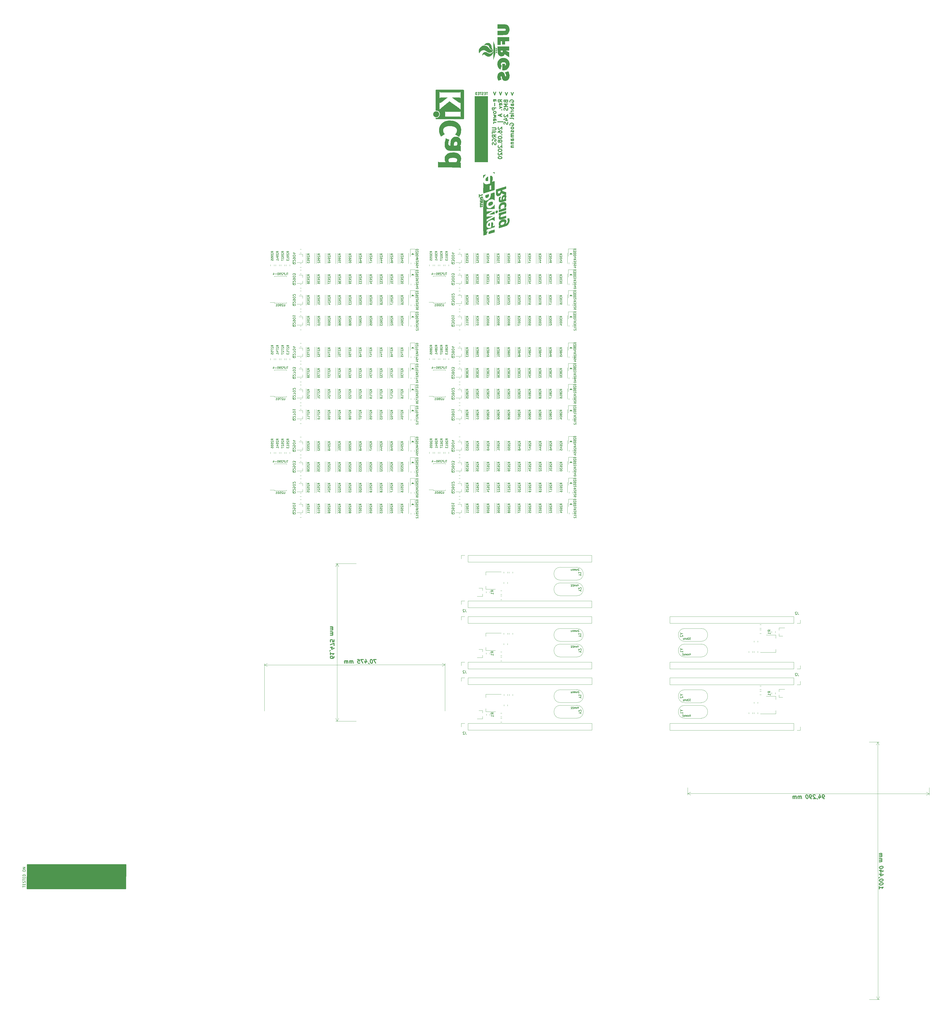
<source format=gbr>
G04 #@! TF.GenerationSoftware,KiCad,Pcbnew,(5.1.5)-3*
G04 #@! TF.CreationDate,2020-11-02T16:30:27-03:00*
G04 #@! TF.ProjectId,panel,70616e65-6c2e-46b6-9963-61645f706362,0.1*
G04 #@! TF.SameCoordinates,Original*
G04 #@! TF.FileFunction,Legend,Bot*
G04 #@! TF.FilePolarity,Positive*
%FSLAX46Y46*%
G04 Gerber Fmt 4.6, Leading zero omitted, Abs format (unit mm)*
G04 Created by KiCad (PCBNEW (5.1.5)-3) date 2020-11-02 16:30:27*
%MOMM*%
%LPD*%
G04 APERTURE LIST*
%ADD10C,0.150000*%
%ADD11C,0.375000*%
%ADD12C,0.120000*%
%ADD13C,0.225000*%
%ADD14C,0.300000*%
%ADD15C,0.100000*%
%ADD16C,0.010000*%
%ADD17C,0.254000*%
G04 APERTURE END LIST*
D10*
X-165096600Y-282463133D02*
X-164663266Y-282463133D01*
X-164896600Y-282196466D01*
X-164796600Y-282196466D01*
X-164729933Y-282163133D01*
X-164696600Y-282129800D01*
X-164663266Y-282063133D01*
X-164663266Y-281896466D01*
X-164696600Y-281829800D01*
X-164729933Y-281796466D01*
X-164796600Y-281763133D01*
X-164996600Y-281763133D01*
X-165063266Y-281796466D01*
X-165096600Y-281829800D01*
X-164396600Y-282396466D02*
X-164363266Y-282429800D01*
X-164296600Y-282463133D01*
X-164129933Y-282463133D01*
X-164063266Y-282429800D01*
X-164029933Y-282396466D01*
X-163996600Y-282329800D01*
X-163996600Y-282263133D01*
X-164029933Y-282163133D01*
X-164429933Y-281763133D01*
X-163996600Y-281763133D01*
X-163696600Y-281763133D02*
X-163696600Y-282463133D01*
X-163629933Y-282029800D02*
X-163429933Y-281763133D01*
X-163429933Y-282229800D02*
X-163696600Y-281963133D01*
X-163129933Y-281763133D02*
X-163129933Y-282463133D01*
X-163129933Y-282129800D02*
X-162729933Y-282129800D01*
X-162729933Y-281763133D02*
X-162729933Y-282463133D01*
X-162463266Y-282229800D02*
X-162096600Y-282229800D01*
X-162463266Y-281763133D01*
X-162096600Y-281763133D01*
X-161886266Y-275667133D02*
X-161919600Y-275633800D01*
X-161986266Y-275600466D01*
X-162152933Y-275600466D01*
X-162219600Y-275633800D01*
X-162252933Y-275667133D01*
X-162286266Y-275733800D01*
X-162286266Y-275800466D01*
X-162252933Y-275900466D01*
X-161852933Y-276300466D01*
X-162286266Y-276300466D01*
X-162886266Y-275833800D02*
X-162886266Y-276300466D01*
X-162719600Y-275567133D02*
X-162552933Y-276067133D01*
X-162986266Y-276067133D01*
X-163252933Y-276300466D02*
X-163252933Y-275600466D01*
X-163486266Y-276100466D01*
X-163719600Y-275600466D01*
X-163719600Y-276300466D01*
X-164052933Y-276300466D02*
X-164052933Y-275600466D01*
X-164052933Y-275933800D02*
X-164452933Y-275933800D01*
X-164452933Y-276300466D02*
X-164452933Y-275600466D01*
X-164719600Y-275833800D02*
X-165086266Y-275833800D01*
X-164719600Y-276300466D01*
X-165086266Y-276300466D01*
X-165071200Y-306339133D02*
X-164637866Y-306339133D01*
X-164871200Y-306072466D01*
X-164771200Y-306072466D01*
X-164704533Y-306039133D01*
X-164671200Y-306005800D01*
X-164637866Y-305939133D01*
X-164637866Y-305772466D01*
X-164671200Y-305705800D01*
X-164704533Y-305672466D01*
X-164771200Y-305639133D01*
X-164971200Y-305639133D01*
X-165037866Y-305672466D01*
X-165071200Y-305705800D01*
X-164371200Y-306272466D02*
X-164337866Y-306305800D01*
X-164271200Y-306339133D01*
X-164104533Y-306339133D01*
X-164037866Y-306305800D01*
X-164004533Y-306272466D01*
X-163971200Y-306205800D01*
X-163971200Y-306139133D01*
X-164004533Y-306039133D01*
X-164404533Y-305639133D01*
X-163971200Y-305639133D01*
X-163671200Y-305639133D02*
X-163671200Y-306339133D01*
X-163604533Y-305905800D02*
X-163404533Y-305639133D01*
X-163404533Y-306105800D02*
X-163671200Y-305839133D01*
X-163104533Y-305639133D02*
X-163104533Y-306339133D01*
X-163104533Y-306005800D02*
X-162704533Y-306005800D01*
X-162704533Y-305639133D02*
X-162704533Y-306339133D01*
X-162437866Y-306105800D02*
X-162071200Y-306105800D01*
X-162437866Y-305639133D01*
X-162071200Y-305639133D01*
X-161860866Y-299543133D02*
X-161894200Y-299509800D01*
X-161960866Y-299476466D01*
X-162127533Y-299476466D01*
X-162194200Y-299509800D01*
X-162227533Y-299543133D01*
X-162260866Y-299609800D01*
X-162260866Y-299676466D01*
X-162227533Y-299776466D01*
X-161827533Y-300176466D01*
X-162260866Y-300176466D01*
X-162860866Y-299709800D02*
X-162860866Y-300176466D01*
X-162694200Y-299443133D02*
X-162527533Y-299943133D01*
X-162960866Y-299943133D01*
X-163227533Y-300176466D02*
X-163227533Y-299476466D01*
X-163460866Y-299976466D01*
X-163694200Y-299476466D01*
X-163694200Y-300176466D01*
X-164027533Y-300176466D02*
X-164027533Y-299476466D01*
X-164027533Y-299809800D02*
X-164427533Y-299809800D01*
X-164427533Y-300176466D02*
X-164427533Y-299476466D01*
X-164694200Y-299709800D02*
X-165060866Y-299709800D01*
X-164694200Y-300176466D01*
X-165060866Y-300176466D01*
X-118332400Y-278648466D02*
X-118765733Y-278648466D01*
X-118532400Y-278915133D01*
X-118632400Y-278915133D01*
X-118699066Y-278948466D01*
X-118732400Y-278981800D01*
X-118765733Y-279048466D01*
X-118765733Y-279215133D01*
X-118732400Y-279281800D01*
X-118699066Y-279315133D01*
X-118632400Y-279348466D01*
X-118432400Y-279348466D01*
X-118365733Y-279315133D01*
X-118332400Y-279281800D01*
X-119032400Y-278715133D02*
X-119065733Y-278681800D01*
X-119132400Y-278648466D01*
X-119299066Y-278648466D01*
X-119365733Y-278681800D01*
X-119399066Y-278715133D01*
X-119432400Y-278781800D01*
X-119432400Y-278848466D01*
X-119399066Y-278948466D01*
X-118999066Y-279348466D01*
X-119432400Y-279348466D01*
X-119732400Y-279348466D02*
X-119732400Y-278648466D01*
X-119799066Y-279081800D02*
X-119999066Y-279348466D01*
X-119999066Y-278881800D02*
X-119732400Y-279148466D01*
X-120299066Y-279348466D02*
X-120299066Y-278648466D01*
X-120299066Y-278981800D02*
X-120699066Y-278981800D01*
X-120699066Y-279348466D02*
X-120699066Y-278648466D01*
X-120965733Y-278881800D02*
X-121332400Y-278881800D01*
X-120965733Y-279348466D01*
X-121332400Y-279348466D01*
X-121542733Y-285444466D02*
X-121509400Y-285477800D01*
X-121442733Y-285511133D01*
X-121276066Y-285511133D01*
X-121209400Y-285477800D01*
X-121176066Y-285444466D01*
X-121142733Y-285377800D01*
X-121142733Y-285311133D01*
X-121176066Y-285211133D01*
X-121576066Y-284811133D01*
X-121142733Y-284811133D01*
X-120542733Y-285277800D02*
X-120542733Y-284811133D01*
X-120709400Y-285544466D02*
X-120876066Y-285044466D01*
X-120442733Y-285044466D01*
X-120176066Y-284811133D02*
X-120176066Y-285511133D01*
X-119942733Y-285011133D01*
X-119709400Y-285511133D01*
X-119709400Y-284811133D01*
X-119376066Y-284811133D02*
X-119376066Y-285511133D01*
X-119376066Y-285177800D02*
X-118976066Y-285177800D01*
X-118976066Y-284811133D02*
X-118976066Y-285511133D01*
X-118709400Y-285277800D02*
X-118342733Y-285277800D01*
X-118709400Y-284811133D01*
X-118342733Y-284811133D01*
X-118332400Y-302549866D02*
X-118765733Y-302549866D01*
X-118532400Y-302816533D01*
X-118632400Y-302816533D01*
X-118699066Y-302849866D01*
X-118732400Y-302883200D01*
X-118765733Y-302949866D01*
X-118765733Y-303116533D01*
X-118732400Y-303183200D01*
X-118699066Y-303216533D01*
X-118632400Y-303249866D01*
X-118432400Y-303249866D01*
X-118365733Y-303216533D01*
X-118332400Y-303183200D01*
X-119032400Y-302616533D02*
X-119065733Y-302583200D01*
X-119132400Y-302549866D01*
X-119299066Y-302549866D01*
X-119365733Y-302583200D01*
X-119399066Y-302616533D01*
X-119432400Y-302683200D01*
X-119432400Y-302749866D01*
X-119399066Y-302849866D01*
X-118999066Y-303249866D01*
X-119432400Y-303249866D01*
X-119732400Y-303249866D02*
X-119732400Y-302549866D01*
X-119799066Y-302983200D02*
X-119999066Y-303249866D01*
X-119999066Y-302783200D02*
X-119732400Y-303049866D01*
X-120299066Y-303249866D02*
X-120299066Y-302549866D01*
X-120299066Y-302883200D02*
X-120699066Y-302883200D01*
X-120699066Y-303249866D02*
X-120699066Y-302549866D01*
X-120965733Y-302783200D02*
X-121332400Y-302783200D01*
X-120965733Y-303249866D01*
X-121332400Y-303249866D01*
X-121542733Y-309345866D02*
X-121509400Y-309379200D01*
X-121442733Y-309412533D01*
X-121276066Y-309412533D01*
X-121209400Y-309379200D01*
X-121176066Y-309345866D01*
X-121142733Y-309279200D01*
X-121142733Y-309212533D01*
X-121176066Y-309112533D01*
X-121576066Y-308712533D01*
X-121142733Y-308712533D01*
X-120542733Y-309179200D02*
X-120542733Y-308712533D01*
X-120709400Y-309445866D02*
X-120876066Y-308945866D01*
X-120442733Y-308945866D01*
X-120176066Y-308712533D02*
X-120176066Y-309412533D01*
X-119942733Y-308912533D01*
X-119709400Y-309412533D01*
X-119709400Y-308712533D01*
X-119376066Y-308712533D02*
X-119376066Y-309412533D01*
X-119376066Y-309079200D02*
X-118976066Y-309079200D01*
X-118976066Y-308712533D02*
X-118976066Y-309412533D01*
X-118709400Y-309179200D02*
X-118342733Y-309179200D01*
X-118709400Y-308712533D01*
X-118342733Y-308712533D01*
X-378845339Y-375931350D02*
X-378845339Y-375359921D01*
X-377845339Y-375645636D02*
X-378845339Y-375645636D01*
X-378369148Y-375026588D02*
X-378369148Y-374693255D01*
X-377845339Y-374550398D02*
X-377845339Y-375026588D01*
X-378845339Y-375026588D01*
X-378845339Y-374550398D01*
X-377892958Y-374169445D02*
X-377845339Y-374026588D01*
X-377845339Y-373788493D01*
X-377892958Y-373693255D01*
X-377940577Y-373645636D01*
X-378035815Y-373598017D01*
X-378131053Y-373598017D01*
X-378226291Y-373645636D01*
X-378273910Y-373693255D01*
X-378321529Y-373788493D01*
X-378369148Y-373978969D01*
X-378416767Y-374074207D01*
X-378464386Y-374121826D01*
X-378559624Y-374169445D01*
X-378654862Y-374169445D01*
X-378750100Y-374121826D01*
X-378797720Y-374074207D01*
X-378845339Y-373978969D01*
X-378845339Y-373740874D01*
X-378797720Y-373598017D01*
X-378845339Y-373312302D02*
X-378845339Y-372740874D01*
X-377845339Y-373026588D02*
X-378845339Y-373026588D01*
X-378369148Y-372407540D02*
X-378369148Y-372074207D01*
X-377845339Y-371931350D02*
X-377845339Y-372407540D01*
X-378845339Y-372407540D01*
X-378845339Y-371931350D01*
X-377845339Y-371502779D02*
X-378845339Y-371502779D01*
X-378845339Y-371264683D01*
X-378797720Y-371121826D01*
X-378702481Y-371026588D01*
X-378607243Y-370978969D01*
X-378416767Y-370931350D01*
X-378273910Y-370931350D01*
X-378083434Y-370978969D01*
X-377988196Y-371026588D01*
X-377892958Y-371121826D01*
X-377845339Y-371264683D01*
X-377845339Y-371502779D01*
X-378845339Y-369550398D02*
X-378845339Y-369359921D01*
X-378797720Y-369264683D01*
X-378702481Y-369169445D01*
X-378512005Y-369121826D01*
X-378178672Y-369121826D01*
X-377988196Y-369169445D01*
X-377892958Y-369264683D01*
X-377845339Y-369359921D01*
X-377845339Y-369550398D01*
X-377892958Y-369645636D01*
X-377988196Y-369740874D01*
X-378178672Y-369788493D01*
X-378512005Y-369788493D01*
X-378702481Y-369740874D01*
X-378797720Y-369645636D01*
X-378845339Y-369550398D01*
X-377845339Y-368693255D02*
X-378845339Y-368693255D01*
X-377845339Y-368121826D01*
X-378845339Y-368121826D01*
D11*
X-241065747Y-287076824D02*
X-242065747Y-287076824D01*
X-241235390Y-288576824D01*
X-242922890Y-287076824D02*
X-243065747Y-287076824D01*
X-243199676Y-287148253D01*
X-243262176Y-287219681D01*
X-243315747Y-287362538D01*
X-243351461Y-287648253D01*
X-243306818Y-288005395D01*
X-243199676Y-288291110D01*
X-243110390Y-288433967D01*
X-243030033Y-288505395D01*
X-242878247Y-288576824D01*
X-242735390Y-288576824D01*
X-242601461Y-288505395D01*
X-242538961Y-288433967D01*
X-242485390Y-288291110D01*
X-242449676Y-288005395D01*
X-242494318Y-287648253D01*
X-242601461Y-287362538D01*
X-242690747Y-287219681D01*
X-242771104Y-287148253D01*
X-242922890Y-287076824D01*
X-243958604Y-288505395D02*
X-243949676Y-288576824D01*
X-243860390Y-288719681D01*
X-243780033Y-288791110D01*
X-245360390Y-287576824D02*
X-245235390Y-288576824D01*
X-245074676Y-287005395D02*
X-244583604Y-288076824D01*
X-245512176Y-288076824D01*
X-246065747Y-287076824D02*
X-247065747Y-287076824D01*
X-246235390Y-288576824D01*
X-248351461Y-287076824D02*
X-247637176Y-287076824D01*
X-247476461Y-287791110D01*
X-247556818Y-287719681D01*
X-247708604Y-287648253D01*
X-248065747Y-287648253D01*
X-248199676Y-287719681D01*
X-248262176Y-287791110D01*
X-248315747Y-287933967D01*
X-248271104Y-288291110D01*
X-248181818Y-288433967D01*
X-248101461Y-288505395D01*
X-247949676Y-288576824D01*
X-247592533Y-288576824D01*
X-247458604Y-288505395D01*
X-247396104Y-288433967D01*
X-250021104Y-288576824D02*
X-250146104Y-287576824D01*
X-250128247Y-287719681D02*
X-250208604Y-287648253D01*
X-250360390Y-287576824D01*
X-250574676Y-287576824D01*
X-250708604Y-287648253D01*
X-250762176Y-287791110D01*
X-250663961Y-288576824D01*
X-250762176Y-287791110D02*
X-250851461Y-287648253D01*
X-251003247Y-287576824D01*
X-251217533Y-287576824D01*
X-251351461Y-287648253D01*
X-251405033Y-287791110D01*
X-251306818Y-288576824D01*
X-252021104Y-288576824D02*
X-252146104Y-287576824D01*
X-252128247Y-287719681D02*
X-252208604Y-287648253D01*
X-252360390Y-287576824D01*
X-252574676Y-287576824D01*
X-252708604Y-287648253D01*
X-252762176Y-287791110D01*
X-252663961Y-288576824D01*
X-252762176Y-287791110D02*
X-252851461Y-287648253D01*
X-253003247Y-287576824D01*
X-253217533Y-287576824D01*
X-253351461Y-287648253D01*
X-253405033Y-287791110D01*
X-253306818Y-288576824D01*
D12*
X-214188176Y-289155753D02*
X-284663176Y-289180753D01*
X-214181800Y-307130600D02*
X-214188384Y-288569332D01*
X-284656800Y-307155600D02*
X-284663384Y-288594332D01*
X-284663176Y-289180753D02*
X-283536880Y-288593933D01*
X-284663176Y-289180753D02*
X-283536464Y-289766774D01*
X-214188176Y-289155753D02*
X-215314888Y-288569732D01*
X-214188176Y-289155753D02*
X-215314472Y-289742573D01*
D11*
X-257430371Y-285943100D02*
X-257430371Y-286228814D01*
X-257501800Y-286371671D01*
X-257573228Y-286443100D01*
X-257787514Y-286585957D01*
X-258073228Y-286657385D01*
X-258644657Y-286657385D01*
X-258787514Y-286585957D01*
X-258858942Y-286514528D01*
X-258930371Y-286371671D01*
X-258930371Y-286085957D01*
X-258858942Y-285943100D01*
X-258787514Y-285871671D01*
X-258644657Y-285800242D01*
X-258287514Y-285800242D01*
X-258144657Y-285871671D01*
X-258073228Y-285943100D01*
X-258001800Y-286085957D01*
X-258001800Y-286371671D01*
X-258073228Y-286514528D01*
X-258144657Y-286585957D01*
X-258287514Y-286657385D01*
X-258930371Y-284371671D02*
X-258930371Y-285228814D01*
X-258930371Y-284800242D02*
X-257430371Y-284800242D01*
X-257644657Y-284943100D01*
X-257787514Y-285085957D01*
X-257858942Y-285228814D01*
X-258858942Y-283657385D02*
X-258930371Y-283657385D01*
X-259073228Y-283728814D01*
X-259144657Y-283800242D01*
X-257930371Y-282371671D02*
X-258930371Y-282371671D01*
X-257358942Y-282728814D02*
X-258430371Y-283085957D01*
X-258430371Y-282157385D01*
X-257430371Y-281728814D02*
X-257430371Y-280728814D01*
X-258930371Y-281371671D01*
X-257430371Y-279443100D02*
X-257430371Y-280157385D01*
X-258144657Y-280228814D01*
X-258073228Y-280157385D01*
X-258001800Y-280014528D01*
X-258001800Y-279657385D01*
X-258073228Y-279514528D01*
X-258144657Y-279443100D01*
X-258287514Y-279371671D01*
X-258644657Y-279371671D01*
X-258787514Y-279443100D01*
X-258858942Y-279514528D01*
X-258930371Y-279657385D01*
X-258930371Y-280014528D01*
X-258858942Y-280157385D01*
X-258787514Y-280228814D01*
X-258930371Y-277585957D02*
X-257930371Y-277585957D01*
X-258073228Y-277585957D02*
X-258001800Y-277514528D01*
X-257930371Y-277371671D01*
X-257930371Y-277157385D01*
X-258001800Y-277014528D01*
X-258144657Y-276943100D01*
X-258930371Y-276943100D01*
X-258144657Y-276943100D02*
X-258001800Y-276871671D01*
X-257930371Y-276728814D01*
X-257930371Y-276514528D01*
X-258001800Y-276371671D01*
X-258144657Y-276300242D01*
X-258930371Y-276300242D01*
X-258930371Y-275585957D02*
X-257930371Y-275585957D01*
X-258073228Y-275585957D02*
X-258001800Y-275514528D01*
X-257930371Y-275371671D01*
X-257930371Y-275157385D01*
X-258001800Y-275014528D01*
X-258144657Y-274943100D01*
X-258930371Y-274943100D01*
X-258144657Y-274943100D02*
X-258001800Y-274871671D01*
X-257930371Y-274728814D01*
X-257930371Y-274514528D01*
X-258001800Y-274371671D01*
X-258144657Y-274300242D01*
X-258930371Y-274300242D01*
D12*
X-256256800Y-249705600D02*
X-256256800Y-311180600D01*
X-248831800Y-249705600D02*
X-256843221Y-249705600D01*
X-248831800Y-311180600D02*
X-256843221Y-311180600D01*
X-256256800Y-311180600D02*
X-256843221Y-310054096D01*
X-256256800Y-311180600D02*
X-255670379Y-310054096D01*
X-256256800Y-249705600D02*
X-256843221Y-250832104D01*
X-256256800Y-249705600D02*
X-255670379Y-250832104D01*
D13*
X-197589926Y-65862761D02*
X-198132783Y-65862761D01*
X-197861354Y-66812761D02*
X-197861354Y-65862761D01*
X-198449450Y-66315142D02*
X-198766116Y-66315142D01*
X-198901830Y-66812761D02*
X-198449450Y-66812761D01*
X-198449450Y-65862761D01*
X-198901830Y-65862761D01*
X-199263735Y-66767523D02*
X-199399450Y-66812761D01*
X-199625640Y-66812761D01*
X-199716116Y-66767523D01*
X-199761354Y-66722285D01*
X-199806592Y-66631809D01*
X-199806592Y-66541333D01*
X-199761354Y-66450857D01*
X-199716116Y-66405619D01*
X-199625640Y-66360380D01*
X-199444688Y-66315142D01*
X-199354211Y-66269904D01*
X-199308973Y-66224666D01*
X-199263735Y-66134190D01*
X-199263735Y-66043714D01*
X-199308973Y-65953238D01*
X-199354211Y-65908000D01*
X-199444688Y-65862761D01*
X-199670878Y-65862761D01*
X-199806592Y-65908000D01*
X-200078021Y-65862761D02*
X-200620878Y-65862761D01*
X-200349450Y-66812761D02*
X-200349450Y-65862761D01*
X-200937545Y-66315142D02*
X-201254211Y-66315142D01*
X-201389926Y-66812761D02*
X-200937545Y-66812761D01*
X-200937545Y-65862761D01*
X-201389926Y-65862761D01*
X-201797069Y-66812761D02*
X-201797069Y-65862761D01*
X-202023259Y-65862761D01*
X-202158973Y-65908000D01*
X-202249450Y-65998476D01*
X-202294688Y-66088952D01*
X-202339926Y-66269904D01*
X-202339926Y-66405619D01*
X-202294688Y-66586571D01*
X-202249450Y-66677047D01*
X-202158973Y-66767523D01*
X-202023259Y-66812761D01*
X-201797069Y-66812761D01*
D14*
X-190689628Y-65919142D02*
X-190261057Y-67062000D01*
X-189832485Y-65919142D01*
X-190475342Y-69419142D02*
X-190403914Y-69633428D01*
X-190332485Y-69704857D01*
X-190189628Y-69776285D01*
X-189975342Y-69776285D01*
X-189832485Y-69704857D01*
X-189761057Y-69633428D01*
X-189689628Y-69490571D01*
X-189689628Y-68919142D01*
X-191189628Y-68919142D01*
X-191189628Y-69419142D01*
X-191118200Y-69562000D01*
X-191046771Y-69633428D01*
X-190903914Y-69704857D01*
X-190761057Y-69704857D01*
X-190618200Y-69633428D01*
X-190546771Y-69562000D01*
X-190475342Y-69419142D01*
X-190475342Y-68919142D01*
X-189689628Y-70419142D02*
X-191189628Y-70419142D01*
X-190118200Y-70919142D01*
X-191189628Y-71419142D01*
X-189689628Y-71419142D01*
X-189761057Y-72062000D02*
X-189689628Y-72276285D01*
X-189689628Y-72633428D01*
X-189761057Y-72776285D01*
X-189832485Y-72847714D01*
X-189975342Y-72919142D01*
X-190118200Y-72919142D01*
X-190261057Y-72847714D01*
X-190332485Y-72776285D01*
X-190403914Y-72633428D01*
X-190475342Y-72347714D01*
X-190546771Y-72204857D01*
X-190618200Y-72133428D01*
X-190761057Y-72062000D01*
X-190903914Y-72062000D01*
X-191046771Y-72133428D01*
X-191118200Y-72204857D01*
X-191189628Y-72347714D01*
X-191189628Y-72704857D01*
X-191118200Y-72919142D01*
X-191046771Y-74633428D02*
X-191118200Y-74704857D01*
X-191189628Y-74847714D01*
X-191189628Y-75204857D01*
X-191118200Y-75347714D01*
X-191046771Y-75419142D01*
X-190903914Y-75490571D01*
X-190761057Y-75490571D01*
X-190546771Y-75419142D01*
X-189689628Y-74562000D01*
X-189689628Y-75490571D01*
X-190689628Y-76776285D02*
X-189689628Y-76776285D01*
X-191261057Y-76419142D02*
X-190189628Y-76062000D01*
X-190189628Y-76990571D01*
X-189761057Y-77490571D02*
X-189689628Y-77704857D01*
X-189689628Y-78062000D01*
X-189761057Y-78204857D01*
X-189832485Y-78276285D01*
X-189975342Y-78347714D01*
X-190118200Y-78347714D01*
X-190261057Y-78276285D01*
X-190332485Y-78204857D01*
X-190403914Y-78062000D01*
X-190475342Y-77776285D01*
X-190546771Y-77633428D01*
X-190618200Y-77562000D01*
X-190761057Y-77490571D01*
X-190903914Y-77490571D01*
X-191046771Y-77562000D01*
X-191118200Y-77633428D01*
X-191189628Y-77776285D01*
X-191189628Y-78133428D01*
X-191118200Y-78347714D01*
X-195261628Y-65792142D02*
X-194833057Y-66935000D01*
X-194404485Y-65792142D01*
X-194333057Y-69363571D02*
X-194261628Y-69220714D01*
X-194261628Y-68935000D01*
X-194333057Y-68792142D01*
X-194475914Y-68720714D01*
X-195047342Y-68720714D01*
X-195190200Y-68792142D01*
X-195261628Y-68935000D01*
X-195261628Y-69220714D01*
X-195190200Y-69363571D01*
X-195047342Y-69435000D01*
X-194904485Y-69435000D01*
X-194761628Y-68720714D01*
X-194833057Y-70077857D02*
X-194833057Y-71220714D01*
X-194261628Y-71935000D02*
X-195761628Y-71935000D01*
X-195761628Y-72506428D01*
X-195690200Y-72649285D01*
X-195618771Y-72720714D01*
X-195475914Y-72792142D01*
X-195261628Y-72792142D01*
X-195118771Y-72720714D01*
X-195047342Y-72649285D01*
X-194975914Y-72506428D01*
X-194975914Y-71935000D01*
X-194261628Y-73649285D02*
X-194333057Y-73506428D01*
X-194404485Y-73435000D01*
X-194547342Y-73363571D01*
X-194975914Y-73363571D01*
X-195118771Y-73435000D01*
X-195190200Y-73506428D01*
X-195261628Y-73649285D01*
X-195261628Y-73863571D01*
X-195190200Y-74006428D01*
X-195118771Y-74077857D01*
X-194975914Y-74149285D01*
X-194547342Y-74149285D01*
X-194404485Y-74077857D01*
X-194333057Y-74006428D01*
X-194261628Y-73863571D01*
X-194261628Y-73649285D01*
X-195261628Y-74649285D02*
X-194261628Y-74935000D01*
X-194975914Y-75220714D01*
X-194261628Y-75506428D01*
X-195261628Y-75792142D01*
X-194333057Y-76935000D02*
X-194261628Y-76792142D01*
X-194261628Y-76506428D01*
X-194333057Y-76363571D01*
X-194475914Y-76292142D01*
X-195047342Y-76292142D01*
X-195190200Y-76363571D01*
X-195261628Y-76506428D01*
X-195261628Y-76792142D01*
X-195190200Y-76935000D01*
X-195047342Y-77006428D01*
X-194904485Y-77006428D01*
X-194761628Y-76292142D01*
X-194261628Y-77649285D02*
X-195261628Y-77649285D01*
X-194975914Y-77649285D02*
X-195118771Y-77720714D01*
X-195190200Y-77792142D01*
X-195261628Y-77935000D01*
X-195261628Y-78077857D01*
X-195761628Y-79720714D02*
X-194547342Y-79720714D01*
X-194404485Y-79792142D01*
X-194333057Y-79863571D01*
X-194261628Y-80006428D01*
X-194261628Y-80292142D01*
X-194333057Y-80435000D01*
X-194404485Y-80506428D01*
X-194547342Y-80577857D01*
X-195761628Y-80577857D01*
X-195047342Y-81792142D02*
X-195047342Y-81292142D01*
X-194261628Y-81292142D02*
X-195761628Y-81292142D01*
X-195761628Y-82006428D01*
X-194261628Y-83435000D02*
X-194975914Y-82935000D01*
X-194261628Y-82577857D02*
X-195761628Y-82577857D01*
X-195761628Y-83149285D01*
X-195690200Y-83292142D01*
X-195618771Y-83363571D01*
X-195475914Y-83435000D01*
X-195261628Y-83435000D01*
X-195118771Y-83363571D01*
X-195047342Y-83292142D01*
X-194975914Y-83149285D01*
X-194975914Y-82577857D01*
X-195690200Y-84863571D02*
X-195761628Y-84720714D01*
X-195761628Y-84506428D01*
X-195690200Y-84292142D01*
X-195547342Y-84149285D01*
X-195404485Y-84077857D01*
X-195118771Y-84006428D01*
X-194904485Y-84006428D01*
X-194618771Y-84077857D01*
X-194475914Y-84149285D01*
X-194333057Y-84292142D01*
X-194261628Y-84506428D01*
X-194261628Y-84649285D01*
X-194333057Y-84863571D01*
X-194404485Y-84935000D01*
X-194904485Y-84935000D01*
X-194904485Y-84649285D01*
X-194333057Y-85506428D02*
X-194261628Y-85720714D01*
X-194261628Y-86077857D01*
X-194333057Y-86220714D01*
X-194404485Y-86292142D01*
X-194547342Y-86363571D01*
X-194690200Y-86363571D01*
X-194833057Y-86292142D01*
X-194904485Y-86220714D01*
X-194975914Y-86077857D01*
X-195047342Y-85792142D01*
X-195118771Y-85649285D01*
X-195190200Y-85577857D01*
X-195333057Y-85506428D01*
X-195475914Y-85506428D01*
X-195618771Y-85577857D01*
X-195690200Y-85649285D01*
X-195761628Y-85792142D01*
X-195761628Y-86149285D01*
X-195690200Y-86363571D01*
X-192975628Y-65805142D02*
X-192547057Y-66948000D01*
X-192118485Y-65805142D01*
X-191975628Y-69662285D02*
X-192689914Y-69162285D01*
X-191975628Y-68805142D02*
X-193475628Y-68805142D01*
X-193475628Y-69376571D01*
X-193404200Y-69519428D01*
X-193332771Y-69590857D01*
X-193189914Y-69662285D01*
X-192975628Y-69662285D01*
X-192832771Y-69590857D01*
X-192761342Y-69519428D01*
X-192689914Y-69376571D01*
X-192689914Y-68805142D01*
X-192047057Y-70876571D02*
X-191975628Y-70733714D01*
X-191975628Y-70448000D01*
X-192047057Y-70305142D01*
X-192189914Y-70233714D01*
X-192761342Y-70233714D01*
X-192904200Y-70305142D01*
X-192975628Y-70448000D01*
X-192975628Y-70733714D01*
X-192904200Y-70876571D01*
X-192761342Y-70948000D01*
X-192618485Y-70948000D01*
X-192475628Y-70233714D01*
X-192975628Y-71448000D02*
X-191975628Y-71805142D01*
X-192975628Y-72162285D01*
X-192118485Y-72733714D02*
X-192047057Y-72805142D01*
X-191975628Y-72733714D01*
X-192047057Y-72662285D01*
X-192118485Y-72733714D01*
X-191975628Y-72733714D01*
X-192404200Y-74519428D02*
X-192404200Y-75233714D01*
X-191975628Y-74376571D02*
X-193475628Y-74876571D01*
X-191975628Y-75376571D01*
X-191475628Y-77376571D02*
X-193618485Y-77376571D01*
X-193332771Y-79519428D02*
X-193404200Y-79590857D01*
X-193475628Y-79733714D01*
X-193475628Y-80090857D01*
X-193404200Y-80233714D01*
X-193332771Y-80305142D01*
X-193189914Y-80376571D01*
X-193047057Y-80376571D01*
X-192832771Y-80305142D01*
X-191975628Y-79448000D01*
X-191975628Y-80376571D01*
X-193475628Y-81662285D02*
X-193475628Y-81376571D01*
X-193404200Y-81233714D01*
X-193332771Y-81162285D01*
X-193118485Y-81019428D01*
X-192832771Y-80948000D01*
X-192261342Y-80948000D01*
X-192118485Y-81019428D01*
X-192047057Y-81090857D01*
X-191975628Y-81233714D01*
X-191975628Y-81519428D01*
X-192047057Y-81662285D01*
X-192118485Y-81733714D01*
X-192261342Y-81805142D01*
X-192618485Y-81805142D01*
X-192761342Y-81733714D01*
X-192832771Y-81662285D01*
X-192904200Y-81519428D01*
X-192904200Y-81233714D01*
X-192832771Y-81090857D01*
X-192761342Y-81019428D01*
X-192618485Y-80948000D01*
X-192118485Y-82448000D02*
X-192047057Y-82519428D01*
X-191975628Y-82448000D01*
X-192047057Y-82376571D01*
X-192118485Y-82448000D01*
X-191975628Y-82448000D01*
X-193475628Y-83448000D02*
X-193475628Y-83590857D01*
X-193404200Y-83733714D01*
X-193332771Y-83805142D01*
X-193189914Y-83876571D01*
X-192904200Y-83948000D01*
X-192547057Y-83948000D01*
X-192261342Y-83876571D01*
X-192118485Y-83805142D01*
X-192047057Y-83733714D01*
X-191975628Y-83590857D01*
X-191975628Y-83448000D01*
X-192047057Y-83305142D01*
X-192118485Y-83233714D01*
X-192261342Y-83162285D01*
X-192547057Y-83090857D01*
X-192904200Y-83090857D01*
X-193189914Y-83162285D01*
X-193332771Y-83233714D01*
X-193404200Y-83305142D01*
X-193475628Y-83448000D01*
X-192832771Y-84805142D02*
X-192904200Y-84662285D01*
X-192975628Y-84590857D01*
X-193118485Y-84519428D01*
X-193189914Y-84519428D01*
X-193332771Y-84590857D01*
X-193404200Y-84662285D01*
X-193475628Y-84805142D01*
X-193475628Y-85090857D01*
X-193404200Y-85233714D01*
X-193332771Y-85305142D01*
X-193189914Y-85376571D01*
X-193118485Y-85376571D01*
X-192975628Y-85305142D01*
X-192904200Y-85233714D01*
X-192832771Y-85090857D01*
X-192832771Y-84805142D01*
X-192761342Y-84662285D01*
X-192689914Y-84590857D01*
X-192547057Y-84519428D01*
X-192261342Y-84519428D01*
X-192118485Y-84590857D01*
X-192047057Y-84662285D01*
X-191975628Y-84805142D01*
X-191975628Y-85090857D01*
X-192047057Y-85233714D01*
X-192118485Y-85305142D01*
X-192261342Y-85376571D01*
X-192547057Y-85376571D01*
X-192689914Y-85305142D01*
X-192761342Y-85233714D01*
X-192832771Y-85090857D01*
X-192118485Y-86019428D02*
X-192047057Y-86090857D01*
X-191975628Y-86019428D01*
X-192047057Y-85948000D01*
X-192118485Y-86019428D01*
X-191975628Y-86019428D01*
X-193332771Y-86662285D02*
X-193404200Y-86733714D01*
X-193475628Y-86876571D01*
X-193475628Y-87233714D01*
X-193404200Y-87376571D01*
X-193332771Y-87448000D01*
X-193189914Y-87519428D01*
X-193047057Y-87519428D01*
X-192832771Y-87448000D01*
X-191975628Y-86590857D01*
X-191975628Y-87519428D01*
X-193475628Y-88448000D02*
X-193475628Y-88590857D01*
X-193404200Y-88733714D01*
X-193332771Y-88805142D01*
X-193189914Y-88876571D01*
X-192904200Y-88948000D01*
X-192547057Y-88948000D01*
X-192261342Y-88876571D01*
X-192118485Y-88805142D01*
X-192047057Y-88733714D01*
X-191975628Y-88590857D01*
X-191975628Y-88448000D01*
X-192047057Y-88305142D01*
X-192118485Y-88233714D01*
X-192261342Y-88162285D01*
X-192547057Y-88090857D01*
X-192904200Y-88090857D01*
X-193189914Y-88162285D01*
X-193332771Y-88233714D01*
X-193404200Y-88305142D01*
X-193475628Y-88448000D01*
X-193332771Y-89519428D02*
X-193404200Y-89590857D01*
X-193475628Y-89733714D01*
X-193475628Y-90090857D01*
X-193404200Y-90233714D01*
X-193332771Y-90305142D01*
X-193189914Y-90376571D01*
X-193047057Y-90376571D01*
X-192832771Y-90305142D01*
X-191975628Y-89448000D01*
X-191975628Y-90376571D01*
X-193475628Y-91305142D02*
X-193475628Y-91448000D01*
X-193404200Y-91590857D01*
X-193332771Y-91662285D01*
X-193189914Y-91733714D01*
X-192904200Y-91805142D01*
X-192547057Y-91805142D01*
X-192261342Y-91733714D01*
X-192118485Y-91662285D01*
X-192047057Y-91590857D01*
X-191975628Y-91448000D01*
X-191975628Y-91305142D01*
X-192047057Y-91162285D01*
X-192118485Y-91090857D01*
X-192261342Y-91019428D01*
X-192547057Y-90948000D01*
X-192904200Y-90948000D01*
X-193189914Y-91019428D01*
X-193332771Y-91090857D01*
X-193404200Y-91162285D01*
X-193475628Y-91305142D01*
X-188403628Y-65919142D02*
X-187975057Y-67062000D01*
X-187546485Y-65919142D01*
X-188832200Y-69704857D02*
X-188903628Y-69562000D01*
X-188903628Y-69347714D01*
X-188832200Y-69133428D01*
X-188689342Y-68990571D01*
X-188546485Y-68919142D01*
X-188260771Y-68847714D01*
X-188046485Y-68847714D01*
X-187760771Y-68919142D01*
X-187617914Y-68990571D01*
X-187475057Y-69133428D01*
X-187403628Y-69347714D01*
X-187403628Y-69490571D01*
X-187475057Y-69704857D01*
X-187546485Y-69776285D01*
X-188046485Y-69776285D01*
X-188046485Y-69490571D01*
X-187403628Y-71062000D02*
X-188189342Y-71062000D01*
X-188332200Y-70990571D01*
X-188403628Y-70847714D01*
X-188403628Y-70562000D01*
X-188332200Y-70419142D01*
X-187475057Y-71062000D02*
X-187403628Y-70919142D01*
X-187403628Y-70562000D01*
X-187475057Y-70419142D01*
X-187617914Y-70347714D01*
X-187760771Y-70347714D01*
X-187903628Y-70419142D01*
X-187975057Y-70562000D01*
X-187975057Y-70919142D01*
X-188046485Y-71062000D01*
X-187403628Y-71776285D02*
X-188903628Y-71776285D01*
X-188332200Y-71776285D02*
X-188403628Y-71919142D01*
X-188403628Y-72204857D01*
X-188332200Y-72347714D01*
X-188260771Y-72419142D01*
X-188117914Y-72490571D01*
X-187689342Y-72490571D01*
X-187546485Y-72419142D01*
X-187475057Y-72347714D01*
X-187403628Y-72204857D01*
X-187403628Y-71919142D01*
X-187475057Y-71776285D01*
X-187403628Y-73133428D02*
X-188403628Y-73133428D01*
X-188117914Y-73133428D02*
X-188260771Y-73204857D01*
X-188332200Y-73276285D01*
X-188403628Y-73419142D01*
X-188403628Y-73562000D01*
X-187403628Y-74062000D02*
X-188403628Y-74062000D01*
X-188903628Y-74062000D02*
X-188832200Y-73990571D01*
X-188760771Y-74062000D01*
X-188832200Y-74133428D01*
X-188903628Y-74062000D01*
X-188760771Y-74062000D01*
X-187475057Y-75347714D02*
X-187403628Y-75204857D01*
X-187403628Y-74919142D01*
X-187475057Y-74776285D01*
X-187617914Y-74704857D01*
X-188189342Y-74704857D01*
X-188332200Y-74776285D01*
X-188403628Y-74919142D01*
X-188403628Y-75204857D01*
X-188332200Y-75347714D01*
X-188189342Y-75419142D01*
X-188046485Y-75419142D01*
X-187903628Y-74704857D01*
X-187403628Y-76276285D02*
X-187475057Y-76133428D01*
X-187617914Y-76062000D01*
X-188903628Y-76062000D01*
X-188832200Y-78776285D02*
X-188903628Y-78633428D01*
X-188903628Y-78419142D01*
X-188832200Y-78204857D01*
X-188689342Y-78062000D01*
X-188546485Y-77990571D01*
X-188260771Y-77919142D01*
X-188046485Y-77919142D01*
X-187760771Y-77990571D01*
X-187617914Y-78062000D01*
X-187475057Y-78204857D01*
X-187403628Y-78419142D01*
X-187403628Y-78562000D01*
X-187475057Y-78776285D01*
X-187546485Y-78847714D01*
X-188046485Y-78847714D01*
X-188046485Y-78562000D01*
X-187403628Y-79704857D02*
X-187475057Y-79562000D01*
X-187546485Y-79490571D01*
X-187689342Y-79419142D01*
X-188117914Y-79419142D01*
X-188260771Y-79490571D01*
X-188332200Y-79562000D01*
X-188403628Y-79704857D01*
X-188403628Y-79919142D01*
X-188332200Y-80062000D01*
X-188260771Y-80133428D01*
X-188117914Y-80204857D01*
X-187689342Y-80204857D01*
X-187546485Y-80133428D01*
X-187475057Y-80062000D01*
X-187403628Y-79919142D01*
X-187403628Y-79704857D01*
X-187475057Y-80776285D02*
X-187403628Y-80919142D01*
X-187403628Y-81204857D01*
X-187475057Y-81347714D01*
X-187617914Y-81419142D01*
X-187689342Y-81419142D01*
X-187832200Y-81347714D01*
X-187903628Y-81204857D01*
X-187903628Y-80990571D01*
X-187975057Y-80847714D01*
X-188117914Y-80776285D01*
X-188189342Y-80776285D01*
X-188332200Y-80847714D01*
X-188403628Y-80990571D01*
X-188403628Y-81204857D01*
X-188332200Y-81347714D01*
X-187403628Y-82062000D02*
X-188403628Y-82062000D01*
X-188260771Y-82062000D02*
X-188332200Y-82133428D01*
X-188403628Y-82276285D01*
X-188403628Y-82490571D01*
X-188332200Y-82633428D01*
X-188189342Y-82704857D01*
X-187403628Y-82704857D01*
X-188189342Y-82704857D02*
X-188332200Y-82776285D01*
X-188403628Y-82919142D01*
X-188403628Y-83133428D01*
X-188332200Y-83276285D01*
X-188189342Y-83347714D01*
X-187403628Y-83347714D01*
X-187403628Y-84704857D02*
X-188189342Y-84704857D01*
X-188332200Y-84633428D01*
X-188403628Y-84490571D01*
X-188403628Y-84204857D01*
X-188332200Y-84062000D01*
X-187475057Y-84704857D02*
X-187403628Y-84562000D01*
X-187403628Y-84204857D01*
X-187475057Y-84062000D01*
X-187617914Y-83990571D01*
X-187760771Y-83990571D01*
X-187903628Y-84062000D01*
X-187975057Y-84204857D01*
X-187975057Y-84562000D01*
X-188046485Y-84704857D01*
X-188403628Y-85419142D02*
X-187403628Y-85419142D01*
X-188260771Y-85419142D02*
X-188332200Y-85490571D01*
X-188403628Y-85633428D01*
X-188403628Y-85847714D01*
X-188332200Y-85990571D01*
X-188189342Y-86062000D01*
X-187403628Y-86062000D01*
X-188403628Y-86776285D02*
X-187403628Y-86776285D01*
X-188260771Y-86776285D02*
X-188332200Y-86847714D01*
X-188403628Y-86990571D01*
X-188403628Y-87204857D01*
X-188332200Y-87347714D01*
X-188189342Y-87419142D01*
X-187403628Y-87419142D01*
D15*
G36*
X-197480200Y-93053000D02*
G01*
X-202560200Y-93053000D01*
X-202560200Y-67399000D01*
X-197480200Y-67399000D01*
X-197480200Y-93053000D01*
G37*
X-197480200Y-93053000D02*
X-202560200Y-93053000D01*
X-202560200Y-67399000D01*
X-197480200Y-67399000D01*
X-197480200Y-93053000D01*
D11*
X-66191345Y-341349971D02*
X-66477059Y-341349971D01*
X-66628845Y-341278542D01*
X-66709202Y-341207114D01*
X-66878845Y-340992828D01*
X-66985988Y-340707114D01*
X-67057416Y-340135685D01*
X-67003845Y-339992828D01*
X-66941345Y-339921400D01*
X-66807416Y-339849971D01*
X-66521702Y-339849971D01*
X-66369916Y-339921400D01*
X-66289559Y-339992828D01*
X-66200273Y-340135685D01*
X-66155630Y-340492828D01*
X-66209202Y-340635685D01*
X-66271702Y-340707114D01*
X-66405630Y-340778542D01*
X-66691345Y-340778542D01*
X-66843130Y-340707114D01*
X-66923488Y-340635685D01*
X-67012773Y-340492828D01*
X-68316345Y-340349971D02*
X-68191345Y-341349971D01*
X-68030630Y-339778542D02*
X-67539559Y-340849971D01*
X-68468130Y-340849971D01*
X-69057416Y-341278542D02*
X-69048488Y-341349971D01*
X-68959202Y-341492828D01*
X-68878845Y-341564257D01*
X-69789559Y-339992828D02*
X-69869916Y-339921400D01*
X-70021702Y-339849971D01*
X-70378845Y-339849971D01*
X-70512773Y-339921400D01*
X-70575273Y-339992828D01*
X-70628845Y-340135685D01*
X-70610988Y-340278542D01*
X-70512773Y-340492828D01*
X-69548488Y-341349971D01*
X-70477059Y-341349971D01*
X-71191345Y-341349971D02*
X-71477059Y-341349971D01*
X-71628845Y-341278542D01*
X-71709202Y-341207114D01*
X-71878845Y-340992828D01*
X-71985988Y-340707114D01*
X-72057416Y-340135685D01*
X-72003845Y-339992828D01*
X-71941345Y-339921400D01*
X-71807416Y-339849971D01*
X-71521702Y-339849971D01*
X-71369916Y-339921400D01*
X-71289559Y-339992828D01*
X-71200273Y-340135685D01*
X-71155630Y-340492828D01*
X-71209202Y-340635685D01*
X-71271702Y-340707114D01*
X-71405630Y-340778542D01*
X-71691345Y-340778542D01*
X-71843130Y-340707114D01*
X-71923488Y-340635685D01*
X-72012773Y-340492828D01*
X-73021702Y-339849971D02*
X-73164559Y-339849971D01*
X-73298488Y-339921400D01*
X-73360988Y-339992828D01*
X-73414559Y-340135685D01*
X-73450273Y-340421400D01*
X-73405630Y-340778542D01*
X-73298488Y-341064257D01*
X-73209202Y-341207114D01*
X-73128845Y-341278542D01*
X-72977059Y-341349971D01*
X-72834202Y-341349971D01*
X-72700273Y-341278542D01*
X-72637773Y-341207114D01*
X-72584202Y-341064257D01*
X-72548488Y-340778542D01*
X-72593130Y-340421400D01*
X-72700273Y-340135685D01*
X-72789559Y-339992828D01*
X-72869916Y-339921400D01*
X-73021702Y-339849971D01*
X-75119916Y-341349971D02*
X-75244916Y-340349971D01*
X-75227059Y-340492828D02*
X-75307416Y-340421400D01*
X-75459202Y-340349971D01*
X-75673488Y-340349971D01*
X-75807416Y-340421400D01*
X-75860988Y-340564257D01*
X-75762773Y-341349971D01*
X-75860988Y-340564257D02*
X-75950273Y-340421400D01*
X-76102059Y-340349971D01*
X-76316345Y-340349971D01*
X-76450273Y-340421400D01*
X-76503845Y-340564257D01*
X-76405630Y-341349971D01*
X-77119916Y-341349971D02*
X-77244916Y-340349971D01*
X-77227059Y-340492828D02*
X-77307416Y-340421400D01*
X-77459202Y-340349971D01*
X-77673488Y-340349971D01*
X-77807416Y-340421400D01*
X-77860988Y-340564257D01*
X-77762773Y-341349971D01*
X-77860988Y-340564257D02*
X-77950273Y-340421400D01*
X-78102059Y-340349971D01*
X-78316345Y-340349971D01*
X-78450273Y-340421400D01*
X-78503845Y-340564257D01*
X-78405630Y-341349971D01*
D12*
X-25279400Y-339421400D02*
X-119569400Y-339381400D01*
X-25278412Y-337091473D02*
X-25279649Y-340007820D01*
X-119568412Y-337051473D02*
X-119569649Y-339967820D01*
X-119569400Y-339381400D02*
X-118442648Y-338795457D01*
X-119569400Y-339381400D02*
X-118443145Y-339968299D01*
X-25279400Y-339421400D02*
X-26405655Y-338834501D01*
X-25279400Y-339421400D02*
X-26406152Y-340007343D01*
D11*
X-44747048Y-375700601D02*
X-44745552Y-376557743D01*
X-44746300Y-376129172D02*
X-43246630Y-375939054D01*
X-43460619Y-376109071D01*
X-43603195Y-376270034D01*
X-43674359Y-376421944D01*
X-43248998Y-374581913D02*
X-43249248Y-374439056D01*
X-43320910Y-374305253D01*
X-43392448Y-374242877D01*
X-43535398Y-374189555D01*
X-43821174Y-374154340D01*
X-44178239Y-374199606D01*
X-44463765Y-374307247D01*
X-44606466Y-374396782D01*
X-44677755Y-374477264D01*
X-44748918Y-374629174D01*
X-44748669Y-374772031D01*
X-44677007Y-374905835D01*
X-44605469Y-374968210D01*
X-44462519Y-375021532D01*
X-44176743Y-375056748D01*
X-43819678Y-375011481D01*
X-43534151Y-374903840D01*
X-43391450Y-374814305D01*
X-43320162Y-374733824D01*
X-43248998Y-374581913D01*
X-43251492Y-373153344D02*
X-43251741Y-373010487D01*
X-43323403Y-372876683D01*
X-43394941Y-372814308D01*
X-43537891Y-372760986D01*
X-43823667Y-372725771D01*
X-44180732Y-372771037D01*
X-44466259Y-372878678D01*
X-44608960Y-372968213D01*
X-44680248Y-373048695D01*
X-44751412Y-373200605D01*
X-44751162Y-373343462D01*
X-44679500Y-373477266D01*
X-44607962Y-373539641D01*
X-44465012Y-373592963D01*
X-44179236Y-373628178D01*
X-43822171Y-373582912D01*
X-43536645Y-373475271D01*
X-43393944Y-373385736D01*
X-43322655Y-373305254D01*
X-43251492Y-373153344D01*
X-44681869Y-372120125D02*
X-44753282Y-372129178D01*
X-44895983Y-372218713D01*
X-44967271Y-372299195D01*
X-43755745Y-370716720D02*
X-44755526Y-370843466D01*
X-43183819Y-371001437D02*
X-44254389Y-371494378D01*
X-44256009Y-370565808D01*
X-43758239Y-369288151D02*
X-44758019Y-369414896D01*
X-43186312Y-369572868D02*
X-44256882Y-370065808D01*
X-44258503Y-369137238D01*
X-43260218Y-368153352D02*
X-43260468Y-368010495D01*
X-43332130Y-367876691D01*
X-43403667Y-367814316D01*
X-43546618Y-367760994D01*
X-43832394Y-367725778D01*
X-44189458Y-367771044D01*
X-44474985Y-367878686D01*
X-44617686Y-367968221D01*
X-44688975Y-368048702D01*
X-44760138Y-368200613D01*
X-44759889Y-368343469D01*
X-44688227Y-368477273D01*
X-44616689Y-368539648D01*
X-44473739Y-368592970D01*
X-44187962Y-368628186D01*
X-43830898Y-368582920D01*
X-43545371Y-368475278D01*
X-43402670Y-368385744D01*
X-43331382Y-368305262D01*
X-43260218Y-368153352D01*
X-44763878Y-366057759D02*
X-43764098Y-365931013D01*
X-43906924Y-365949120D02*
X-43835635Y-365868638D01*
X-43764472Y-365716728D01*
X-43764846Y-365502443D01*
X-43836508Y-365368639D01*
X-43979459Y-365315317D01*
X-44765000Y-365414902D01*
X-43979459Y-365315317D02*
X-43836757Y-365225782D01*
X-43765594Y-365073872D01*
X-43765968Y-364859587D01*
X-43837630Y-364725783D01*
X-43980580Y-364672461D01*
X-44766122Y-364772046D01*
X-44767369Y-364057762D02*
X-43767589Y-363931017D01*
X-43910414Y-363949123D02*
X-43839126Y-363868641D01*
X-43767963Y-363716731D01*
X-43768337Y-363502446D01*
X-43839999Y-363368642D01*
X-43982949Y-363315320D01*
X-44768491Y-363414906D01*
X-43982949Y-363315320D02*
X-43840248Y-363225785D01*
X-43769085Y-363073875D01*
X-43769459Y-362859590D01*
X-43841121Y-362725786D01*
X-43984071Y-362672464D01*
X-44769613Y-362772049D01*
D12*
X-45289357Y-419687350D02*
X-45409357Y-319247350D01*
X-48679400Y-419691400D02*
X-44702937Y-419686649D01*
X-48799400Y-319251400D02*
X-44822937Y-319246649D01*
X-45409357Y-319247350D02*
X-44821591Y-320373152D01*
X-45409357Y-319247350D02*
X-45994431Y-320374554D01*
X-45289357Y-419687350D02*
X-44704283Y-418560146D01*
X-45289357Y-419687350D02*
X-45877123Y-418561548D01*
D10*
X-165096600Y-258587133D02*
X-164663266Y-258587133D01*
X-164896600Y-258320466D01*
X-164796600Y-258320466D01*
X-164729933Y-258287133D01*
X-164696600Y-258253800D01*
X-164663266Y-258187133D01*
X-164663266Y-258020466D01*
X-164696600Y-257953800D01*
X-164729933Y-257920466D01*
X-164796600Y-257887133D01*
X-164996600Y-257887133D01*
X-165063266Y-257920466D01*
X-165096600Y-257953800D01*
X-164396600Y-258520466D02*
X-164363266Y-258553800D01*
X-164296600Y-258587133D01*
X-164129933Y-258587133D01*
X-164063266Y-258553800D01*
X-164029933Y-258520466D01*
X-163996600Y-258453800D01*
X-163996600Y-258387133D01*
X-164029933Y-258287133D01*
X-164429933Y-257887133D01*
X-163996600Y-257887133D01*
X-163696600Y-257887133D02*
X-163696600Y-258587133D01*
X-163629933Y-258153800D02*
X-163429933Y-257887133D01*
X-163429933Y-258353800D02*
X-163696600Y-258087133D01*
X-163129933Y-257887133D02*
X-163129933Y-258587133D01*
X-163129933Y-258253800D02*
X-162729933Y-258253800D01*
X-162729933Y-257887133D02*
X-162729933Y-258587133D01*
X-162463266Y-258353800D02*
X-162096600Y-258353800D01*
X-162463266Y-257887133D01*
X-162096600Y-257887133D01*
X-161886266Y-251791133D02*
X-161919600Y-251757800D01*
X-161986266Y-251724466D01*
X-162152933Y-251724466D01*
X-162219600Y-251757800D01*
X-162252933Y-251791133D01*
X-162286266Y-251857800D01*
X-162286266Y-251924466D01*
X-162252933Y-252024466D01*
X-161852933Y-252424466D01*
X-162286266Y-252424466D01*
X-162886266Y-251957800D02*
X-162886266Y-252424466D01*
X-162719600Y-251691133D02*
X-162552933Y-252191133D01*
X-162986266Y-252191133D01*
X-163252933Y-252424466D02*
X-163252933Y-251724466D01*
X-163486266Y-252224466D01*
X-163719600Y-251724466D01*
X-163719600Y-252424466D01*
X-164052933Y-252424466D02*
X-164052933Y-251724466D01*
X-164052933Y-252057800D02*
X-164452933Y-252057800D01*
X-164452933Y-252424466D02*
X-164452933Y-251724466D01*
X-164719600Y-251957800D02*
X-165086266Y-251957800D01*
X-164719600Y-252424466D01*
X-165086266Y-252424466D01*
D12*
X-192559852Y-287615800D02*
X-192037348Y-287615800D01*
X-192559852Y-286195800D02*
X-192037348Y-286195800D01*
X-189810600Y-277261052D02*
X-189810600Y-276738548D01*
X-191230600Y-277261052D02*
X-191230600Y-276738548D01*
X-187778600Y-277261052D02*
X-187778600Y-276738548D01*
X-189198600Y-277261052D02*
X-189198600Y-276738548D01*
X-169182600Y-286128800D02*
X-162782600Y-286128800D01*
X-169182600Y-281078800D02*
X-162782600Y-281078800D01*
X-169182600Y-281078800D02*
G75*
G03X-169182600Y-286128800I0J-2525000D01*
G01*
X-162782600Y-281078800D02*
G75*
G02X-162782600Y-286128800I0J-2525000D01*
G01*
X-169182600Y-280032800D02*
X-162782600Y-280032800D01*
X-169182600Y-274982800D02*
X-162782600Y-274982800D01*
X-169182600Y-274982800D02*
G75*
G03X-169182600Y-280032800I0J-2525000D01*
G01*
X-162782600Y-274982800D02*
G75*
G02X-162782600Y-280032800I0J-2525000D01*
G01*
X-196668600Y-285008052D02*
X-196668600Y-284485548D01*
X-198088600Y-285008052D02*
X-198088600Y-284485548D01*
X-156932600Y-288115800D02*
X-156932600Y-290775800D01*
X-205252600Y-288115800D02*
X-156932600Y-288115800D01*
X-205252600Y-290775800D02*
X-156932600Y-290775800D01*
X-205252600Y-288115800D02*
X-205252600Y-290775800D01*
X-206522600Y-288115800D02*
X-207852600Y-288115800D01*
X-207852600Y-288115800D02*
X-207852600Y-289445800D01*
X-198272600Y-283584800D02*
X-198272600Y-282324800D01*
X-198272600Y-276764800D02*
X-198272600Y-278024800D01*
X-194512600Y-283584800D02*
X-198272600Y-283584800D01*
X-192262600Y-276764800D02*
X-198272600Y-276764800D01*
X-189810600Y-281325052D02*
X-189810600Y-280802548D01*
X-191230600Y-281325052D02*
X-191230600Y-280802548D01*
X-156932600Y-270335800D02*
X-156932600Y-272995800D01*
X-205252600Y-270335800D02*
X-156932600Y-270335800D01*
X-205252600Y-272995800D02*
X-156932600Y-272995800D01*
X-205252600Y-270335800D02*
X-205252600Y-272995800D01*
X-206522600Y-270335800D02*
X-207852600Y-270335800D01*
X-207852600Y-270335800D02*
X-207852600Y-271665800D01*
X-192559852Y-285583800D02*
X-192037348Y-285583800D01*
X-192559852Y-284163800D02*
X-192037348Y-284163800D01*
X-199539600Y-283166800D02*
X-199539600Y-284096800D01*
X-199539600Y-286326800D02*
X-199539600Y-285396800D01*
X-199539600Y-286326800D02*
X-201699600Y-286326800D01*
X-199539600Y-283166800D02*
X-200999600Y-283166800D01*
X-192534452Y-311491800D02*
X-192011948Y-311491800D01*
X-192534452Y-310071800D02*
X-192011948Y-310071800D01*
X-189785200Y-301137052D02*
X-189785200Y-300614548D01*
X-191205200Y-301137052D02*
X-191205200Y-300614548D01*
X-187753200Y-301137052D02*
X-187753200Y-300614548D01*
X-189173200Y-301137052D02*
X-189173200Y-300614548D01*
X-169157200Y-310004800D02*
X-162757200Y-310004800D01*
X-169157200Y-304954800D02*
X-162757200Y-304954800D01*
X-169157200Y-304954800D02*
G75*
G03X-169157200Y-310004800I0J-2525000D01*
G01*
X-162757200Y-304954800D02*
G75*
G02X-162757200Y-310004800I0J-2525000D01*
G01*
X-169157200Y-303908800D02*
X-162757200Y-303908800D01*
X-169157200Y-298858800D02*
X-162757200Y-298858800D01*
X-169157200Y-298858800D02*
G75*
G03X-169157200Y-303908800I0J-2525000D01*
G01*
X-162757200Y-298858800D02*
G75*
G02X-162757200Y-303908800I0J-2525000D01*
G01*
X-196643200Y-308884052D02*
X-196643200Y-308361548D01*
X-198063200Y-308884052D02*
X-198063200Y-308361548D01*
X-156907200Y-311991800D02*
X-156907200Y-314651800D01*
X-205227200Y-311991800D02*
X-156907200Y-311991800D01*
X-205227200Y-314651800D02*
X-156907200Y-314651800D01*
X-205227200Y-311991800D02*
X-205227200Y-314651800D01*
X-206497200Y-311991800D02*
X-207827200Y-311991800D01*
X-207827200Y-311991800D02*
X-207827200Y-313321800D01*
X-198247200Y-307460800D02*
X-198247200Y-306200800D01*
X-198247200Y-300640800D02*
X-198247200Y-301900800D01*
X-194487200Y-307460800D02*
X-198247200Y-307460800D01*
X-192237200Y-300640800D02*
X-198247200Y-300640800D01*
X-189785200Y-305201052D02*
X-189785200Y-304678548D01*
X-191205200Y-305201052D02*
X-191205200Y-304678548D01*
X-156907200Y-294211800D02*
X-156907200Y-296871800D01*
X-205227200Y-294211800D02*
X-156907200Y-294211800D01*
X-205227200Y-296871800D02*
X-156907200Y-296871800D01*
X-205227200Y-294211800D02*
X-205227200Y-296871800D01*
X-206497200Y-294211800D02*
X-207827200Y-294211800D01*
X-207827200Y-294211800D02*
X-207827200Y-295541800D01*
X-192534452Y-309459800D02*
X-192011948Y-309459800D01*
X-192534452Y-308039800D02*
X-192011948Y-308039800D01*
X-199514200Y-307042800D02*
X-199514200Y-307972800D01*
X-199514200Y-310202800D02*
X-199514200Y-309272800D01*
X-199514200Y-310202800D02*
X-201674200Y-310202800D01*
X-199514200Y-307042800D02*
X-200974200Y-307042800D01*
X-90869148Y-273495800D02*
X-91391652Y-273495800D01*
X-90869148Y-274915800D02*
X-91391652Y-274915800D01*
X-93618400Y-283850548D02*
X-93618400Y-284373052D01*
X-92198400Y-283850548D02*
X-92198400Y-284373052D01*
X-95650400Y-283850548D02*
X-95650400Y-284373052D01*
X-94230400Y-283850548D02*
X-94230400Y-284373052D01*
X-114246400Y-274982800D02*
X-120646400Y-274982800D01*
X-114246400Y-280032800D02*
X-120646400Y-280032800D01*
X-114246400Y-280032800D02*
G75*
G03X-114246400Y-274982800I0J2525000D01*
G01*
X-120646400Y-280032800D02*
G75*
G02X-120646400Y-274982800I0J2525000D01*
G01*
X-114246400Y-281078800D02*
X-120646400Y-281078800D01*
X-114246400Y-286128800D02*
X-120646400Y-286128800D01*
X-114246400Y-286128800D02*
G75*
G03X-114246400Y-281078800I0J2525000D01*
G01*
X-120646400Y-286128800D02*
G75*
G02X-120646400Y-281078800I0J2525000D01*
G01*
X-86760400Y-276103548D02*
X-86760400Y-276626052D01*
X-85340400Y-276103548D02*
X-85340400Y-276626052D01*
X-126496400Y-272995800D02*
X-126496400Y-270335800D01*
X-78176400Y-272995800D02*
X-126496400Y-272995800D01*
X-78176400Y-270335800D02*
X-126496400Y-270335800D01*
X-78176400Y-272995800D02*
X-78176400Y-270335800D01*
X-76906400Y-272995800D02*
X-75576400Y-272995800D01*
X-75576400Y-272995800D02*
X-75576400Y-271665800D01*
X-85156400Y-277526800D02*
X-85156400Y-278786800D01*
X-85156400Y-284346800D02*
X-85156400Y-283086800D01*
X-88916400Y-277526800D02*
X-85156400Y-277526800D01*
X-91166400Y-284346800D02*
X-85156400Y-284346800D01*
X-93618400Y-279786548D02*
X-93618400Y-280309052D01*
X-92198400Y-279786548D02*
X-92198400Y-280309052D01*
X-126496400Y-290775800D02*
X-126496400Y-288115800D01*
X-78176400Y-290775800D02*
X-126496400Y-290775800D01*
X-78176400Y-288115800D02*
X-126496400Y-288115800D01*
X-78176400Y-290775800D02*
X-78176400Y-288115800D01*
X-76906400Y-290775800D02*
X-75576400Y-290775800D01*
X-75576400Y-290775800D02*
X-75576400Y-289445800D01*
X-90869148Y-275527800D02*
X-91391652Y-275527800D01*
X-90869148Y-276947800D02*
X-91391652Y-276947800D01*
X-83889400Y-277944800D02*
X-83889400Y-277014800D01*
X-83889400Y-274784800D02*
X-83889400Y-275714800D01*
X-83889400Y-274784800D02*
X-81729400Y-274784800D01*
X-83889400Y-277944800D02*
X-82429400Y-277944800D01*
X-90869148Y-297397200D02*
X-91391652Y-297397200D01*
X-90869148Y-298817200D02*
X-91391652Y-298817200D01*
X-93618400Y-307751948D02*
X-93618400Y-308274452D01*
X-92198400Y-307751948D02*
X-92198400Y-308274452D01*
X-95650400Y-307751948D02*
X-95650400Y-308274452D01*
X-94230400Y-307751948D02*
X-94230400Y-308274452D01*
X-114246400Y-298884200D02*
X-120646400Y-298884200D01*
X-114246400Y-303934200D02*
X-120646400Y-303934200D01*
X-114246400Y-303934200D02*
G75*
G03X-114246400Y-298884200I0J2525000D01*
G01*
X-120646400Y-303934200D02*
G75*
G02X-120646400Y-298884200I0J2525000D01*
G01*
X-114246400Y-304980200D02*
X-120646400Y-304980200D01*
X-114246400Y-310030200D02*
X-120646400Y-310030200D01*
X-114246400Y-310030200D02*
G75*
G03X-114246400Y-304980200I0J2525000D01*
G01*
X-120646400Y-310030200D02*
G75*
G02X-120646400Y-304980200I0J2525000D01*
G01*
X-86760400Y-300004948D02*
X-86760400Y-300527452D01*
X-85340400Y-300004948D02*
X-85340400Y-300527452D01*
X-126496400Y-296897200D02*
X-126496400Y-294237200D01*
X-78176400Y-296897200D02*
X-126496400Y-296897200D01*
X-78176400Y-294237200D02*
X-126496400Y-294237200D01*
X-78176400Y-296897200D02*
X-78176400Y-294237200D01*
X-76906400Y-296897200D02*
X-75576400Y-296897200D01*
X-75576400Y-296897200D02*
X-75576400Y-295567200D01*
X-85156400Y-301428200D02*
X-85156400Y-302688200D01*
X-85156400Y-308248200D02*
X-85156400Y-306988200D01*
X-88916400Y-301428200D02*
X-85156400Y-301428200D01*
X-91166400Y-308248200D02*
X-85156400Y-308248200D01*
X-93618400Y-303687948D02*
X-93618400Y-304210452D01*
X-92198400Y-303687948D02*
X-92198400Y-304210452D01*
X-126496400Y-314677200D02*
X-126496400Y-312017200D01*
X-78176400Y-314677200D02*
X-126496400Y-314677200D01*
X-78176400Y-312017200D02*
X-126496400Y-312017200D01*
X-78176400Y-314677200D02*
X-78176400Y-312017200D01*
X-76906400Y-314677200D02*
X-75576400Y-314677200D01*
X-75576400Y-314677200D02*
X-75576400Y-313347200D01*
X-90869148Y-299429200D02*
X-91391652Y-299429200D01*
X-90869148Y-300849200D02*
X-91391652Y-300849200D01*
X-83889400Y-301846200D02*
X-83889400Y-300916200D01*
X-83889400Y-298686200D02*
X-83889400Y-299616200D01*
X-83889400Y-298686200D02*
X-81729400Y-298686200D01*
X-83889400Y-301846200D02*
X-82429400Y-301846200D01*
D16*
G36*
X-218742356Y-74676156D02*
G01*
X-218671243Y-74881258D01*
X-218559311Y-75072215D01*
X-218406575Y-75242757D01*
X-218213049Y-75386613D01*
X-218091071Y-75451232D01*
X-217920457Y-75507158D01*
X-217723489Y-75534265D01*
X-217520995Y-75531262D01*
X-217337501Y-75497933D01*
X-217113276Y-75406838D01*
X-216918778Y-75274742D01*
X-216757833Y-75108358D01*
X-216634267Y-74914402D01*
X-216551908Y-74699586D01*
X-216514583Y-74470625D01*
X-216526118Y-74234233D01*
X-216550770Y-74117709D01*
X-216639109Y-73890615D01*
X-216773910Y-73688919D01*
X-216951017Y-73517485D01*
X-217166273Y-73381180D01*
X-217189781Y-73369648D01*
X-217277995Y-73329783D01*
X-217352290Y-73304751D01*
X-217430665Y-73291161D01*
X-217531120Y-73285618D01*
X-217640426Y-73284698D01*
X-217771752Y-73286220D01*
X-217866691Y-73293086D01*
X-217943447Y-73308750D01*
X-218020226Y-73336667D01*
X-218095977Y-73371127D01*
X-218311010Y-73499662D01*
X-218485120Y-73657948D01*
X-218618324Y-73839713D01*
X-218710634Y-74038687D01*
X-218762066Y-74248600D01*
X-218772635Y-74463179D01*
X-218742356Y-74676156D01*
G37*
X-218742356Y-74676156D02*
X-218671243Y-74881258D01*
X-218559311Y-75072215D01*
X-218406575Y-75242757D01*
X-218213049Y-75386613D01*
X-218091071Y-75451232D01*
X-217920457Y-75507158D01*
X-217723489Y-75534265D01*
X-217520995Y-75531262D01*
X-217337501Y-75497933D01*
X-217113276Y-75406838D01*
X-216918778Y-75274742D01*
X-216757833Y-75108358D01*
X-216634267Y-74914402D01*
X-216551908Y-74699586D01*
X-216514583Y-74470625D01*
X-216526118Y-74234233D01*
X-216550770Y-74117709D01*
X-216639109Y-73890615D01*
X-216773910Y-73688919D01*
X-216951017Y-73517485D01*
X-217166273Y-73381180D01*
X-217189781Y-73369648D01*
X-217277995Y-73329783D01*
X-217352290Y-73304751D01*
X-217430665Y-73291161D01*
X-217531120Y-73285618D01*
X-217640426Y-73284698D01*
X-217771752Y-73286220D01*
X-217866691Y-73293086D01*
X-217943447Y-73308750D01*
X-218020226Y-73336667D01*
X-218095977Y-73371127D01*
X-218311010Y-73499662D01*
X-218485120Y-73657948D01*
X-218618324Y-73839713D01*
X-218710634Y-74038687D01*
X-218762066Y-74248600D01*
X-218772635Y-74463179D01*
X-218742356Y-74676156D01*
G36*
X-216911582Y-93709967D02*
G01*
X-216910629Y-93942254D01*
X-216910148Y-94021204D01*
X-216903007Y-95106849D01*
X-212737953Y-95120505D01*
X-212173159Y-95122308D01*
X-211660336Y-95123908D01*
X-211196829Y-95125406D01*
X-210779986Y-95126906D01*
X-210407155Y-95128509D01*
X-210075681Y-95130320D01*
X-209782914Y-95132440D01*
X-209526198Y-95134972D01*
X-209302882Y-95138020D01*
X-209110313Y-95141685D01*
X-208945837Y-95146071D01*
X-208806802Y-95151280D01*
X-208690556Y-95157416D01*
X-208594444Y-95164580D01*
X-208515814Y-95172875D01*
X-208452013Y-95182405D01*
X-208400389Y-95193272D01*
X-208358288Y-95205579D01*
X-208323057Y-95219428D01*
X-208292044Y-95234923D01*
X-208262596Y-95252165D01*
X-208232059Y-95271258D01*
X-208197782Y-95292305D01*
X-208190480Y-95296619D01*
X-208066979Y-95368996D01*
X-208074132Y-94322976D01*
X-208081286Y-93276956D01*
X-208311058Y-93263301D01*
X-208421327Y-93255865D01*
X-208485078Y-93248117D01*
X-208510373Y-93237603D01*
X-208505278Y-93221872D01*
X-208490702Y-93208677D01*
X-208437609Y-93151197D01*
X-208369363Y-93057513D01*
X-208294120Y-92940825D01*
X-208220033Y-92814331D01*
X-208155257Y-92691231D01*
X-208112639Y-92596713D01*
X-208042605Y-92375274D01*
X-207992996Y-92121207D01*
X-207965706Y-91853266D01*
X-207962631Y-91590211D01*
X-207985668Y-91350795D01*
X-207986327Y-91346853D01*
X-208068531Y-91019253D01*
X-208199500Y-90712587D01*
X-208376420Y-90429814D01*
X-208596474Y-90173892D01*
X-208856849Y-89947778D01*
X-209154728Y-89754430D01*
X-209487296Y-89596806D01*
X-209733652Y-89510984D01*
X-209939755Y-89454389D01*
X-210139333Y-89412418D01*
X-210344510Y-89383789D01*
X-210567409Y-89367218D01*
X-210820155Y-89361423D01*
X-211026538Y-89363989D01*
X-211026538Y-91379325D01*
X-210680468Y-91388862D01*
X-210382733Y-91418946D01*
X-210130690Y-91470503D01*
X-209921698Y-91544458D01*
X-209753114Y-91641738D01*
X-209622294Y-91763266D01*
X-209529815Y-91903546D01*
X-209495291Y-91976540D01*
X-209474593Y-92039847D01*
X-209465123Y-92110427D01*
X-209464285Y-92205242D01*
X-209467972Y-92307387D01*
X-209485690Y-92508261D01*
X-209520387Y-92667134D01*
X-209537767Y-92717064D01*
X-209589098Y-92831075D01*
X-209653557Y-92951323D01*
X-209685824Y-93003838D01*
X-209775395Y-93140397D01*
X-212614494Y-93140397D01*
X-212704535Y-92990182D01*
X-212806277Y-92780692D01*
X-212866449Y-92566658D01*
X-212885404Y-92355909D01*
X-212863499Y-92156273D01*
X-212801087Y-91975577D01*
X-212698524Y-91821649D01*
X-212649294Y-91771981D01*
X-212487989Y-91652262D01*
X-212292729Y-91555364D01*
X-212060169Y-91480477D01*
X-211786961Y-91426793D01*
X-211469759Y-91393500D01*
X-211105216Y-91379789D01*
X-211026538Y-91379325D01*
X-211026538Y-89363989D01*
X-211112444Y-89365058D01*
X-211562042Y-89388082D01*
X-211967572Y-89434378D01*
X-212334943Y-89505164D01*
X-212670063Y-89601661D01*
X-212978837Y-89725087D01*
X-213070378Y-89769131D01*
X-213368904Y-89946540D01*
X-213634193Y-90160930D01*
X-213861963Y-90407259D01*
X-214047932Y-90680487D01*
X-214187818Y-90975574D01*
X-214245522Y-91152459D01*
X-214279778Y-91326178D01*
X-214300159Y-91535205D01*
X-214306675Y-91762014D01*
X-214299334Y-91989084D01*
X-214278145Y-92198892D01*
X-214244905Y-92367352D01*
X-214179718Y-92567857D01*
X-214095893Y-92762195D01*
X-214001920Y-92932224D01*
X-213938142Y-93022721D01*
X-213890716Y-93085144D01*
X-213861839Y-93128853D01*
X-213857738Y-93138796D01*
X-213884159Y-93141879D01*
X-213959861Y-93144753D01*
X-214079502Y-93147355D01*
X-214237738Y-93149621D01*
X-214429227Y-93151488D01*
X-214648626Y-93152891D01*
X-214890593Y-93153767D01*
X-215137053Y-93154053D01*
X-215452724Y-93153894D01*
X-215718863Y-93153108D01*
X-215940559Y-93151238D01*
X-216122904Y-93147825D01*
X-216270988Y-93142409D01*
X-216389901Y-93134531D01*
X-216484735Y-93123733D01*
X-216560580Y-93109555D01*
X-216622526Y-93091539D01*
X-216675664Y-93069225D01*
X-216725085Y-93042154D01*
X-216775879Y-93009867D01*
X-216782169Y-93005713D01*
X-216847955Y-92964071D01*
X-216893192Y-92938929D01*
X-216902734Y-92935559D01*
X-216905745Y-92961903D01*
X-216908194Y-93037069D01*
X-216910042Y-93155257D01*
X-216911249Y-93310669D01*
X-216911776Y-93497506D01*
X-216911582Y-93709967D01*
G37*
X-216911582Y-93709967D02*
X-216910629Y-93942254D01*
X-216910148Y-94021204D01*
X-216903007Y-95106849D01*
X-212737953Y-95120505D01*
X-212173159Y-95122308D01*
X-211660336Y-95123908D01*
X-211196829Y-95125406D01*
X-210779986Y-95126906D01*
X-210407155Y-95128509D01*
X-210075681Y-95130320D01*
X-209782914Y-95132440D01*
X-209526198Y-95134972D01*
X-209302882Y-95138020D01*
X-209110313Y-95141685D01*
X-208945837Y-95146071D01*
X-208806802Y-95151280D01*
X-208690556Y-95157416D01*
X-208594444Y-95164580D01*
X-208515814Y-95172875D01*
X-208452013Y-95182405D01*
X-208400389Y-95193272D01*
X-208358288Y-95205579D01*
X-208323057Y-95219428D01*
X-208292044Y-95234923D01*
X-208262596Y-95252165D01*
X-208232059Y-95271258D01*
X-208197782Y-95292305D01*
X-208190480Y-95296619D01*
X-208066979Y-95368996D01*
X-208074132Y-94322976D01*
X-208081286Y-93276956D01*
X-208311058Y-93263301D01*
X-208421327Y-93255865D01*
X-208485078Y-93248117D01*
X-208510373Y-93237603D01*
X-208505278Y-93221872D01*
X-208490702Y-93208677D01*
X-208437609Y-93151197D01*
X-208369363Y-93057513D01*
X-208294120Y-92940825D01*
X-208220033Y-92814331D01*
X-208155257Y-92691231D01*
X-208112639Y-92596713D01*
X-208042605Y-92375274D01*
X-207992996Y-92121207D01*
X-207965706Y-91853266D01*
X-207962631Y-91590211D01*
X-207985668Y-91350795D01*
X-207986327Y-91346853D01*
X-208068531Y-91019253D01*
X-208199500Y-90712587D01*
X-208376420Y-90429814D01*
X-208596474Y-90173892D01*
X-208856849Y-89947778D01*
X-209154728Y-89754430D01*
X-209487296Y-89596806D01*
X-209733652Y-89510984D01*
X-209939755Y-89454389D01*
X-210139333Y-89412418D01*
X-210344510Y-89383789D01*
X-210567409Y-89367218D01*
X-210820155Y-89361423D01*
X-211026538Y-89363989D01*
X-211026538Y-91379325D01*
X-210680468Y-91388862D01*
X-210382733Y-91418946D01*
X-210130690Y-91470503D01*
X-209921698Y-91544458D01*
X-209753114Y-91641738D01*
X-209622294Y-91763266D01*
X-209529815Y-91903546D01*
X-209495291Y-91976540D01*
X-209474593Y-92039847D01*
X-209465123Y-92110427D01*
X-209464285Y-92205242D01*
X-209467972Y-92307387D01*
X-209485690Y-92508261D01*
X-209520387Y-92667134D01*
X-209537767Y-92717064D01*
X-209589098Y-92831075D01*
X-209653557Y-92951323D01*
X-209685824Y-93003838D01*
X-209775395Y-93140397D01*
X-212614494Y-93140397D01*
X-212704535Y-92990182D01*
X-212806277Y-92780692D01*
X-212866449Y-92566658D01*
X-212885404Y-92355909D01*
X-212863499Y-92156273D01*
X-212801087Y-91975577D01*
X-212698524Y-91821649D01*
X-212649294Y-91771981D01*
X-212487989Y-91652262D01*
X-212292729Y-91555364D01*
X-212060169Y-91480477D01*
X-211786961Y-91426793D01*
X-211469759Y-91393500D01*
X-211105216Y-91379789D01*
X-211026538Y-91379325D01*
X-211026538Y-89363989D01*
X-211112444Y-89365058D01*
X-211562042Y-89388082D01*
X-211967572Y-89434378D01*
X-212334943Y-89505164D01*
X-212670063Y-89601661D01*
X-212978837Y-89725087D01*
X-213070378Y-89769131D01*
X-213368904Y-89946540D01*
X-213634193Y-90160930D01*
X-213861963Y-90407259D01*
X-214047932Y-90680487D01*
X-214187818Y-90975574D01*
X-214245522Y-91152459D01*
X-214279778Y-91326178D01*
X-214300159Y-91535205D01*
X-214306675Y-91762014D01*
X-214299334Y-91989084D01*
X-214278145Y-92198892D01*
X-214244905Y-92367352D01*
X-214179718Y-92567857D01*
X-214095893Y-92762195D01*
X-214001920Y-92932224D01*
X-213938142Y-93022721D01*
X-213890716Y-93085144D01*
X-213861839Y-93128853D01*
X-213857738Y-93138796D01*
X-213884159Y-93141879D01*
X-213959861Y-93144753D01*
X-214079502Y-93147355D01*
X-214237738Y-93149621D01*
X-214429227Y-93151488D01*
X-214648626Y-93152891D01*
X-214890593Y-93153767D01*
X-215137053Y-93154053D01*
X-215452724Y-93153894D01*
X-215718863Y-93153108D01*
X-215940559Y-93151238D01*
X-216122904Y-93147825D01*
X-216270988Y-93142409D01*
X-216389901Y-93134531D01*
X-216484735Y-93123733D01*
X-216560580Y-93109555D01*
X-216622526Y-93091539D01*
X-216675664Y-93069225D01*
X-216725085Y-93042154D01*
X-216775879Y-93009867D01*
X-216782169Y-93005713D01*
X-216847955Y-92964071D01*
X-216893192Y-92938929D01*
X-216902734Y-92935559D01*
X-216905745Y-92961903D01*
X-216908194Y-93037069D01*
X-216910042Y-93155257D01*
X-216911249Y-93310669D01*
X-216911776Y-93497506D01*
X-216911582Y-93709967D01*
G36*
X-214310832Y-86399951D02*
G01*
X-214300589Y-86535272D01*
X-214249078Y-86922442D01*
X-214166917Y-87265321D01*
X-214052978Y-87565580D01*
X-213906128Y-87824888D01*
X-213725238Y-88044916D01*
X-213509178Y-88227334D01*
X-213256816Y-88373811D01*
X-212983759Y-88480771D01*
X-212896659Y-88507921D01*
X-212815093Y-88531564D01*
X-212734671Y-88551977D01*
X-212651001Y-88569439D01*
X-212559692Y-88584230D01*
X-212456353Y-88596627D01*
X-212336591Y-88606911D01*
X-212196017Y-88615358D01*
X-212030238Y-88622248D01*
X-211834864Y-88627861D01*
X-211605502Y-88632473D01*
X-211337763Y-88636365D01*
X-211027253Y-88639815D01*
X-210669582Y-88643102D01*
X-210389136Y-88645451D01*
X-208463652Y-88661258D01*
X-208278357Y-88763677D01*
X-208189089Y-88812175D01*
X-208119752Y-88848266D01*
X-208082846Y-88865483D01*
X-208080346Y-88866096D01*
X-208077485Y-88839780D01*
X-208074849Y-88764811D01*
X-208072511Y-88647161D01*
X-208070547Y-88492800D01*
X-208069030Y-88307700D01*
X-208068035Y-88097832D01*
X-208067635Y-87869167D01*
X-208067630Y-87841903D01*
X-208067630Y-86817709D01*
X-208299781Y-86817709D01*
X-208404693Y-86815963D01*
X-208484929Y-86811302D01*
X-208527949Y-86804596D01*
X-208531931Y-86801632D01*
X-208515250Y-86774523D01*
X-208471469Y-86718731D01*
X-208409984Y-86646215D01*
X-208408562Y-86644589D01*
X-208310040Y-86512257D01*
X-208211111Y-86345133D01*
X-208121494Y-86162100D01*
X-208050907Y-85982043D01*
X-208026786Y-85902763D01*
X-207996149Y-85744991D01*
X-207976598Y-85551397D01*
X-207968413Y-85339704D01*
X-207971873Y-85127632D01*
X-207987255Y-84932904D01*
X-208009389Y-84796634D01*
X-208107524Y-84462454D01*
X-208247381Y-84161603D01*
X-208427226Y-83896039D01*
X-208645324Y-83667721D01*
X-208899939Y-83478606D01*
X-209189336Y-83330653D01*
X-209364942Y-83266825D01*
X-209535624Y-83226823D01*
X-209740522Y-83200313D01*
X-209960736Y-83188047D01*
X-209992780Y-83188450D01*
X-209992780Y-85035612D01*
X-209829147Y-85050930D01*
X-209693158Y-85101935D01*
X-209566992Y-85196204D01*
X-209529997Y-85232411D01*
X-209429979Y-85361120D01*
X-209365906Y-85509885D01*
X-209334891Y-85688113D01*
X-209332607Y-85875798D01*
X-209347686Y-86053814D01*
X-209377179Y-86190112D01*
X-209399331Y-86249306D01*
X-209459704Y-86355995D01*
X-209544611Y-86469037D01*
X-209639905Y-86572175D01*
X-209731440Y-86649151D01*
X-209765019Y-86669591D01*
X-209812043Y-86685481D01*
X-209886867Y-86696778D01*
X-209996640Y-86704009D01*
X-210148508Y-86707700D01*
X-210293045Y-86708462D01*
X-210461556Y-86707946D01*
X-210583401Y-86705860D01*
X-210666534Y-86701402D01*
X-210718908Y-86693765D01*
X-210748474Y-86682146D01*
X-210763187Y-86665740D01*
X-210765530Y-86660666D01*
X-210772747Y-86616570D01*
X-210778650Y-86529600D01*
X-210782707Y-86411500D01*
X-210784385Y-86274014D01*
X-210784387Y-86244161D01*
X-210781454Y-86060386D01*
X-210772731Y-85918407D01*
X-210757023Y-85805591D01*
X-210734082Y-85712402D01*
X-210646665Y-85481246D01*
X-210539190Y-85299973D01*
X-210409938Y-85167014D01*
X-210257190Y-85080801D01*
X-210079228Y-85039762D01*
X-209992780Y-85035612D01*
X-209992780Y-83188450D01*
X-210177366Y-83190776D01*
X-210371511Y-83209252D01*
X-210449948Y-83223664D01*
X-210741183Y-83315690D01*
X-211009146Y-83455623D01*
X-211251268Y-83640823D01*
X-211464979Y-83868648D01*
X-211647708Y-84136457D01*
X-211796886Y-84441607D01*
X-211887473Y-84701043D01*
X-211935064Y-84874434D01*
X-211972045Y-85040282D01*
X-211999615Y-85209329D01*
X-212018976Y-85392317D01*
X-212031329Y-85599989D01*
X-212037874Y-85843087D01*
X-212039717Y-86062872D01*
X-212041501Y-86714594D01*
X-212237402Y-86702109D01*
X-212449957Y-86666657D01*
X-212632657Y-86591241D01*
X-212780938Y-86479073D01*
X-212890240Y-86333364D01*
X-212943576Y-86205064D01*
X-212977190Y-86021235D01*
X-212982017Y-85802394D01*
X-212959837Y-85558800D01*
X-212912428Y-85300710D01*
X-212841571Y-85038385D01*
X-212749045Y-84782082D01*
X-212664422Y-84595824D01*
X-212620969Y-84506211D01*
X-212590620Y-84437858D01*
X-212578777Y-84403097D01*
X-212579157Y-84401211D01*
X-212605682Y-84389215D01*
X-212675990Y-84359262D01*
X-212783345Y-84314170D01*
X-212921010Y-84256757D01*
X-213082251Y-84189842D01*
X-213246805Y-84121824D01*
X-213905872Y-83849897D01*
X-213937641Y-84043319D01*
X-213953581Y-84127154D01*
X-213980353Y-84253183D01*
X-214015527Y-84410608D01*
X-214056672Y-84588633D01*
X-214101358Y-84776463D01*
X-214119517Y-84851258D01*
X-214194569Y-85174838D01*
X-214250838Y-85458132D01*
X-214289462Y-85711715D01*
X-214311577Y-85946162D01*
X-214318322Y-86172049D01*
X-214310832Y-86399951D01*
G37*
X-214310832Y-86399951D02*
X-214300589Y-86535272D01*
X-214249078Y-86922442D01*
X-214166917Y-87265321D01*
X-214052978Y-87565580D01*
X-213906128Y-87824888D01*
X-213725238Y-88044916D01*
X-213509178Y-88227334D01*
X-213256816Y-88373811D01*
X-212983759Y-88480771D01*
X-212896659Y-88507921D01*
X-212815093Y-88531564D01*
X-212734671Y-88551977D01*
X-212651001Y-88569439D01*
X-212559692Y-88584230D01*
X-212456353Y-88596627D01*
X-212336591Y-88606911D01*
X-212196017Y-88615358D01*
X-212030238Y-88622248D01*
X-211834864Y-88627861D01*
X-211605502Y-88632473D01*
X-211337763Y-88636365D01*
X-211027253Y-88639815D01*
X-210669582Y-88643102D01*
X-210389136Y-88645451D01*
X-208463652Y-88661258D01*
X-208278357Y-88763677D01*
X-208189089Y-88812175D01*
X-208119752Y-88848266D01*
X-208082846Y-88865483D01*
X-208080346Y-88866096D01*
X-208077485Y-88839780D01*
X-208074849Y-88764811D01*
X-208072511Y-88647161D01*
X-208070547Y-88492800D01*
X-208069030Y-88307700D01*
X-208068035Y-88097832D01*
X-208067635Y-87869167D01*
X-208067630Y-87841903D01*
X-208067630Y-86817709D01*
X-208299781Y-86817709D01*
X-208404693Y-86815963D01*
X-208484929Y-86811302D01*
X-208527949Y-86804596D01*
X-208531931Y-86801632D01*
X-208515250Y-86774523D01*
X-208471469Y-86718731D01*
X-208409984Y-86646215D01*
X-208408562Y-86644589D01*
X-208310040Y-86512257D01*
X-208211111Y-86345133D01*
X-208121494Y-86162100D01*
X-208050907Y-85982043D01*
X-208026786Y-85902763D01*
X-207996149Y-85744991D01*
X-207976598Y-85551397D01*
X-207968413Y-85339704D01*
X-207971873Y-85127632D01*
X-207987255Y-84932904D01*
X-208009389Y-84796634D01*
X-208107524Y-84462454D01*
X-208247381Y-84161603D01*
X-208427226Y-83896039D01*
X-208645324Y-83667721D01*
X-208899939Y-83478606D01*
X-209189336Y-83330653D01*
X-209364942Y-83266825D01*
X-209535624Y-83226823D01*
X-209740522Y-83200313D01*
X-209960736Y-83188047D01*
X-209992780Y-83188450D01*
X-209992780Y-85035612D01*
X-209829147Y-85050930D01*
X-209693158Y-85101935D01*
X-209566992Y-85196204D01*
X-209529997Y-85232411D01*
X-209429979Y-85361120D01*
X-209365906Y-85509885D01*
X-209334891Y-85688113D01*
X-209332607Y-85875798D01*
X-209347686Y-86053814D01*
X-209377179Y-86190112D01*
X-209399331Y-86249306D01*
X-209459704Y-86355995D01*
X-209544611Y-86469037D01*
X-209639905Y-86572175D01*
X-209731440Y-86649151D01*
X-209765019Y-86669591D01*
X-209812043Y-86685481D01*
X-209886867Y-86696778D01*
X-209996640Y-86704009D01*
X-210148508Y-86707700D01*
X-210293045Y-86708462D01*
X-210461556Y-86707946D01*
X-210583401Y-86705860D01*
X-210666534Y-86701402D01*
X-210718908Y-86693765D01*
X-210748474Y-86682146D01*
X-210763187Y-86665740D01*
X-210765530Y-86660666D01*
X-210772747Y-86616570D01*
X-210778650Y-86529600D01*
X-210782707Y-86411500D01*
X-210784385Y-86274014D01*
X-210784387Y-86244161D01*
X-210781454Y-86060386D01*
X-210772731Y-85918407D01*
X-210757023Y-85805591D01*
X-210734082Y-85712402D01*
X-210646665Y-85481246D01*
X-210539190Y-85299973D01*
X-210409938Y-85167014D01*
X-210257190Y-85080801D01*
X-210079228Y-85039762D01*
X-209992780Y-85035612D01*
X-209992780Y-83188450D01*
X-210177366Y-83190776D01*
X-210371511Y-83209252D01*
X-210449948Y-83223664D01*
X-210741183Y-83315690D01*
X-211009146Y-83455623D01*
X-211251268Y-83640823D01*
X-211464979Y-83868648D01*
X-211647708Y-84136457D01*
X-211796886Y-84441607D01*
X-211887473Y-84701043D01*
X-211935064Y-84874434D01*
X-211972045Y-85040282D01*
X-211999615Y-85209329D01*
X-212018976Y-85392317D01*
X-212031329Y-85599989D01*
X-212037874Y-85843087D01*
X-212039717Y-86062872D01*
X-212041501Y-86714594D01*
X-212237402Y-86702109D01*
X-212449957Y-86666657D01*
X-212632657Y-86591241D01*
X-212780938Y-86479073D01*
X-212890240Y-86333364D01*
X-212943576Y-86205064D01*
X-212977190Y-86021235D01*
X-212982017Y-85802394D01*
X-212959837Y-85558800D01*
X-212912428Y-85300710D01*
X-212841571Y-85038385D01*
X-212749045Y-84782082D01*
X-212664422Y-84595824D01*
X-212620969Y-84506211D01*
X-212590620Y-84437858D01*
X-212578777Y-84403097D01*
X-212579157Y-84401211D01*
X-212605682Y-84389215D01*
X-212675990Y-84359262D01*
X-212783345Y-84314170D01*
X-212921010Y-84256757D01*
X-213082251Y-84189842D01*
X-213246805Y-84121824D01*
X-213905872Y-83849897D01*
X-213937641Y-84043319D01*
X-213953581Y-84127154D01*
X-213980353Y-84253183D01*
X-214015527Y-84410608D01*
X-214056672Y-84588633D01*
X-214101358Y-84776463D01*
X-214119517Y-84851258D01*
X-214194569Y-85174838D01*
X-214250838Y-85458132D01*
X-214289462Y-85711715D01*
X-214311577Y-85946162D01*
X-214318322Y-86172049D01*
X-214310832Y-86399951D01*
G36*
X-216506423Y-80974193D02*
G01*
X-216474181Y-81268706D01*
X-216416471Y-81554039D01*
X-216330283Y-81841800D01*
X-216212607Y-82143596D01*
X-216060433Y-82471034D01*
X-216030957Y-82530001D01*
X-215964290Y-82665324D01*
X-215904261Y-82792951D01*
X-215856601Y-82900287D01*
X-215827045Y-82974736D01*
X-215823324Y-82986173D01*
X-215790486Y-83095774D01*
X-215076747Y-82605155D01*
X-214902305Y-82485206D01*
X-214742930Y-82375539D01*
X-214604032Y-82279883D01*
X-214491022Y-82201969D01*
X-214409310Y-82145525D01*
X-214364309Y-82114281D01*
X-214357182Y-82109205D01*
X-214372083Y-82088588D01*
X-214416880Y-82037839D01*
X-214483435Y-81966034D01*
X-214521053Y-81926406D01*
X-214699632Y-81701882D01*
X-214835332Y-81449726D01*
X-214909663Y-81232440D01*
X-214933007Y-81102007D01*
X-214947233Y-80938693D01*
X-214952076Y-80761707D01*
X-214947274Y-80590256D01*
X-214932562Y-80443548D01*
X-214921295Y-80385007D01*
X-214830515Y-80121147D01*
X-214691904Y-79883378D01*
X-214505715Y-79671876D01*
X-214272201Y-79486816D01*
X-213991616Y-79328375D01*
X-213664213Y-79196729D01*
X-213290245Y-79092054D01*
X-212970103Y-79029845D01*
X-212828774Y-79013614D01*
X-212646196Y-79002556D01*
X-212435491Y-78996563D01*
X-212209778Y-78995527D01*
X-211982178Y-78999343D01*
X-211765811Y-79007903D01*
X-211573798Y-79021101D01*
X-211419257Y-79038830D01*
X-211395414Y-79042667D01*
X-211011340Y-79127251D01*
X-210671417Y-79242495D01*
X-210374122Y-79389103D01*
X-210117932Y-79567774D01*
X-209979425Y-79694600D01*
X-209791372Y-79922525D01*
X-209651980Y-80172488D01*
X-209562005Y-80440270D01*
X-209522206Y-80721656D01*
X-209533343Y-81012429D01*
X-209596174Y-81308373D01*
X-209657653Y-81483340D01*
X-209780764Y-81725466D01*
X-209957363Y-81975020D01*
X-210076788Y-82114809D01*
X-210145909Y-82193301D01*
X-210196621Y-82254970D01*
X-210221056Y-82290072D01*
X-210221802Y-82294430D01*
X-210196833Y-82310097D01*
X-210130852Y-82350692D01*
X-210029515Y-82412757D01*
X-209898479Y-82492833D01*
X-209743400Y-82587462D01*
X-209569935Y-82693186D01*
X-209473304Y-82752033D01*
X-208734999Y-83201526D01*
X-208457651Y-82640317D01*
X-208358028Y-82437404D01*
X-208279471Y-82273027D01*
X-208218078Y-82137139D01*
X-208169947Y-82019691D01*
X-208131177Y-81910636D01*
X-208097867Y-81799926D01*
X-208066114Y-81677513D01*
X-208038231Y-81560182D01*
X-208016654Y-81455895D01*
X-208000349Y-81346832D01*
X-207988409Y-81222073D01*
X-207979930Y-81070703D01*
X-207974008Y-80881801D01*
X-207971451Y-80754483D01*
X-207969706Y-80572823D01*
X-207970586Y-80398633D01*
X-207973840Y-80243443D01*
X-207979216Y-80118777D01*
X-207986465Y-80036166D01*
X-207987188Y-80031270D01*
X-208079995Y-79602291D01*
X-208220751Y-79199449D01*
X-208409361Y-78822888D01*
X-208645734Y-78472748D01*
X-208929776Y-78149172D01*
X-209261395Y-77852300D01*
X-209556125Y-77637299D01*
X-209941902Y-77408411D01*
X-210349305Y-77223389D01*
X-210781600Y-77081338D01*
X-211242054Y-76981364D01*
X-211733933Y-76922572D01*
X-212233401Y-76904049D01*
X-212716566Y-76919283D01*
X-213162358Y-76967156D01*
X-213578295Y-77049189D01*
X-213971896Y-77166903D01*
X-214350682Y-77321819D01*
X-214389925Y-77340317D01*
X-214756760Y-77544106D01*
X-215105840Y-77794402D01*
X-215429940Y-78084115D01*
X-215721834Y-78406154D01*
X-215974296Y-78753426D01*
X-216159486Y-79077013D01*
X-216304530Y-79403904D01*
X-216409597Y-79731489D01*
X-216477547Y-80072448D01*
X-216511240Y-80439465D01*
X-216516208Y-80658892D01*
X-216506423Y-80974193D01*
G37*
X-216506423Y-80974193D02*
X-216474181Y-81268706D01*
X-216416471Y-81554039D01*
X-216330283Y-81841800D01*
X-216212607Y-82143596D01*
X-216060433Y-82471034D01*
X-216030957Y-82530001D01*
X-215964290Y-82665324D01*
X-215904261Y-82792951D01*
X-215856601Y-82900287D01*
X-215827045Y-82974736D01*
X-215823324Y-82986173D01*
X-215790486Y-83095774D01*
X-215076747Y-82605155D01*
X-214902305Y-82485206D01*
X-214742930Y-82375539D01*
X-214604032Y-82279883D01*
X-214491022Y-82201969D01*
X-214409310Y-82145525D01*
X-214364309Y-82114281D01*
X-214357182Y-82109205D01*
X-214372083Y-82088588D01*
X-214416880Y-82037839D01*
X-214483435Y-81966034D01*
X-214521053Y-81926406D01*
X-214699632Y-81701882D01*
X-214835332Y-81449726D01*
X-214909663Y-81232440D01*
X-214933007Y-81102007D01*
X-214947233Y-80938693D01*
X-214952076Y-80761707D01*
X-214947274Y-80590256D01*
X-214932562Y-80443548D01*
X-214921295Y-80385007D01*
X-214830515Y-80121147D01*
X-214691904Y-79883378D01*
X-214505715Y-79671876D01*
X-214272201Y-79486816D01*
X-213991616Y-79328375D01*
X-213664213Y-79196729D01*
X-213290245Y-79092054D01*
X-212970103Y-79029845D01*
X-212828774Y-79013614D01*
X-212646196Y-79002556D01*
X-212435491Y-78996563D01*
X-212209778Y-78995527D01*
X-211982178Y-78999343D01*
X-211765811Y-79007903D01*
X-211573798Y-79021101D01*
X-211419257Y-79038830D01*
X-211395414Y-79042667D01*
X-211011340Y-79127251D01*
X-210671417Y-79242495D01*
X-210374122Y-79389103D01*
X-210117932Y-79567774D01*
X-209979425Y-79694600D01*
X-209791372Y-79922525D01*
X-209651980Y-80172488D01*
X-209562005Y-80440270D01*
X-209522206Y-80721656D01*
X-209533343Y-81012429D01*
X-209596174Y-81308373D01*
X-209657653Y-81483340D01*
X-209780764Y-81725466D01*
X-209957363Y-81975020D01*
X-210076788Y-82114809D01*
X-210145909Y-82193301D01*
X-210196621Y-82254970D01*
X-210221056Y-82290072D01*
X-210221802Y-82294430D01*
X-210196833Y-82310097D01*
X-210130852Y-82350692D01*
X-210029515Y-82412757D01*
X-209898479Y-82492833D01*
X-209743400Y-82587462D01*
X-209569935Y-82693186D01*
X-209473304Y-82752033D01*
X-208734999Y-83201526D01*
X-208457651Y-82640317D01*
X-208358028Y-82437404D01*
X-208279471Y-82273027D01*
X-208218078Y-82137139D01*
X-208169947Y-82019691D01*
X-208131177Y-81910636D01*
X-208097867Y-81799926D01*
X-208066114Y-81677513D01*
X-208038231Y-81560182D01*
X-208016654Y-81455895D01*
X-208000349Y-81346832D01*
X-207988409Y-81222073D01*
X-207979930Y-81070703D01*
X-207974008Y-80881801D01*
X-207971451Y-80754483D01*
X-207969706Y-80572823D01*
X-207970586Y-80398633D01*
X-207973840Y-80243443D01*
X-207979216Y-80118777D01*
X-207986465Y-80036166D01*
X-207987188Y-80031270D01*
X-208079995Y-79602291D01*
X-208220751Y-79199449D01*
X-208409361Y-78822888D01*
X-208645734Y-78472748D01*
X-208929776Y-78149172D01*
X-209261395Y-77852300D01*
X-209556125Y-77637299D01*
X-209941902Y-77408411D01*
X-210349305Y-77223389D01*
X-210781600Y-77081338D01*
X-211242054Y-76981364D01*
X-211733933Y-76922572D01*
X-212233401Y-76904049D01*
X-212716566Y-76919283D01*
X-213162358Y-76967156D01*
X-213578295Y-77049189D01*
X-213971896Y-77166903D01*
X-214350682Y-77321819D01*
X-214389925Y-77340317D01*
X-214756760Y-77544106D01*
X-215105840Y-77794402D01*
X-215429940Y-78084115D01*
X-215721834Y-78406154D01*
X-215974296Y-78753426D01*
X-216159486Y-79077013D01*
X-216304530Y-79403904D01*
X-216409597Y-79731489D01*
X-216477547Y-80072448D01*
X-216511240Y-80439465D01*
X-216516208Y-80658892D01*
X-216506423Y-80974193D01*
G36*
X-217872659Y-68251554D02*
G01*
X-217872587Y-68777756D01*
X-217872577Y-69022697D01*
X-217872577Y-72943301D01*
X-217641466Y-72943301D01*
X-217360224Y-72967968D01*
X-217100841Y-73042416D01*
X-216861776Y-73167314D01*
X-216641486Y-73343330D01*
X-216581990Y-73402882D01*
X-216413229Y-73617105D01*
X-216290148Y-73853310D01*
X-216212690Y-74104483D01*
X-216180801Y-74363607D01*
X-216194424Y-74623667D01*
X-216253503Y-74877647D01*
X-216357983Y-75118531D01*
X-216507807Y-75339304D01*
X-216598199Y-75438457D01*
X-216819824Y-75623227D01*
X-217063539Y-75758716D01*
X-217326557Y-75843744D01*
X-217606094Y-75877128D01*
X-217633594Y-75877572D01*
X-217872568Y-75879322D01*
X-217872572Y-75984355D01*
X-217859927Y-76077530D01*
X-217829160Y-76162644D01*
X-217825981Y-76168269D01*
X-217816006Y-76187492D01*
X-217808238Y-76205145D01*
X-217800413Y-76221292D01*
X-217790270Y-76235995D01*
X-217775545Y-76249319D01*
X-217753975Y-76261328D01*
X-217723299Y-76272085D01*
X-217681253Y-76281654D01*
X-217625574Y-76290099D01*
X-217554001Y-76297484D01*
X-217464270Y-76303873D01*
X-217354118Y-76309329D01*
X-217221284Y-76313916D01*
X-217063504Y-76317698D01*
X-216878516Y-76320740D01*
X-216664056Y-76323103D01*
X-216417863Y-76324853D01*
X-216137673Y-76326053D01*
X-215821225Y-76326768D01*
X-215466254Y-76327060D01*
X-215070500Y-76326993D01*
X-214631698Y-76326632D01*
X-214147586Y-76326040D01*
X-213615902Y-76325281D01*
X-213034383Y-76324419D01*
X-212400767Y-76323518D01*
X-212323571Y-76323413D01*
X-211685913Y-76322605D01*
X-211100618Y-76321919D01*
X-210565422Y-76321283D01*
X-210078064Y-76320624D01*
X-209636283Y-76319869D01*
X-209237818Y-76318947D01*
X-208880405Y-76317784D01*
X-208561785Y-76316307D01*
X-208279694Y-76314445D01*
X-208031872Y-76312124D01*
X-207816057Y-76309271D01*
X-207629987Y-76305815D01*
X-207471400Y-76301682D01*
X-207338036Y-76296800D01*
X-207227631Y-76291096D01*
X-207137925Y-76284498D01*
X-207066656Y-76276932D01*
X-207011562Y-76268327D01*
X-206970382Y-76258610D01*
X-206940854Y-76247707D01*
X-206920716Y-76235547D01*
X-206907707Y-76222057D01*
X-206899564Y-76207163D01*
X-206894027Y-76190794D01*
X-206888834Y-76172877D01*
X-206881723Y-76153339D01*
X-206879558Y-76148566D01*
X-206874694Y-76133566D01*
X-206870224Y-76108459D01*
X-206866134Y-76071054D01*
X-206862407Y-76019158D01*
X-206859027Y-75950580D01*
X-206855979Y-75863127D01*
X-206853246Y-75754606D01*
X-206850813Y-75622826D01*
X-206848663Y-75465594D01*
X-206846781Y-75280719D01*
X-206845151Y-75066007D01*
X-206843757Y-74819266D01*
X-206842583Y-74538306D01*
X-206841613Y-74220932D01*
X-206840831Y-73864953D01*
X-206840221Y-73468178D01*
X-206839768Y-73028412D01*
X-206839455Y-72543465D01*
X-206839266Y-72011144D01*
X-206839187Y-71429257D01*
X-206839200Y-70795611D01*
X-206839220Y-70590356D01*
X-206839324Y-69942653D01*
X-206839494Y-69347356D01*
X-206839747Y-68802245D01*
X-206840102Y-68305103D01*
X-206840574Y-67853710D01*
X-206841182Y-67445849D01*
X-206841942Y-67079300D01*
X-206842873Y-66751846D01*
X-206843991Y-66461268D01*
X-206845314Y-66205348D01*
X-206846859Y-65981867D01*
X-206848643Y-65788606D01*
X-206850684Y-65623348D01*
X-206852999Y-65483873D01*
X-206855606Y-65367963D01*
X-206858522Y-65273400D01*
X-206861764Y-65197966D01*
X-206865349Y-65139442D01*
X-206869295Y-65095609D01*
X-206873619Y-65064248D01*
X-206878338Y-65043143D01*
X-206882660Y-65031637D01*
X-206891284Y-65011188D01*
X-206897643Y-64992413D01*
X-206903997Y-64975240D01*
X-206912603Y-64959598D01*
X-206925720Y-64945416D01*
X-206945606Y-64932623D01*
X-206974521Y-64921148D01*
X-207014721Y-64910920D01*
X-207068467Y-64901867D01*
X-207138015Y-64893920D01*
X-207225626Y-64887006D01*
X-207333556Y-64881055D01*
X-207464065Y-64875995D01*
X-207619411Y-64871755D01*
X-207801852Y-64868265D01*
X-208013647Y-64865453D01*
X-208094942Y-64864717D01*
X-208094942Y-65593639D01*
X-208094942Y-68170013D01*
X-208170050Y-68120439D01*
X-208247232Y-68071122D01*
X-208320731Y-68029360D01*
X-208395688Y-67994559D01*
X-208477247Y-67966123D01*
X-208570552Y-67943460D01*
X-208680747Y-67925975D01*
X-208812975Y-67913074D01*
X-208972380Y-67904163D01*
X-209164105Y-67898648D01*
X-209393293Y-67895936D01*
X-209665088Y-67895431D01*
X-209984634Y-67896541D01*
X-210103268Y-67897170D01*
X-211375077Y-67904268D01*
X-210278190Y-68709967D01*
X-209967017Y-68938221D01*
X-209696057Y-69135975D01*
X-209461722Y-69305365D01*
X-209260420Y-69448527D01*
X-209088563Y-69567595D01*
X-208942560Y-69664705D01*
X-208818822Y-69741993D01*
X-208713759Y-69801593D01*
X-208623780Y-69845641D01*
X-208545297Y-69876272D01*
X-208474720Y-69895622D01*
X-208408458Y-69905825D01*
X-208342923Y-69909017D01*
X-208274523Y-69907333D01*
X-208265926Y-69906903D01*
X-208094828Y-69898032D01*
X-208094885Y-71309764D01*
X-208094942Y-72721495D01*
X-208306700Y-72511484D01*
X-208364618Y-72454496D01*
X-208420975Y-72400434D01*
X-208478878Y-72346924D01*
X-208541436Y-72291596D01*
X-208611757Y-72232075D01*
X-208692949Y-72165989D01*
X-208788119Y-72090966D01*
X-208900377Y-72004633D01*
X-209032830Y-71904617D01*
X-209188586Y-71788546D01*
X-209370754Y-71654048D01*
X-209582440Y-71498749D01*
X-209826754Y-71320278D01*
X-210106803Y-71116260D01*
X-210425696Y-70884325D01*
X-210687280Y-70694218D01*
X-211015908Y-70455628D01*
X-211303243Y-70247492D01*
X-211552013Y-70067925D01*
X-211764946Y-69915043D01*
X-211944770Y-69786959D01*
X-212094214Y-69681788D01*
X-212216004Y-69597645D01*
X-212312869Y-69532643D01*
X-212387538Y-69484897D01*
X-212442737Y-69452523D01*
X-212481196Y-69433634D01*
X-212505641Y-69426345D01*
X-212518494Y-69428536D01*
X-212552696Y-69455087D01*
X-212625092Y-69512492D01*
X-212731380Y-69597287D01*
X-212867255Y-69706008D01*
X-213028416Y-69835192D01*
X-213210557Y-69981374D01*
X-213409378Y-70141091D01*
X-213620573Y-70310879D01*
X-213839841Y-70487274D01*
X-214062877Y-70666813D01*
X-214185480Y-70765565D01*
X-214185480Y-73217452D01*
X-213816770Y-73421258D01*
X-208463652Y-73421258D01*
X-208094942Y-73217452D01*
X-208094942Y-74422889D01*
X-208095026Y-74710659D01*
X-208095403Y-74948353D01*
X-208096265Y-75140518D01*
X-208097800Y-75291702D01*
X-208100200Y-75406452D01*
X-208103654Y-75489315D01*
X-208108351Y-75544838D01*
X-208114483Y-75577570D01*
X-208122239Y-75592057D01*
X-208131809Y-75592847D01*
X-208143383Y-75584487D01*
X-208143479Y-75584401D01*
X-208193293Y-75549964D01*
X-208274290Y-75504363D01*
X-208355145Y-75464092D01*
X-208518275Y-75387709D01*
X-211351878Y-75379919D01*
X-214185480Y-75372129D01*
X-214185480Y-73217452D01*
X-214185480Y-70765565D01*
X-214285379Y-70846031D01*
X-214503043Y-71021464D01*
X-214711567Y-71189650D01*
X-214906646Y-71347123D01*
X-215083979Y-71490421D01*
X-215239261Y-71616079D01*
X-215368190Y-71720634D01*
X-215466462Y-71800621D01*
X-215523759Y-71847602D01*
X-215738020Y-72030037D01*
X-215931370Y-72205548D01*
X-216097480Y-72367984D01*
X-216230020Y-72511195D01*
X-216311279Y-72612829D01*
X-216397738Y-72733002D01*
X-216397738Y-69969160D01*
X-216235554Y-69969936D01*
X-216116317Y-69962212D01*
X-216005774Y-69933172D01*
X-215900984Y-69888218D01*
X-215841784Y-69858996D01*
X-215783126Y-69827577D01*
X-215721114Y-69791091D01*
X-215651855Y-69746669D01*
X-215571454Y-69691439D01*
X-215476019Y-69622531D01*
X-215361653Y-69537077D01*
X-215224465Y-69432204D01*
X-215060558Y-69305045D01*
X-214866040Y-69152727D01*
X-214637015Y-68972382D01*
X-214369591Y-68761138D01*
X-214339417Y-68737279D01*
X-213286005Y-67904268D01*
X-214452678Y-67896204D01*
X-214802131Y-67894580D01*
X-215097970Y-67894926D01*
X-215341170Y-67897258D01*
X-215532707Y-67901593D01*
X-215673556Y-67907949D01*
X-215764692Y-67916341D01*
X-215781980Y-67919162D01*
X-215964083Y-67963416D01*
X-216128250Y-68021398D01*
X-216260246Y-68087563D01*
X-216316228Y-68127313D01*
X-216397738Y-68195898D01*
X-216397738Y-66894547D01*
X-216397472Y-66584115D01*
X-216396609Y-66324523D01*
X-216395046Y-66111986D01*
X-216392683Y-65942724D01*
X-216389420Y-65812952D01*
X-216385155Y-65718889D01*
X-216379787Y-65656752D01*
X-216373217Y-65622759D01*
X-216365342Y-65613126D01*
X-216363598Y-65613792D01*
X-216321957Y-65641380D01*
X-216255952Y-65687436D01*
X-216222569Y-65711265D01*
X-216189256Y-65735901D01*
X-216159466Y-65758045D01*
X-216130267Y-65777836D01*
X-216098726Y-65795414D01*
X-216061914Y-65810919D01*
X-216016897Y-65824489D01*
X-215960745Y-65836264D01*
X-215890525Y-65846384D01*
X-215803306Y-65854987D01*
X-215696157Y-65862214D01*
X-215566145Y-65868204D01*
X-215410339Y-65873096D01*
X-215225807Y-65877029D01*
X-215009619Y-65880143D01*
X-214758841Y-65882578D01*
X-214470542Y-65884473D01*
X-214141791Y-65885967D01*
X-213769657Y-65887199D01*
X-213351206Y-65888310D01*
X-212883509Y-65889438D01*
X-212453846Y-65890492D01*
X-211974847Y-65891488D01*
X-211517838Y-65892006D01*
X-211085736Y-65892059D01*
X-210681462Y-65891662D01*
X-210307935Y-65890828D01*
X-209968073Y-65889571D01*
X-209664796Y-65887906D01*
X-209401023Y-65885844D01*
X-209179673Y-65883401D01*
X-209003665Y-65880590D01*
X-208875917Y-65877424D01*
X-208799351Y-65873918D01*
X-208791259Y-65873255D01*
X-208605632Y-65849095D01*
X-208456553Y-65811376D01*
X-208326450Y-65753936D01*
X-208197748Y-65670611D01*
X-208183706Y-65660189D01*
X-208094942Y-65593639D01*
X-208094942Y-64864717D01*
X-208257055Y-64863248D01*
X-208534333Y-64861579D01*
X-208847741Y-64860375D01*
X-209199536Y-64859565D01*
X-209591977Y-64859078D01*
X-210027323Y-64858844D01*
X-210507832Y-64858789D01*
X-211035762Y-64858844D01*
X-211613372Y-64858938D01*
X-212242921Y-64858998D01*
X-212367899Y-64859000D01*
X-213004078Y-64859035D01*
X-213587875Y-64859153D01*
X-214121532Y-64859372D01*
X-214607291Y-64859708D01*
X-215047395Y-64860178D01*
X-215444084Y-64860802D01*
X-215799601Y-64861594D01*
X-216116188Y-64862574D01*
X-216396087Y-64863758D01*
X-216641539Y-64865164D01*
X-216854787Y-64866810D01*
X-217038072Y-64868712D01*
X-217193636Y-64870887D01*
X-217323722Y-64873355D01*
X-217430571Y-64876131D01*
X-217516425Y-64879233D01*
X-217583526Y-64882679D01*
X-217634116Y-64886485D01*
X-217670436Y-64890670D01*
X-217694730Y-64895251D01*
X-217709238Y-64900245D01*
X-217709600Y-64900430D01*
X-217731763Y-64910715D01*
X-217751828Y-64919282D01*
X-217769899Y-64928759D01*
X-217786079Y-64941774D01*
X-217800474Y-64960957D01*
X-217813186Y-64988935D01*
X-217824320Y-65028337D01*
X-217833979Y-65081792D01*
X-217842268Y-65151929D01*
X-217849290Y-65241376D01*
X-217855150Y-65352762D01*
X-217859950Y-65488716D01*
X-217863796Y-65651865D01*
X-217866791Y-65844839D01*
X-217869039Y-66070267D01*
X-217870644Y-66330776D01*
X-217871709Y-66628996D01*
X-217872340Y-66967555D01*
X-217872639Y-67349082D01*
X-217872710Y-67776206D01*
X-217872659Y-68251554D01*
G37*
X-217872659Y-68251554D02*
X-217872587Y-68777756D01*
X-217872577Y-69022697D01*
X-217872577Y-72943301D01*
X-217641466Y-72943301D01*
X-217360224Y-72967968D01*
X-217100841Y-73042416D01*
X-216861776Y-73167314D01*
X-216641486Y-73343330D01*
X-216581990Y-73402882D01*
X-216413229Y-73617105D01*
X-216290148Y-73853310D01*
X-216212690Y-74104483D01*
X-216180801Y-74363607D01*
X-216194424Y-74623667D01*
X-216253503Y-74877647D01*
X-216357983Y-75118531D01*
X-216507807Y-75339304D01*
X-216598199Y-75438457D01*
X-216819824Y-75623227D01*
X-217063539Y-75758716D01*
X-217326557Y-75843744D01*
X-217606094Y-75877128D01*
X-217633594Y-75877572D01*
X-217872568Y-75879322D01*
X-217872572Y-75984355D01*
X-217859927Y-76077530D01*
X-217829160Y-76162644D01*
X-217825981Y-76168269D01*
X-217816006Y-76187492D01*
X-217808238Y-76205145D01*
X-217800413Y-76221292D01*
X-217790270Y-76235995D01*
X-217775545Y-76249319D01*
X-217753975Y-76261328D01*
X-217723299Y-76272085D01*
X-217681253Y-76281654D01*
X-217625574Y-76290099D01*
X-217554001Y-76297484D01*
X-217464270Y-76303873D01*
X-217354118Y-76309329D01*
X-217221284Y-76313916D01*
X-217063504Y-76317698D01*
X-216878516Y-76320740D01*
X-216664056Y-76323103D01*
X-216417863Y-76324853D01*
X-216137673Y-76326053D01*
X-215821225Y-76326768D01*
X-215466254Y-76327060D01*
X-215070500Y-76326993D01*
X-214631698Y-76326632D01*
X-214147586Y-76326040D01*
X-213615902Y-76325281D01*
X-213034383Y-76324419D01*
X-212400767Y-76323518D01*
X-212323571Y-76323413D01*
X-211685913Y-76322605D01*
X-211100618Y-76321919D01*
X-210565422Y-76321283D01*
X-210078064Y-76320624D01*
X-209636283Y-76319869D01*
X-209237818Y-76318947D01*
X-208880405Y-76317784D01*
X-208561785Y-76316307D01*
X-208279694Y-76314445D01*
X-208031872Y-76312124D01*
X-207816057Y-76309271D01*
X-207629987Y-76305815D01*
X-207471400Y-76301682D01*
X-207338036Y-76296800D01*
X-207227631Y-76291096D01*
X-207137925Y-76284498D01*
X-207066656Y-76276932D01*
X-207011562Y-76268327D01*
X-206970382Y-76258610D01*
X-206940854Y-76247707D01*
X-206920716Y-76235547D01*
X-206907707Y-76222057D01*
X-206899564Y-76207163D01*
X-206894027Y-76190794D01*
X-206888834Y-76172877D01*
X-206881723Y-76153339D01*
X-206879558Y-76148566D01*
X-206874694Y-76133566D01*
X-206870224Y-76108459D01*
X-206866134Y-76071054D01*
X-206862407Y-76019158D01*
X-206859027Y-75950580D01*
X-206855979Y-75863127D01*
X-206853246Y-75754606D01*
X-206850813Y-75622826D01*
X-206848663Y-75465594D01*
X-206846781Y-75280719D01*
X-206845151Y-75066007D01*
X-206843757Y-74819266D01*
X-206842583Y-74538306D01*
X-206841613Y-74220932D01*
X-206840831Y-73864953D01*
X-206840221Y-73468178D01*
X-206839768Y-73028412D01*
X-206839455Y-72543465D01*
X-206839266Y-72011144D01*
X-206839187Y-71429257D01*
X-206839200Y-70795611D01*
X-206839220Y-70590356D01*
X-206839324Y-69942653D01*
X-206839494Y-69347356D01*
X-206839747Y-68802245D01*
X-206840102Y-68305103D01*
X-206840574Y-67853710D01*
X-206841182Y-67445849D01*
X-206841942Y-67079300D01*
X-206842873Y-66751846D01*
X-206843991Y-66461268D01*
X-206845314Y-66205348D01*
X-206846859Y-65981867D01*
X-206848643Y-65788606D01*
X-206850684Y-65623348D01*
X-206852999Y-65483873D01*
X-206855606Y-65367963D01*
X-206858522Y-65273400D01*
X-206861764Y-65197966D01*
X-206865349Y-65139442D01*
X-206869295Y-65095609D01*
X-206873619Y-65064248D01*
X-206878338Y-65043143D01*
X-206882660Y-65031637D01*
X-206891284Y-65011188D01*
X-206897643Y-64992413D01*
X-206903997Y-64975240D01*
X-206912603Y-64959598D01*
X-206925720Y-64945416D01*
X-206945606Y-64932623D01*
X-206974521Y-64921148D01*
X-207014721Y-64910920D01*
X-207068467Y-64901867D01*
X-207138015Y-64893920D01*
X-207225626Y-64887006D01*
X-207333556Y-64881055D01*
X-207464065Y-64875995D01*
X-207619411Y-64871755D01*
X-207801852Y-64868265D01*
X-208013647Y-64865453D01*
X-208094942Y-64864717D01*
X-208094942Y-65593639D01*
X-208094942Y-68170013D01*
X-208170050Y-68120439D01*
X-208247232Y-68071122D01*
X-208320731Y-68029360D01*
X-208395688Y-67994559D01*
X-208477247Y-67966123D01*
X-208570552Y-67943460D01*
X-208680747Y-67925975D01*
X-208812975Y-67913074D01*
X-208972380Y-67904163D01*
X-209164105Y-67898648D01*
X-209393293Y-67895936D01*
X-209665088Y-67895431D01*
X-209984634Y-67896541D01*
X-210103268Y-67897170D01*
X-211375077Y-67904268D01*
X-210278190Y-68709967D01*
X-209967017Y-68938221D01*
X-209696057Y-69135975D01*
X-209461722Y-69305365D01*
X-209260420Y-69448527D01*
X-209088563Y-69567595D01*
X-208942560Y-69664705D01*
X-208818822Y-69741993D01*
X-208713759Y-69801593D01*
X-208623780Y-69845641D01*
X-208545297Y-69876272D01*
X-208474720Y-69895622D01*
X-208408458Y-69905825D01*
X-208342923Y-69909017D01*
X-208274523Y-69907333D01*
X-208265926Y-69906903D01*
X-208094828Y-69898032D01*
X-208094885Y-71309764D01*
X-208094942Y-72721495D01*
X-208306700Y-72511484D01*
X-208364618Y-72454496D01*
X-208420975Y-72400434D01*
X-208478878Y-72346924D01*
X-208541436Y-72291596D01*
X-208611757Y-72232075D01*
X-208692949Y-72165989D01*
X-208788119Y-72090966D01*
X-208900377Y-72004633D01*
X-209032830Y-71904617D01*
X-209188586Y-71788546D01*
X-209370754Y-71654048D01*
X-209582440Y-71498749D01*
X-209826754Y-71320278D01*
X-210106803Y-71116260D01*
X-210425696Y-70884325D01*
X-210687280Y-70694218D01*
X-211015908Y-70455628D01*
X-211303243Y-70247492D01*
X-211552013Y-70067925D01*
X-211764946Y-69915043D01*
X-211944770Y-69786959D01*
X-212094214Y-69681788D01*
X-212216004Y-69597645D01*
X-212312869Y-69532643D01*
X-212387538Y-69484897D01*
X-212442737Y-69452523D01*
X-212481196Y-69433634D01*
X-212505641Y-69426345D01*
X-212518494Y-69428536D01*
X-212552696Y-69455087D01*
X-212625092Y-69512492D01*
X-212731380Y-69597287D01*
X-212867255Y-69706008D01*
X-213028416Y-69835192D01*
X-213210557Y-69981374D01*
X-213409378Y-70141091D01*
X-213620573Y-70310879D01*
X-213839841Y-70487274D01*
X-214062877Y-70666813D01*
X-214185480Y-70765565D01*
X-214185480Y-73217452D01*
X-213816770Y-73421258D01*
X-208463652Y-73421258D01*
X-208094942Y-73217452D01*
X-208094942Y-74422889D01*
X-208095026Y-74710659D01*
X-208095403Y-74948353D01*
X-208096265Y-75140518D01*
X-208097800Y-75291702D01*
X-208100200Y-75406452D01*
X-208103654Y-75489315D01*
X-208108351Y-75544838D01*
X-208114483Y-75577570D01*
X-208122239Y-75592057D01*
X-208131809Y-75592847D01*
X-208143383Y-75584487D01*
X-208143479Y-75584401D01*
X-208193293Y-75549964D01*
X-208274290Y-75504363D01*
X-208355145Y-75464092D01*
X-208518275Y-75387709D01*
X-211351878Y-75379919D01*
X-214185480Y-75372129D01*
X-214185480Y-73217452D01*
X-214185480Y-70765565D01*
X-214285379Y-70846031D01*
X-214503043Y-71021464D01*
X-214711567Y-71189650D01*
X-214906646Y-71347123D01*
X-215083979Y-71490421D01*
X-215239261Y-71616079D01*
X-215368190Y-71720634D01*
X-215466462Y-71800621D01*
X-215523759Y-71847602D01*
X-215738020Y-72030037D01*
X-215931370Y-72205548D01*
X-216097480Y-72367984D01*
X-216230020Y-72511195D01*
X-216311279Y-72612829D01*
X-216397738Y-72733002D01*
X-216397738Y-69969160D01*
X-216235554Y-69969936D01*
X-216116317Y-69962212D01*
X-216005774Y-69933172D01*
X-215900984Y-69888218D01*
X-215841784Y-69858996D01*
X-215783126Y-69827577D01*
X-215721114Y-69791091D01*
X-215651855Y-69746669D01*
X-215571454Y-69691439D01*
X-215476019Y-69622531D01*
X-215361653Y-69537077D01*
X-215224465Y-69432204D01*
X-215060558Y-69305045D01*
X-214866040Y-69152727D01*
X-214637015Y-68972382D01*
X-214369591Y-68761138D01*
X-214339417Y-68737279D01*
X-213286005Y-67904268D01*
X-214452678Y-67896204D01*
X-214802131Y-67894580D01*
X-215097970Y-67894926D01*
X-215341170Y-67897258D01*
X-215532707Y-67901593D01*
X-215673556Y-67907949D01*
X-215764692Y-67916341D01*
X-215781980Y-67919162D01*
X-215964083Y-67963416D01*
X-216128250Y-68021398D01*
X-216260246Y-68087563D01*
X-216316228Y-68127313D01*
X-216397738Y-68195898D01*
X-216397738Y-66894547D01*
X-216397472Y-66584115D01*
X-216396609Y-66324523D01*
X-216395046Y-66111986D01*
X-216392683Y-65942724D01*
X-216389420Y-65812952D01*
X-216385155Y-65718889D01*
X-216379787Y-65656752D01*
X-216373217Y-65622759D01*
X-216365342Y-65613126D01*
X-216363598Y-65613792D01*
X-216321957Y-65641380D01*
X-216255952Y-65687436D01*
X-216222569Y-65711265D01*
X-216189256Y-65735901D01*
X-216159466Y-65758045D01*
X-216130267Y-65777836D01*
X-216098726Y-65795414D01*
X-216061914Y-65810919D01*
X-216016897Y-65824489D01*
X-215960745Y-65836264D01*
X-215890525Y-65846384D01*
X-215803306Y-65854987D01*
X-215696157Y-65862214D01*
X-215566145Y-65868204D01*
X-215410339Y-65873096D01*
X-215225807Y-65877029D01*
X-215009619Y-65880143D01*
X-214758841Y-65882578D01*
X-214470542Y-65884473D01*
X-214141791Y-65885967D01*
X-213769657Y-65887199D01*
X-213351206Y-65888310D01*
X-212883509Y-65889438D01*
X-212453846Y-65890492D01*
X-211974847Y-65891488D01*
X-211517838Y-65892006D01*
X-211085736Y-65892059D01*
X-210681462Y-65891662D01*
X-210307935Y-65890828D01*
X-209968073Y-65889571D01*
X-209664796Y-65887906D01*
X-209401023Y-65885844D01*
X-209179673Y-65883401D01*
X-209003665Y-65880590D01*
X-208875917Y-65877424D01*
X-208799351Y-65873918D01*
X-208791259Y-65873255D01*
X-208605632Y-65849095D01*
X-208456553Y-65811376D01*
X-208326450Y-65753936D01*
X-208197748Y-65670611D01*
X-208183706Y-65660189D01*
X-208094942Y-65593639D01*
X-208094942Y-64864717D01*
X-208257055Y-64863248D01*
X-208534333Y-64861579D01*
X-208847741Y-64860375D01*
X-209199536Y-64859565D01*
X-209591977Y-64859078D01*
X-210027323Y-64858844D01*
X-210507832Y-64858789D01*
X-211035762Y-64858844D01*
X-211613372Y-64858938D01*
X-212242921Y-64858998D01*
X-212367899Y-64859000D01*
X-213004078Y-64859035D01*
X-213587875Y-64859153D01*
X-214121532Y-64859372D01*
X-214607291Y-64859708D01*
X-215047395Y-64860178D01*
X-215444084Y-64860802D01*
X-215799601Y-64861594D01*
X-216116188Y-64862574D01*
X-216396087Y-64863758D01*
X-216641539Y-64865164D01*
X-216854787Y-64866810D01*
X-217038072Y-64868712D01*
X-217193636Y-64870887D01*
X-217323722Y-64873355D01*
X-217430571Y-64876131D01*
X-217516425Y-64879233D01*
X-217583526Y-64882679D01*
X-217634116Y-64886485D01*
X-217670436Y-64890670D01*
X-217694730Y-64895251D01*
X-217709238Y-64900245D01*
X-217709600Y-64900430D01*
X-217731763Y-64910715D01*
X-217751828Y-64919282D01*
X-217769899Y-64928759D01*
X-217786079Y-64941774D01*
X-217800474Y-64960957D01*
X-217813186Y-64988935D01*
X-217824320Y-65028337D01*
X-217833979Y-65081792D01*
X-217842268Y-65151929D01*
X-217849290Y-65241376D01*
X-217855150Y-65352762D01*
X-217859950Y-65488716D01*
X-217863796Y-65651865D01*
X-217866791Y-65844839D01*
X-217869039Y-66070267D01*
X-217870644Y-66330776D01*
X-217871709Y-66628996D01*
X-217872340Y-66967555D01*
X-217872639Y-67349082D01*
X-217872710Y-67776206D01*
X-217872659Y-68251554D01*
G36*
X-192241450Y-40983066D02*
G01*
X-191850093Y-40983460D01*
X-191534157Y-40984893D01*
X-191284400Y-40987797D01*
X-191091579Y-40992609D01*
X-190946451Y-40999761D01*
X-190839774Y-41009689D01*
X-190762305Y-41022825D01*
X-190704802Y-41039605D01*
X-190664534Y-41057149D01*
X-190537040Y-41162533D01*
X-190467456Y-41307791D01*
X-190455750Y-41471060D01*
X-190501891Y-41630479D01*
X-190605846Y-41764186D01*
X-190665620Y-41806761D01*
X-190709567Y-41830202D01*
X-190759474Y-41849135D01*
X-190824658Y-41864155D01*
X-190914436Y-41875855D01*
X-191038127Y-41884829D01*
X-191205047Y-41891671D01*
X-191424513Y-41896975D01*
X-191705845Y-41901334D01*
X-192058358Y-41905341D01*
X-192241450Y-41907176D01*
X-193670200Y-41921186D01*
X-193670200Y-43480667D01*
X-192220284Y-43479932D01*
X-191753227Y-43478555D01*
X-191361578Y-43473952D01*
X-191036093Y-43464640D01*
X-190767532Y-43449137D01*
X-190546652Y-43425960D01*
X-190364213Y-43393629D01*
X-190210971Y-43350659D01*
X-190077686Y-43295570D01*
X-189955116Y-43226879D01*
X-189834018Y-43143103D01*
X-189758349Y-43085080D01*
X-189594324Y-42922218D01*
X-189433458Y-42702994D01*
X-189293072Y-42454521D01*
X-189190489Y-42203911D01*
X-189185755Y-42188883D01*
X-189110444Y-41846894D01*
X-189078941Y-41472798D01*
X-189093580Y-41107725D01*
X-189115848Y-40957320D01*
X-189216738Y-40594927D01*
X-189372349Y-40261425D01*
X-189573378Y-39970224D01*
X-189810521Y-39734739D01*
X-190074474Y-39568380D01*
X-190081607Y-39565099D01*
X-190198966Y-39516583D01*
X-190323959Y-39476843D01*
X-190466085Y-39445047D01*
X-190634845Y-39420368D01*
X-190839739Y-39401975D01*
X-191090265Y-39389039D01*
X-191395924Y-39380730D01*
X-191766216Y-39376219D01*
X-192210640Y-39374677D01*
X-192262617Y-39374653D01*
X-193670200Y-39374334D01*
X-193670200Y-40983000D01*
X-192241450Y-40983066D01*
G37*
X-192241450Y-40983066D02*
X-191850093Y-40983460D01*
X-191534157Y-40984893D01*
X-191284400Y-40987797D01*
X-191091579Y-40992609D01*
X-190946451Y-40999761D01*
X-190839774Y-41009689D01*
X-190762305Y-41022825D01*
X-190704802Y-41039605D01*
X-190664534Y-41057149D01*
X-190537040Y-41162533D01*
X-190467456Y-41307791D01*
X-190455750Y-41471060D01*
X-190501891Y-41630479D01*
X-190605846Y-41764186D01*
X-190665620Y-41806761D01*
X-190709567Y-41830202D01*
X-190759474Y-41849135D01*
X-190824658Y-41864155D01*
X-190914436Y-41875855D01*
X-191038127Y-41884829D01*
X-191205047Y-41891671D01*
X-191424513Y-41896975D01*
X-191705845Y-41901334D01*
X-192058358Y-41905341D01*
X-192241450Y-41907176D01*
X-193670200Y-41921186D01*
X-193670200Y-43480667D01*
X-192220284Y-43479932D01*
X-191753227Y-43478555D01*
X-191361578Y-43473952D01*
X-191036093Y-43464640D01*
X-190767532Y-43449137D01*
X-190546652Y-43425960D01*
X-190364213Y-43393629D01*
X-190210971Y-43350659D01*
X-190077686Y-43295570D01*
X-189955116Y-43226879D01*
X-189834018Y-43143103D01*
X-189758349Y-43085080D01*
X-189594324Y-42922218D01*
X-189433458Y-42702994D01*
X-189293072Y-42454521D01*
X-189190489Y-42203911D01*
X-189185755Y-42188883D01*
X-189110444Y-41846894D01*
X-189078941Y-41472798D01*
X-189093580Y-41107725D01*
X-189115848Y-40957320D01*
X-189216738Y-40594927D01*
X-189372349Y-40261425D01*
X-189573378Y-39970224D01*
X-189810521Y-39734739D01*
X-190074474Y-39568380D01*
X-190081607Y-39565099D01*
X-190198966Y-39516583D01*
X-190323959Y-39476843D01*
X-190466085Y-39445047D01*
X-190634845Y-39420368D01*
X-190839739Y-39401975D01*
X-191090265Y-39389039D01*
X-191395924Y-39380730D01*
X-191766216Y-39376219D01*
X-192210640Y-39374677D01*
X-192262617Y-39374653D01*
X-193670200Y-39374334D01*
X-193670200Y-40983000D01*
X-192241450Y-40983066D01*
G36*
X-198822824Y-47410264D02*
G01*
X-198739617Y-47399569D01*
X-198382214Y-47349440D01*
X-198033516Y-47346121D01*
X-197711759Y-47387780D01*
X-197435176Y-47472585D01*
X-197296634Y-47544594D01*
X-197196575Y-47616699D01*
X-197121086Y-47698955D01*
X-197053565Y-47814534D01*
X-196977410Y-47986611D01*
X-196973916Y-47995079D01*
X-196842770Y-48305541D01*
X-196731310Y-48547439D01*
X-196631719Y-48732287D01*
X-196536181Y-48871597D01*
X-196436879Y-48976881D01*
X-196325997Y-49059652D01*
X-196205766Y-49126448D01*
X-196072808Y-49178886D01*
X-195922972Y-49217478D01*
X-195777704Y-49239600D01*
X-195658456Y-49242628D01*
X-195586676Y-49223937D01*
X-195575200Y-49203587D01*
X-195603333Y-49155603D01*
X-195673874Y-49076486D01*
X-195706069Y-49044837D01*
X-195834754Y-48913465D01*
X-195924218Y-48792135D01*
X-195985140Y-48657186D01*
X-196028202Y-48484958D01*
X-196064082Y-48251831D01*
X-196095294Y-48046179D01*
X-196131965Y-47850896D01*
X-196168343Y-47694999D01*
X-196185941Y-47637120D01*
X-196326442Y-47350736D01*
X-196529730Y-47083576D01*
X-196774788Y-46860076D01*
X-196951034Y-46747378D01*
X-197070522Y-46689948D01*
X-197180920Y-46656507D01*
X-197312125Y-46641399D01*
X-197494035Y-46638972D01*
X-197522534Y-46639287D01*
X-197854702Y-46664898D01*
X-198132863Y-46738071D01*
X-198378078Y-46867207D01*
X-198611406Y-47060709D01*
X-198633472Y-47082498D01*
X-198776137Y-47232286D01*
X-198854225Y-47333779D01*
X-198869275Y-47391574D01*
X-198822824Y-47410264D01*
G37*
X-198822824Y-47410264D02*
X-198739617Y-47399569D01*
X-198382214Y-47349440D01*
X-198033516Y-47346121D01*
X-197711759Y-47387780D01*
X-197435176Y-47472585D01*
X-197296634Y-47544594D01*
X-197196575Y-47616699D01*
X-197121086Y-47698955D01*
X-197053565Y-47814534D01*
X-196977410Y-47986611D01*
X-196973916Y-47995079D01*
X-196842770Y-48305541D01*
X-196731310Y-48547439D01*
X-196631719Y-48732287D01*
X-196536181Y-48871597D01*
X-196436879Y-48976881D01*
X-196325997Y-49059652D01*
X-196205766Y-49126448D01*
X-196072808Y-49178886D01*
X-195922972Y-49217478D01*
X-195777704Y-49239600D01*
X-195658456Y-49242628D01*
X-195586676Y-49223937D01*
X-195575200Y-49203587D01*
X-195603333Y-49155603D01*
X-195673874Y-49076486D01*
X-195706069Y-49044837D01*
X-195834754Y-48913465D01*
X-195924218Y-48792135D01*
X-195985140Y-48657186D01*
X-196028202Y-48484958D01*
X-196064082Y-48251831D01*
X-196095294Y-48046179D01*
X-196131965Y-47850896D01*
X-196168343Y-47694999D01*
X-196185941Y-47637120D01*
X-196326442Y-47350736D01*
X-196529730Y-47083576D01*
X-196774788Y-46860076D01*
X-196951034Y-46747378D01*
X-197070522Y-46689948D01*
X-197180920Y-46656507D01*
X-197312125Y-46641399D01*
X-197494035Y-46638972D01*
X-197522534Y-46639287D01*
X-197854702Y-46664898D01*
X-198132863Y-46738071D01*
X-198378078Y-46867207D01*
X-198611406Y-47060709D01*
X-198633472Y-47082498D01*
X-198776137Y-47232286D01*
X-198854225Y-47333779D01*
X-198869275Y-47391574D01*
X-198822824Y-47410264D01*
G36*
X-200966723Y-50261758D02*
G01*
X-200932688Y-50400450D01*
X-200860218Y-50649737D01*
X-200707196Y-50377785D01*
X-200484534Y-50053952D01*
X-200213278Y-49778905D01*
X-199909327Y-49567979D01*
X-199820126Y-49522308D01*
X-199673463Y-49456922D01*
X-199551522Y-49416636D01*
X-199423992Y-49395475D01*
X-199260556Y-49387462D01*
X-199131200Y-49386477D01*
X-198932487Y-49388994D01*
X-198791151Y-49400354D01*
X-198679985Y-49425725D01*
X-198571779Y-49470276D01*
X-198501162Y-49506145D01*
X-198335937Y-49607207D01*
X-198163472Y-49733977D01*
X-198077829Y-49807177D01*
X-197749183Y-50067425D01*
X-197413368Y-50248553D01*
X-197075221Y-50349956D01*
X-196739576Y-50371029D01*
X-196411270Y-50311167D01*
X-196095137Y-50169765D01*
X-195950027Y-50073409D01*
X-195838679Y-49968540D01*
X-195716163Y-49820069D01*
X-195607353Y-49661000D01*
X-195538016Y-49526708D01*
X-195520199Y-49471196D01*
X-195531850Y-49442244D01*
X-195589698Y-49433394D01*
X-195710475Y-49438187D01*
X-195759533Y-49441198D01*
X-196070335Y-49420678D01*
X-196367466Y-49319060D01*
X-196652339Y-49135499D01*
X-196926367Y-48869145D01*
X-197116658Y-48627155D01*
X-197370190Y-48316017D01*
X-197640580Y-48078270D01*
X-197945193Y-47902641D01*
X-198301393Y-47777854D01*
X-198493613Y-47733146D01*
X-198884550Y-47680913D01*
X-199235984Y-47694866D01*
X-199560149Y-47778850D01*
X-199869277Y-47936711D01*
X-200175603Y-48172296D01*
X-200317779Y-48306667D01*
X-200465511Y-48461663D01*
X-200602086Y-48618783D01*
X-200707887Y-48754817D01*
X-200747593Y-48815204D01*
X-200893567Y-49142932D01*
X-200980656Y-49509617D01*
X-201005995Y-49890734D01*
X-200966723Y-50261758D01*
G37*
X-200966723Y-50261758D02*
X-200932688Y-50400450D01*
X-200860218Y-50649737D01*
X-200707196Y-50377785D01*
X-200484534Y-50053952D01*
X-200213278Y-49778905D01*
X-199909327Y-49567979D01*
X-199820126Y-49522308D01*
X-199673463Y-49456922D01*
X-199551522Y-49416636D01*
X-199423992Y-49395475D01*
X-199260556Y-49387462D01*
X-199131200Y-49386477D01*
X-198932487Y-49388994D01*
X-198791151Y-49400354D01*
X-198679985Y-49425725D01*
X-198571779Y-49470276D01*
X-198501162Y-49506145D01*
X-198335937Y-49607207D01*
X-198163472Y-49733977D01*
X-198077829Y-49807177D01*
X-197749183Y-50067425D01*
X-197413368Y-50248553D01*
X-197075221Y-50349956D01*
X-196739576Y-50371029D01*
X-196411270Y-50311167D01*
X-196095137Y-50169765D01*
X-195950027Y-50073409D01*
X-195838679Y-49968540D01*
X-195716163Y-49820069D01*
X-195607353Y-49661000D01*
X-195538016Y-49526708D01*
X-195520199Y-49471196D01*
X-195531850Y-49442244D01*
X-195589698Y-49433394D01*
X-195710475Y-49438187D01*
X-195759533Y-49441198D01*
X-196070335Y-49420678D01*
X-196367466Y-49319060D01*
X-196652339Y-49135499D01*
X-196926367Y-48869145D01*
X-197116658Y-48627155D01*
X-197370190Y-48316017D01*
X-197640580Y-48078270D01*
X-197945193Y-47902641D01*
X-198301393Y-47777854D01*
X-198493613Y-47733146D01*
X-198884550Y-47680913D01*
X-199235984Y-47694866D01*
X-199560149Y-47778850D01*
X-199869277Y-47936711D01*
X-200175603Y-48172296D01*
X-200317779Y-48306667D01*
X-200465511Y-48461663D01*
X-200602086Y-48618783D01*
X-200707887Y-48754817D01*
X-200747593Y-48815204D01*
X-200893567Y-49142932D01*
X-200980656Y-49509617D01*
X-201005995Y-49890734D01*
X-200966723Y-50261758D01*
G36*
X-199563258Y-51372079D02*
G01*
X-199413309Y-51190839D01*
X-199242806Y-51088096D01*
X-199059889Y-51058334D01*
X-198908254Y-51072157D01*
X-198765357Y-51119849D01*
X-198613845Y-51210744D01*
X-198436368Y-51354173D01*
X-198329685Y-51451099D01*
X-198101287Y-51643648D01*
X-197889509Y-51773463D01*
X-197671027Y-51852464D01*
X-197476854Y-51886959D01*
X-197115483Y-51888433D01*
X-196768209Y-51812302D01*
X-196443825Y-51665459D01*
X-196151123Y-51454799D01*
X-195898893Y-51187216D01*
X-195695927Y-50869604D01*
X-195551017Y-50508857D01*
X-195509091Y-50343831D01*
X-195468738Y-50141222D01*
X-195451693Y-50015890D01*
X-195459604Y-49963264D01*
X-195494116Y-49978771D01*
X-195556875Y-50057842D01*
X-195593114Y-50110482D01*
X-195800941Y-50367704D01*
X-196043749Y-50564137D01*
X-196184103Y-50645694D01*
X-196280209Y-50696283D01*
X-196345388Y-50726760D01*
X-196407786Y-50745320D01*
X-196495546Y-50760161D01*
X-196636813Y-50779477D01*
X-196649447Y-50781211D01*
X-196901839Y-50794694D01*
X-197140313Y-50758079D01*
X-197385389Y-50665594D01*
X-197657588Y-50511471D01*
X-197695163Y-50487178D01*
X-197873674Y-50379602D01*
X-198052881Y-50287001D01*
X-198204155Y-50223652D01*
X-198252715Y-50209144D01*
X-198545681Y-50178617D01*
X-198822279Y-50225106D01*
X-199073083Y-50341248D01*
X-199288669Y-50519679D01*
X-199459613Y-50753033D01*
X-199576490Y-51033948D01*
X-199623982Y-51280625D01*
X-199647099Y-51502834D01*
X-199563258Y-51372079D01*
G37*
X-199563258Y-51372079D02*
X-199413309Y-51190839D01*
X-199242806Y-51088096D01*
X-199059889Y-51058334D01*
X-198908254Y-51072157D01*
X-198765357Y-51119849D01*
X-198613845Y-51210744D01*
X-198436368Y-51354173D01*
X-198329685Y-51451099D01*
X-198101287Y-51643648D01*
X-197889509Y-51773463D01*
X-197671027Y-51852464D01*
X-197476854Y-51886959D01*
X-197115483Y-51888433D01*
X-196768209Y-51812302D01*
X-196443825Y-51665459D01*
X-196151123Y-51454799D01*
X-195898893Y-51187216D01*
X-195695927Y-50869604D01*
X-195551017Y-50508857D01*
X-195509091Y-50343831D01*
X-195468738Y-50141222D01*
X-195451693Y-50015890D01*
X-195459604Y-49963264D01*
X-195494116Y-49978771D01*
X-195556875Y-50057842D01*
X-195593114Y-50110482D01*
X-195800941Y-50367704D01*
X-196043749Y-50564137D01*
X-196184103Y-50645694D01*
X-196280209Y-50696283D01*
X-196345388Y-50726760D01*
X-196407786Y-50745320D01*
X-196495546Y-50760161D01*
X-196636813Y-50779477D01*
X-196649447Y-50781211D01*
X-196901839Y-50794694D01*
X-197140313Y-50758079D01*
X-197385389Y-50665594D01*
X-197657588Y-50511471D01*
X-197695163Y-50487178D01*
X-197873674Y-50379602D01*
X-198052881Y-50287001D01*
X-198204155Y-50223652D01*
X-198252715Y-50209144D01*
X-198545681Y-50178617D01*
X-198822279Y-50225106D01*
X-199073083Y-50341248D01*
X-199288669Y-50519679D01*
X-199459613Y-50753033D01*
X-199576490Y-51033948D01*
X-199623982Y-51280625D01*
X-199647099Y-51502834D01*
X-199563258Y-51372079D01*
G36*
X-195315435Y-49981753D02*
G01*
X-195314419Y-50537890D01*
X-195312561Y-51050016D01*
X-195311087Y-51318429D01*
X-195300034Y-53060190D01*
X-195123983Y-52535512D01*
X-194980709Y-52095600D01*
X-194867500Y-51713105D01*
X-194780756Y-51367757D01*
X-194716877Y-51039289D01*
X-194672262Y-50707431D01*
X-194643309Y-50351914D01*
X-194626419Y-49952470D01*
X-194620915Y-49703667D01*
X-194617179Y-49437971D01*
X-194615261Y-49198864D01*
X-194615153Y-49000110D01*
X-194616850Y-48855471D01*
X-194620345Y-48778711D01*
X-194621347Y-48772334D01*
X-194633553Y-48703699D01*
X-194653336Y-48574146D01*
X-194677239Y-48406701D01*
X-194688053Y-48327834D01*
X-194777128Y-47825257D01*
X-194915827Y-47270782D01*
X-195105860Y-46657642D01*
X-195120795Y-46613334D01*
X-195300034Y-46084167D01*
X-195311087Y-47830417D01*
X-195313436Y-48305936D01*
X-195314944Y-48840110D01*
X-195315610Y-49407271D01*
X-195315435Y-49981753D01*
G37*
X-195315435Y-49981753D02*
X-195314419Y-50537890D01*
X-195312561Y-51050016D01*
X-195311087Y-51318429D01*
X-195300034Y-53060190D01*
X-195123983Y-52535512D01*
X-194980709Y-52095600D01*
X-194867500Y-51713105D01*
X-194780756Y-51367757D01*
X-194716877Y-51039289D01*
X-194672262Y-50707431D01*
X-194643309Y-50351914D01*
X-194626419Y-49952470D01*
X-194620915Y-49703667D01*
X-194617179Y-49437971D01*
X-194615261Y-49198864D01*
X-194615153Y-49000110D01*
X-194616850Y-48855471D01*
X-194620345Y-48778711D01*
X-194621347Y-48772334D01*
X-194633553Y-48703699D01*
X-194653336Y-48574146D01*
X-194677239Y-48406701D01*
X-194688053Y-48327834D01*
X-194777128Y-47825257D01*
X-194915827Y-47270782D01*
X-195105860Y-46657642D01*
X-195120795Y-46613334D01*
X-195300034Y-46084167D01*
X-195311087Y-47830417D01*
X-195313436Y-48305936D01*
X-195314944Y-48840110D01*
X-195315610Y-49407271D01*
X-195315435Y-49981753D01*
G36*
X-194352917Y-50345704D02*
G01*
X-194262751Y-50430571D01*
X-194150394Y-50465665D01*
X-194149678Y-50465667D01*
X-194035283Y-50430300D01*
X-193959546Y-50342107D01*
X-193932520Y-50227950D01*
X-193964259Y-50114694D01*
X-194001617Y-50070061D01*
X-194117834Y-50011776D01*
X-194237466Y-50021830D01*
X-194335556Y-50089287D01*
X-194387147Y-50203211D01*
X-194389867Y-50240189D01*
X-194352917Y-50345704D01*
G37*
X-194352917Y-50345704D02*
X-194262751Y-50430571D01*
X-194150394Y-50465665D01*
X-194149678Y-50465667D01*
X-194035283Y-50430300D01*
X-193959546Y-50342107D01*
X-193932520Y-50227950D01*
X-193964259Y-50114694D01*
X-194001617Y-50070061D01*
X-194117834Y-50011776D01*
X-194237466Y-50021830D01*
X-194335556Y-50089287D01*
X-194387147Y-50203211D01*
X-194389867Y-50240189D01*
X-194352917Y-50345704D01*
G36*
X-194373790Y-49646126D02*
G01*
X-194283602Y-49751523D01*
X-194235641Y-49781064D01*
X-194156785Y-49804572D01*
X-194077971Y-49773801D01*
X-194034558Y-49741996D01*
X-193945515Y-49631373D01*
X-193931382Y-49510730D01*
X-193994024Y-49399868D01*
X-194001617Y-49392728D01*
X-194122643Y-49329526D01*
X-194245192Y-49344257D01*
X-194319806Y-49400084D01*
X-194386960Y-49523990D01*
X-194373790Y-49646126D01*
G37*
X-194373790Y-49646126D02*
X-194283602Y-49751523D01*
X-194235641Y-49781064D01*
X-194156785Y-49804572D01*
X-194077971Y-49773801D01*
X-194034558Y-49741996D01*
X-193945515Y-49631373D01*
X-193931382Y-49510730D01*
X-193994024Y-49399868D01*
X-194001617Y-49392728D01*
X-194122643Y-49329526D01*
X-194245192Y-49344257D01*
X-194319806Y-49400084D01*
X-194386960Y-49523990D01*
X-194373790Y-49646126D01*
G36*
X-194336530Y-49032463D02*
G01*
X-194307765Y-49066102D01*
X-194207450Y-49140141D01*
X-194115459Y-49137773D01*
X-194016850Y-49067018D01*
X-193937266Y-48948552D01*
X-193934998Y-48826752D01*
X-194009103Y-48720660D01*
X-194034912Y-48701744D01*
X-194122854Y-48655132D01*
X-194195098Y-48660764D01*
X-194257162Y-48691520D01*
X-194354723Y-48786866D01*
X-194382330Y-48909040D01*
X-194336530Y-49032463D01*
G37*
X-194336530Y-49032463D02*
X-194307765Y-49066102D01*
X-194207450Y-49140141D01*
X-194115459Y-49137773D01*
X-194016850Y-49067018D01*
X-193937266Y-48948552D01*
X-193934998Y-48826752D01*
X-194009103Y-48720660D01*
X-194034912Y-48701744D01*
X-194122854Y-48655132D01*
X-194195098Y-48660764D01*
X-194257162Y-48691520D01*
X-194354723Y-48786866D01*
X-194382330Y-48909040D01*
X-194336530Y-49032463D01*
G36*
X-193669881Y-49079250D02*
G01*
X-193668078Y-49394728D01*
X-193663178Y-49697458D01*
X-193655665Y-49972417D01*
X-193646027Y-50204581D01*
X-193634747Y-50378929D01*
X-193625035Y-50465667D01*
X-193529817Y-50837862D01*
X-193376132Y-51153655D01*
X-193168190Y-51409209D01*
X-192910199Y-51600689D01*
X-192606367Y-51724259D01*
X-192260903Y-51776083D01*
X-192185757Y-51777498D01*
X-191933152Y-51757030D01*
X-191686087Y-51702052D01*
X-191475193Y-51620593D01*
X-191386481Y-51567957D01*
X-191275640Y-51463243D01*
X-191170231Y-51321546D01*
X-191088134Y-51171696D01*
X-191047234Y-51042519D01*
X-191045534Y-51018335D01*
X-191026931Y-50947786D01*
X-190989743Y-50943684D01*
X-190941697Y-50971319D01*
X-190835246Y-51037591D01*
X-190682674Y-51134528D01*
X-190496262Y-51254162D01*
X-190288291Y-51388523D01*
X-190071042Y-51529641D01*
X-189856797Y-51669546D01*
X-189657837Y-51800268D01*
X-189486444Y-51913837D01*
X-189354899Y-52002285D01*
X-189298432Y-52041227D01*
X-189181163Y-52123646D01*
X-189192598Y-51226851D01*
X-189204034Y-50330056D01*
X-190668306Y-49555500D01*
X-189925587Y-49543940D01*
X-189182867Y-49532380D01*
X-189182867Y-47968000D01*
X-192527200Y-47968000D01*
X-192527200Y-49534334D01*
X-191638200Y-49534334D01*
X-191638200Y-49748102D01*
X-191650593Y-49900374D01*
X-191681899Y-50037186D01*
X-191699704Y-50080806D01*
X-191807126Y-50206284D01*
X-191955362Y-50273839D01*
X-192122305Y-50282194D01*
X-192285843Y-50230073D01*
X-192418815Y-50122313D01*
X-192487783Y-50019960D01*
X-192520095Y-49904400D01*
X-192527200Y-49763919D01*
X-192527200Y-49534334D01*
X-192527200Y-47968000D01*
X-193670200Y-47968000D01*
X-193669881Y-49079250D01*
G37*
X-193669881Y-49079250D02*
X-193668078Y-49394728D01*
X-193663178Y-49697458D01*
X-193655665Y-49972417D01*
X-193646027Y-50204581D01*
X-193634747Y-50378929D01*
X-193625035Y-50465667D01*
X-193529817Y-50837862D01*
X-193376132Y-51153655D01*
X-193168190Y-51409209D01*
X-192910199Y-51600689D01*
X-192606367Y-51724259D01*
X-192260903Y-51776083D01*
X-192185757Y-51777498D01*
X-191933152Y-51757030D01*
X-191686087Y-51702052D01*
X-191475193Y-51620593D01*
X-191386481Y-51567957D01*
X-191275640Y-51463243D01*
X-191170231Y-51321546D01*
X-191088134Y-51171696D01*
X-191047234Y-51042519D01*
X-191045534Y-51018335D01*
X-191026931Y-50947786D01*
X-190989743Y-50943684D01*
X-190941697Y-50971319D01*
X-190835246Y-51037591D01*
X-190682674Y-51134528D01*
X-190496262Y-51254162D01*
X-190288291Y-51388523D01*
X-190071042Y-51529641D01*
X-189856797Y-51669546D01*
X-189657837Y-51800268D01*
X-189486444Y-51913837D01*
X-189354899Y-52002285D01*
X-189298432Y-52041227D01*
X-189181163Y-52123646D01*
X-189192598Y-51226851D01*
X-189204034Y-50330056D01*
X-190668306Y-49555500D01*
X-189925587Y-49543940D01*
X-189182867Y-49532380D01*
X-189182867Y-47968000D01*
X-192527200Y-47968000D01*
X-192527200Y-49534334D01*
X-191638200Y-49534334D01*
X-191638200Y-49748102D01*
X-191650593Y-49900374D01*
X-191681899Y-50037186D01*
X-191699704Y-50080806D01*
X-191807126Y-50206284D01*
X-191955362Y-50273839D01*
X-192122305Y-50282194D01*
X-192285843Y-50230073D01*
X-192418815Y-50122313D01*
X-192487783Y-50019960D01*
X-192520095Y-49904400D01*
X-192527200Y-49763919D01*
X-192527200Y-49534334D01*
X-192527200Y-47968000D01*
X-193670200Y-47968000D01*
X-193669881Y-49079250D01*
G36*
X-192484867Y-47290667D02*
G01*
X-192484867Y-45893667D01*
X-191934534Y-45893667D01*
X-191934534Y-47163667D01*
X-190791534Y-47163667D01*
X-190791534Y-45893667D01*
X-189182867Y-45893667D01*
X-189182867Y-44327334D01*
X-193670200Y-44327334D01*
X-193670200Y-47290667D01*
X-192484867Y-47290667D01*
G37*
X-192484867Y-47290667D02*
X-192484867Y-45893667D01*
X-191934534Y-45893667D01*
X-191934534Y-47163667D01*
X-190791534Y-47163667D01*
X-190791534Y-45893667D01*
X-189182867Y-45893667D01*
X-189182867Y-44327334D01*
X-193670200Y-44327334D01*
X-193670200Y-47290667D01*
X-192484867Y-47290667D01*
G36*
X-193698989Y-60344800D02*
G01*
X-193583142Y-60778842D01*
X-193476542Y-61048445D01*
X-193365788Y-61295239D01*
X-192811200Y-61065047D01*
X-192611970Y-60981962D01*
X-192443034Y-60910767D01*
X-192318646Y-60857526D01*
X-192253060Y-60828305D01*
X-192246568Y-60824812D01*
X-192259295Y-60785119D01*
X-192301996Y-60688506D01*
X-192366336Y-60553559D01*
X-192387717Y-60510179D01*
X-192488207Y-60263504D01*
X-192542127Y-60030651D01*
X-192548095Y-59827074D01*
X-192504731Y-59668231D01*
X-192467723Y-59614312D01*
X-192367771Y-59532414D01*
X-192277825Y-59522744D01*
X-192195487Y-59587979D01*
X-192118360Y-59730798D01*
X-192044049Y-59953879D01*
X-191996712Y-60140649D01*
X-191888039Y-60515918D01*
X-191751715Y-60814522D01*
X-191582588Y-61041417D01*
X-191375504Y-61201559D01*
X-191125312Y-61299905D01*
X-190826857Y-61341412D01*
X-190746301Y-61343475D01*
X-190380979Y-61307268D01*
X-190050415Y-61197113D01*
X-189759667Y-61018352D01*
X-189513795Y-60776323D01*
X-189317856Y-60476368D01*
X-189176910Y-60123825D01*
X-189096016Y-59724036D01*
X-189083736Y-59588500D01*
X-189077993Y-59383745D01*
X-189084083Y-59171373D01*
X-189100686Y-58997074D01*
X-189100877Y-58995834D01*
X-189138474Y-58808713D01*
X-189195166Y-58595293D01*
X-189264697Y-58372880D01*
X-189340810Y-58158776D01*
X-189417247Y-57970287D01*
X-189487752Y-57824717D01*
X-189546067Y-57739370D01*
X-189558999Y-57728842D01*
X-189610920Y-57735020D01*
X-189726152Y-57769249D01*
X-189890046Y-57826555D01*
X-190087954Y-57901961D01*
X-190195569Y-57945093D01*
X-190790163Y-58187286D01*
X-190718925Y-58295227D01*
X-190562929Y-58563334D01*
X-190443263Y-58833959D01*
X-190365846Y-59089249D01*
X-190336599Y-59311346D01*
X-190344969Y-59423051D01*
X-190396318Y-59546861D01*
X-190485577Y-59645958D01*
X-190587138Y-59693351D01*
X-190602362Y-59694334D01*
X-190682750Y-59670321D01*
X-190752388Y-59592005D01*
X-190816647Y-59449966D01*
X-190880898Y-59234784D01*
X-190894060Y-59182790D01*
X-190992006Y-58843246D01*
X-191102303Y-58574962D01*
X-191231609Y-58364722D01*
X-191386582Y-58199312D01*
X-191391955Y-58194684D01*
X-191638100Y-58036369D01*
X-191913509Y-57948628D01*
X-192205957Y-57928230D01*
X-192503218Y-57971945D01*
X-192793065Y-58076542D01*
X-193063273Y-58238792D01*
X-193301615Y-58455463D01*
X-193495866Y-58723326D01*
X-193513758Y-58755301D01*
X-193657781Y-59104683D01*
X-193736520Y-59494725D01*
X-193750185Y-59912429D01*
X-193698989Y-60344800D01*
G37*
X-193698989Y-60344800D02*
X-193583142Y-60778842D01*
X-193476542Y-61048445D01*
X-193365788Y-61295239D01*
X-192811200Y-61065047D01*
X-192611970Y-60981962D01*
X-192443034Y-60910767D01*
X-192318646Y-60857526D01*
X-192253060Y-60828305D01*
X-192246568Y-60824812D01*
X-192259295Y-60785119D01*
X-192301996Y-60688506D01*
X-192366336Y-60553559D01*
X-192387717Y-60510179D01*
X-192488207Y-60263504D01*
X-192542127Y-60030651D01*
X-192548095Y-59827074D01*
X-192504731Y-59668231D01*
X-192467723Y-59614312D01*
X-192367771Y-59532414D01*
X-192277825Y-59522744D01*
X-192195487Y-59587979D01*
X-192118360Y-59730798D01*
X-192044049Y-59953879D01*
X-191996712Y-60140649D01*
X-191888039Y-60515918D01*
X-191751715Y-60814522D01*
X-191582588Y-61041417D01*
X-191375504Y-61201559D01*
X-191125312Y-61299905D01*
X-190826857Y-61341412D01*
X-190746301Y-61343475D01*
X-190380979Y-61307268D01*
X-190050415Y-61197113D01*
X-189759667Y-61018352D01*
X-189513795Y-60776323D01*
X-189317856Y-60476368D01*
X-189176910Y-60123825D01*
X-189096016Y-59724036D01*
X-189083736Y-59588500D01*
X-189077993Y-59383745D01*
X-189084083Y-59171373D01*
X-189100686Y-58997074D01*
X-189100877Y-58995834D01*
X-189138474Y-58808713D01*
X-189195166Y-58595293D01*
X-189264697Y-58372880D01*
X-189340810Y-58158776D01*
X-189417247Y-57970287D01*
X-189487752Y-57824717D01*
X-189546067Y-57739370D01*
X-189558999Y-57728842D01*
X-189610920Y-57735020D01*
X-189726152Y-57769249D01*
X-189890046Y-57826555D01*
X-190087954Y-57901961D01*
X-190195569Y-57945093D01*
X-190790163Y-58187286D01*
X-190718925Y-58295227D01*
X-190562929Y-58563334D01*
X-190443263Y-58833959D01*
X-190365846Y-59089249D01*
X-190336599Y-59311346D01*
X-190344969Y-59423051D01*
X-190396318Y-59546861D01*
X-190485577Y-59645958D01*
X-190587138Y-59693351D01*
X-190602362Y-59694334D01*
X-190682750Y-59670321D01*
X-190752388Y-59592005D01*
X-190816647Y-59449966D01*
X-190880898Y-59234784D01*
X-190894060Y-59182790D01*
X-190992006Y-58843246D01*
X-191102303Y-58574962D01*
X-191231609Y-58364722D01*
X-191386582Y-58199312D01*
X-191391955Y-58194684D01*
X-191638100Y-58036369D01*
X-191913509Y-57948628D01*
X-192205957Y-57928230D01*
X-192503218Y-57971945D01*
X-192793065Y-58076542D01*
X-193063273Y-58238792D01*
X-193301615Y-58455463D01*
X-193495866Y-58723326D01*
X-193513758Y-58755301D01*
X-193657781Y-59104683D01*
X-193736520Y-59494725D01*
X-193750185Y-59912429D01*
X-193698989Y-60344800D01*
G36*
X-193715645Y-55308906D02*
G01*
X-193602978Y-55736920D01*
X-193418284Y-56124966D01*
X-193163602Y-56468490D01*
X-192924056Y-56697351D01*
X-192808314Y-56793840D01*
X-192721954Y-56858204D01*
X-192655955Y-56883597D01*
X-192601293Y-56863173D01*
X-192548944Y-56790086D01*
X-192489885Y-56657492D01*
X-192415094Y-56458545D01*
X-192340730Y-56254810D01*
X-192239524Y-55969566D01*
X-192169502Y-55751072D01*
X-192131637Y-55602700D01*
X-192126905Y-55527824D01*
X-192129353Y-55522800D01*
X-192178161Y-55458696D01*
X-192255170Y-55360261D01*
X-192285807Y-55321572D01*
X-192401582Y-55112942D01*
X-192440582Y-54886930D01*
X-192403289Y-54660797D01*
X-192290185Y-54451800D01*
X-192260529Y-54415867D01*
X-192071284Y-54255002D01*
X-191842301Y-54145590D01*
X-191589242Y-54086504D01*
X-191327765Y-54076618D01*
X-191073532Y-54114804D01*
X-190842201Y-54199936D01*
X-190649433Y-54330888D01*
X-190510888Y-54506533D01*
X-190492807Y-54543050D01*
X-190430216Y-54744839D01*
X-190414087Y-54953755D01*
X-190441381Y-55148893D01*
X-190509062Y-55309351D01*
X-190614091Y-55414223D01*
X-190619856Y-55417412D01*
X-190700217Y-55452780D01*
X-190750850Y-55446885D01*
X-190778460Y-55388209D01*
X-190789747Y-55265229D01*
X-190791534Y-55122334D01*
X-190791534Y-54783667D01*
X-191849867Y-54783667D01*
X-191849867Y-57239000D01*
X-191475639Y-57239000D01*
X-191095930Y-57213219D01*
X-190721515Y-57140329D01*
X-190381658Y-57027011D01*
X-190228022Y-56954175D01*
X-190091234Y-56866015D01*
X-189928943Y-56739966D01*
X-189772618Y-56600775D01*
X-189748135Y-56576826D01*
X-189486771Y-56258697D01*
X-189285869Y-55890662D01*
X-189149102Y-55485608D01*
X-189080140Y-55056421D01*
X-189082652Y-54615990D01*
X-189117721Y-54363545D01*
X-189238227Y-53940735D01*
X-189426770Y-53560432D01*
X-189675329Y-53227944D01*
X-189975883Y-52948579D01*
X-190320414Y-52727643D01*
X-190700900Y-52570444D01*
X-191109322Y-52482290D01*
X-191537658Y-52468489D01*
X-191906373Y-52518109D01*
X-192333654Y-52649084D01*
X-192714556Y-52847584D01*
X-193044016Y-53107228D01*
X-193316967Y-53421636D01*
X-193528345Y-53784431D01*
X-193673085Y-54189231D01*
X-193746121Y-54629658D01*
X-193754241Y-54845478D01*
X-193715645Y-55308906D01*
G37*
X-193715645Y-55308906D02*
X-193602978Y-55736920D01*
X-193418284Y-56124966D01*
X-193163602Y-56468490D01*
X-192924056Y-56697351D01*
X-192808314Y-56793840D01*
X-192721954Y-56858204D01*
X-192655955Y-56883597D01*
X-192601293Y-56863173D01*
X-192548944Y-56790086D01*
X-192489885Y-56657492D01*
X-192415094Y-56458545D01*
X-192340730Y-56254810D01*
X-192239524Y-55969566D01*
X-192169502Y-55751072D01*
X-192131637Y-55602700D01*
X-192126905Y-55527824D01*
X-192129353Y-55522800D01*
X-192178161Y-55458696D01*
X-192255170Y-55360261D01*
X-192285807Y-55321572D01*
X-192401582Y-55112942D01*
X-192440582Y-54886930D01*
X-192403289Y-54660797D01*
X-192290185Y-54451800D01*
X-192260529Y-54415867D01*
X-192071284Y-54255002D01*
X-191842301Y-54145590D01*
X-191589242Y-54086504D01*
X-191327765Y-54076618D01*
X-191073532Y-54114804D01*
X-190842201Y-54199936D01*
X-190649433Y-54330888D01*
X-190510888Y-54506533D01*
X-190492807Y-54543050D01*
X-190430216Y-54744839D01*
X-190414087Y-54953755D01*
X-190441381Y-55148893D01*
X-190509062Y-55309351D01*
X-190614091Y-55414223D01*
X-190619856Y-55417412D01*
X-190700217Y-55452780D01*
X-190750850Y-55446885D01*
X-190778460Y-55388209D01*
X-190789747Y-55265229D01*
X-190791534Y-55122334D01*
X-190791534Y-54783667D01*
X-191849867Y-54783667D01*
X-191849867Y-57239000D01*
X-191475639Y-57239000D01*
X-191095930Y-57213219D01*
X-190721515Y-57140329D01*
X-190381658Y-57027011D01*
X-190228022Y-56954175D01*
X-190091234Y-56866015D01*
X-189928943Y-56739966D01*
X-189772618Y-56600775D01*
X-189748135Y-56576826D01*
X-189486771Y-56258697D01*
X-189285869Y-55890662D01*
X-189149102Y-55485608D01*
X-189080140Y-55056421D01*
X-189082652Y-54615990D01*
X-189117721Y-54363545D01*
X-189238227Y-53940735D01*
X-189426770Y-53560432D01*
X-189675329Y-53227944D01*
X-189975883Y-52948579D01*
X-190320414Y-52727643D01*
X-190700900Y-52570444D01*
X-191109322Y-52482290D01*
X-191537658Y-52468489D01*
X-191906373Y-52518109D01*
X-192333654Y-52649084D01*
X-192714556Y-52847584D01*
X-193044016Y-53107228D01*
X-193316967Y-53421636D01*
X-193528345Y-53784431D01*
X-193673085Y-54189231D01*
X-193746121Y-54629658D01*
X-193754241Y-54845478D01*
X-193715645Y-55308906D01*
G36*
X-199256846Y-98799500D02*
G01*
X-199256335Y-98972619D01*
X-199255505Y-99107380D01*
X-199254086Y-99207758D01*
X-199251808Y-99277728D01*
X-199248402Y-99321264D01*
X-199243596Y-99342343D01*
X-199237120Y-99344938D01*
X-199228705Y-99333026D01*
X-199221584Y-99318333D01*
X-199116512Y-99093668D01*
X-199021067Y-98901775D01*
X-198930661Y-98735549D01*
X-198840707Y-98587888D01*
X-198746620Y-98451686D01*
X-198643812Y-98319839D01*
X-198527696Y-98185243D01*
X-198403247Y-98050850D01*
X-198349064Y-97990257D01*
X-198326509Y-97956046D01*
X-198335898Y-97948705D01*
X-198337450Y-97949120D01*
X-198548987Y-98009633D01*
X-198748102Y-98066006D01*
X-198924954Y-98115467D01*
X-199051825Y-98150384D01*
X-199258200Y-98206583D01*
X-199256846Y-98799500D01*
G37*
X-199256846Y-98799500D02*
X-199256335Y-98972619D01*
X-199255505Y-99107380D01*
X-199254086Y-99207758D01*
X-199251808Y-99277728D01*
X-199248402Y-99321264D01*
X-199243596Y-99342343D01*
X-199237120Y-99344938D01*
X-199228705Y-99333026D01*
X-199221584Y-99318333D01*
X-199116512Y-99093668D01*
X-199021067Y-98901775D01*
X-198930661Y-98735549D01*
X-198840707Y-98587888D01*
X-198746620Y-98451686D01*
X-198643812Y-98319839D01*
X-198527696Y-98185243D01*
X-198403247Y-98050850D01*
X-198349064Y-97990257D01*
X-198326509Y-97956046D01*
X-198335898Y-97948705D01*
X-198337450Y-97949120D01*
X-198548987Y-98009633D01*
X-198748102Y-98066006D01*
X-198924954Y-98115467D01*
X-199051825Y-98150384D01*
X-199258200Y-98206583D01*
X-199256846Y-98799500D01*
G36*
X-200585590Y-110504585D02*
G01*
X-200567964Y-110568668D01*
X-200533105Y-110612635D01*
X-200492550Y-110639042D01*
X-200448698Y-110655800D01*
X-200394394Y-110662608D01*
X-200324656Y-110658635D01*
X-200234501Y-110643053D01*
X-200118946Y-110615031D01*
X-199973010Y-110573740D01*
X-199819116Y-110526894D01*
X-199692888Y-110488056D01*
X-199601136Y-110458997D01*
X-199538417Y-110435403D01*
X-199499291Y-110412959D01*
X-199478314Y-110387348D01*
X-199470046Y-110354255D01*
X-199469044Y-110309365D01*
X-199469866Y-110249944D01*
X-199470464Y-110168858D01*
X-199474003Y-110122057D01*
X-199483101Y-110101493D01*
X-199500379Y-110099118D01*
X-199517491Y-110103592D01*
X-199693125Y-110156799D01*
X-199839652Y-110202475D01*
X-199968789Y-110244286D01*
X-199993929Y-110252630D01*
X-200115579Y-110288332D01*
X-200206129Y-110302740D01*
X-200271091Y-110295810D01*
X-200315979Y-110267497D01*
X-200329692Y-110249957D01*
X-200351337Y-110206346D01*
X-200352180Y-110160992D01*
X-200340381Y-110113933D01*
X-200321829Y-110062719D01*
X-200296534Y-110019557D01*
X-200259549Y-109981677D01*
X-200205930Y-109946306D01*
X-200130732Y-109910675D01*
X-200029011Y-109872012D01*
X-199895822Y-109827546D01*
X-199745033Y-109780298D01*
X-199480450Y-109698744D01*
X-199474268Y-109535622D01*
X-199472535Y-109458627D01*
X-199473499Y-109401216D01*
X-199476926Y-109373575D01*
X-199478026Y-109372500D01*
X-199500628Y-109378579D01*
X-199556282Y-109395325D01*
X-199637719Y-109420504D01*
X-199737674Y-109451880D01*
X-199791125Y-109468812D01*
X-199906656Y-109504239D01*
X-200016350Y-109535580D01*
X-200109954Y-109560065D01*
X-200177216Y-109574922D01*
X-200192579Y-109577328D01*
X-200254871Y-109582366D01*
X-200291389Y-109574183D01*
X-200317885Y-109547783D01*
X-200326742Y-109534792D01*
X-200351080Y-109461211D01*
X-200337221Y-109378617D01*
X-200286330Y-109293576D01*
X-200283274Y-109289899D01*
X-200251692Y-109258908D01*
X-200207928Y-109229248D01*
X-200146607Y-109198619D01*
X-200062353Y-109164721D01*
X-199949791Y-109125253D01*
X-199803545Y-109077916D01*
X-199745033Y-109059569D01*
X-199480450Y-108977099D01*
X-199474267Y-108827349D01*
X-199473414Y-108752111D01*
X-199476989Y-108695083D01*
X-199484223Y-108667870D01*
X-199484851Y-108667379D01*
X-199493792Y-108665694D01*
X-199512539Y-108667957D01*
X-199545086Y-108675322D01*
X-199595431Y-108688943D01*
X-199667569Y-108709973D01*
X-199765496Y-108739567D01*
X-199893208Y-108778880D01*
X-200054702Y-108829064D01*
X-200178950Y-108867833D01*
X-200277922Y-108898623D01*
X-200371330Y-108927469D01*
X-200445730Y-108950228D01*
X-200475283Y-108959129D01*
X-200559950Y-108984314D01*
X-200566152Y-109147787D01*
X-200572355Y-109311259D01*
X-200494712Y-109296694D01*
X-200455507Y-109289540D01*
X-200435016Y-109290352D01*
X-200434271Y-109305408D01*
X-200454305Y-109340983D01*
X-200496149Y-109403352D01*
X-200517376Y-109434492D01*
X-200553772Y-109495646D01*
X-200574750Y-109556212D01*
X-200585426Y-109633755D01*
X-200588165Y-109677507D01*
X-200590380Y-109761394D01*
X-200585073Y-109816712D01*
X-200569767Y-109856927D01*
X-200549827Y-109885791D01*
X-200507605Y-109925430D01*
X-200466340Y-109943837D01*
X-200463164Y-109944000D01*
X-200428986Y-109956475D01*
X-200427567Y-109990652D01*
X-200458713Y-110041654D01*
X-200467444Y-110051886D01*
X-200543317Y-110169025D01*
X-200583535Y-110308980D01*
X-200590562Y-110409666D01*
X-200585590Y-110504585D01*
G37*
X-200585590Y-110504585D02*
X-200567964Y-110568668D01*
X-200533105Y-110612635D01*
X-200492550Y-110639042D01*
X-200448698Y-110655800D01*
X-200394394Y-110662608D01*
X-200324656Y-110658635D01*
X-200234501Y-110643053D01*
X-200118946Y-110615031D01*
X-199973010Y-110573740D01*
X-199819116Y-110526894D01*
X-199692888Y-110488056D01*
X-199601136Y-110458997D01*
X-199538417Y-110435403D01*
X-199499291Y-110412959D01*
X-199478314Y-110387348D01*
X-199470046Y-110354255D01*
X-199469044Y-110309365D01*
X-199469866Y-110249944D01*
X-199470464Y-110168858D01*
X-199474003Y-110122057D01*
X-199483101Y-110101493D01*
X-199500379Y-110099118D01*
X-199517491Y-110103592D01*
X-199693125Y-110156799D01*
X-199839652Y-110202475D01*
X-199968789Y-110244286D01*
X-199993929Y-110252630D01*
X-200115579Y-110288332D01*
X-200206129Y-110302740D01*
X-200271091Y-110295810D01*
X-200315979Y-110267497D01*
X-200329692Y-110249957D01*
X-200351337Y-110206346D01*
X-200352180Y-110160992D01*
X-200340381Y-110113933D01*
X-200321829Y-110062719D01*
X-200296534Y-110019557D01*
X-200259549Y-109981677D01*
X-200205930Y-109946306D01*
X-200130732Y-109910675D01*
X-200029011Y-109872012D01*
X-199895822Y-109827546D01*
X-199745033Y-109780298D01*
X-199480450Y-109698744D01*
X-199474268Y-109535622D01*
X-199472535Y-109458627D01*
X-199473499Y-109401216D01*
X-199476926Y-109373575D01*
X-199478026Y-109372500D01*
X-199500628Y-109378579D01*
X-199556282Y-109395325D01*
X-199637719Y-109420504D01*
X-199737674Y-109451880D01*
X-199791125Y-109468812D01*
X-199906656Y-109504239D01*
X-200016350Y-109535580D01*
X-200109954Y-109560065D01*
X-200177216Y-109574922D01*
X-200192579Y-109577328D01*
X-200254871Y-109582366D01*
X-200291389Y-109574183D01*
X-200317885Y-109547783D01*
X-200326742Y-109534792D01*
X-200351080Y-109461211D01*
X-200337221Y-109378617D01*
X-200286330Y-109293576D01*
X-200283274Y-109289899D01*
X-200251692Y-109258908D01*
X-200207928Y-109229248D01*
X-200146607Y-109198619D01*
X-200062353Y-109164721D01*
X-199949791Y-109125253D01*
X-199803545Y-109077916D01*
X-199745033Y-109059569D01*
X-199480450Y-108977099D01*
X-199474267Y-108827349D01*
X-199473414Y-108752111D01*
X-199476989Y-108695083D01*
X-199484223Y-108667870D01*
X-199484851Y-108667379D01*
X-199493792Y-108665694D01*
X-199512539Y-108667957D01*
X-199545086Y-108675322D01*
X-199595431Y-108688943D01*
X-199667569Y-108709973D01*
X-199765496Y-108739567D01*
X-199893208Y-108778880D01*
X-200054702Y-108829064D01*
X-200178950Y-108867833D01*
X-200277922Y-108898623D01*
X-200371330Y-108927469D01*
X-200445730Y-108950228D01*
X-200475283Y-108959129D01*
X-200559950Y-108984314D01*
X-200566152Y-109147787D01*
X-200572355Y-109311259D01*
X-200494712Y-109296694D01*
X-200455507Y-109289540D01*
X-200435016Y-109290352D01*
X-200434271Y-109305408D01*
X-200454305Y-109340983D01*
X-200496149Y-109403352D01*
X-200517376Y-109434492D01*
X-200553772Y-109495646D01*
X-200574750Y-109556212D01*
X-200585426Y-109633755D01*
X-200588165Y-109677507D01*
X-200590380Y-109761394D01*
X-200585073Y-109816712D01*
X-200569767Y-109856927D01*
X-200549827Y-109885791D01*
X-200507605Y-109925430D01*
X-200466340Y-109943837D01*
X-200463164Y-109944000D01*
X-200428986Y-109956475D01*
X-200427567Y-109990652D01*
X-200458713Y-110041654D01*
X-200467444Y-110051886D01*
X-200543317Y-110169025D01*
X-200583535Y-110308980D01*
X-200590562Y-110409666D01*
X-200585590Y-110504585D01*
G36*
X-201014900Y-106461132D02*
G01*
X-201014321Y-106600953D01*
X-201013027Y-106707189D01*
X-201010749Y-106784213D01*
X-201007218Y-106836399D01*
X-201002164Y-106868119D01*
X-200995320Y-106883749D01*
X-200986415Y-106887660D01*
X-200977991Y-106885442D01*
X-200935296Y-106869170D01*
X-200873330Y-106846729D01*
X-200851690Y-106839092D01*
X-200762430Y-106807829D01*
X-200756440Y-106585523D01*
X-200750450Y-106363216D01*
X-200517616Y-106289850D01*
X-200398541Y-106252364D01*
X-200269608Y-106211833D01*
X-200150366Y-106174400D01*
X-200094283Y-106156820D01*
X-199985676Y-106122781D01*
X-199858135Y-106082768D01*
X-199733107Y-106043513D01*
X-199686825Y-106028971D01*
X-199469866Y-105960784D01*
X-199469866Y-105803975D01*
X-199472360Y-105728614D01*
X-199478952Y-105673061D01*
X-199488304Y-105647722D01*
X-199490000Y-105647166D01*
X-199524911Y-105653435D01*
X-199594955Y-105671223D01*
X-199694996Y-105699004D01*
X-199819893Y-105735253D01*
X-199964508Y-105778443D01*
X-200123703Y-105827048D01*
X-200292338Y-105879542D01*
X-200465276Y-105934399D01*
X-200561442Y-105965373D01*
X-200648605Y-105993062D01*
X-200705607Y-106004831D01*
X-200739151Y-105995270D01*
X-200755938Y-105958972D01*
X-200762668Y-105890527D01*
X-200765558Y-105800625D01*
X-200769707Y-105698906D01*
X-200778591Y-105634428D01*
X-200797610Y-105602101D01*
X-200832167Y-105596838D01*
X-200887664Y-105613551D01*
X-200941093Y-105635279D01*
X-201015033Y-105666173D01*
X-201015033Y-106283351D01*
X-201014900Y-106461132D01*
G37*
X-201014900Y-106461132D02*
X-201014321Y-106600953D01*
X-201013027Y-106707189D01*
X-201010749Y-106784213D01*
X-201007218Y-106836399D01*
X-201002164Y-106868119D01*
X-200995320Y-106883749D01*
X-200986415Y-106887660D01*
X-200977991Y-106885442D01*
X-200935296Y-106869170D01*
X-200873330Y-106846729D01*
X-200851690Y-106839092D01*
X-200762430Y-106807829D01*
X-200756440Y-106585523D01*
X-200750450Y-106363216D01*
X-200517616Y-106289850D01*
X-200398541Y-106252364D01*
X-200269608Y-106211833D01*
X-200150366Y-106174400D01*
X-200094283Y-106156820D01*
X-199985676Y-106122781D01*
X-199858135Y-106082768D01*
X-199733107Y-106043513D01*
X-199686825Y-106028971D01*
X-199469866Y-105960784D01*
X-199469866Y-105803975D01*
X-199472360Y-105728614D01*
X-199478952Y-105673061D01*
X-199488304Y-105647722D01*
X-199490000Y-105647166D01*
X-199524911Y-105653435D01*
X-199594955Y-105671223D01*
X-199694996Y-105699004D01*
X-199819893Y-105735253D01*
X-199964508Y-105778443D01*
X-200123703Y-105827048D01*
X-200292338Y-105879542D01*
X-200465276Y-105934399D01*
X-200561442Y-105965373D01*
X-200648605Y-105993062D01*
X-200705607Y-106004831D01*
X-200739151Y-105995270D01*
X-200755938Y-105958972D01*
X-200762668Y-105890527D01*
X-200765558Y-105800625D01*
X-200769707Y-105698906D01*
X-200778591Y-105634428D01*
X-200797610Y-105602101D01*
X-200832167Y-105596838D01*
X-200887664Y-105613551D01*
X-200941093Y-105635279D01*
X-201015033Y-105666173D01*
X-201015033Y-106283351D01*
X-201014900Y-106461132D01*
G36*
X-200582201Y-108496479D02*
G01*
X-200553067Y-108597404D01*
X-200501256Y-108666858D01*
X-200424481Y-108706081D01*
X-200320454Y-108716313D01*
X-200186887Y-108698797D01*
X-200041366Y-108660890D01*
X-199931287Y-108627708D01*
X-199805167Y-108589985D01*
X-199687594Y-108555072D01*
X-199670950Y-108550158D01*
X-199480450Y-108493981D01*
X-199474193Y-108338680D01*
X-199467935Y-108183378D01*
X-199532401Y-108197537D01*
X-199576891Y-108204290D01*
X-199596792Y-108201344D01*
X-199596866Y-108200838D01*
X-199586547Y-108178502D01*
X-199559734Y-108131433D01*
X-199528950Y-108080724D01*
X-199481097Y-107979214D01*
X-199454662Y-107869945D01*
X-199450959Y-107765307D01*
X-199471301Y-107677692D01*
X-199483713Y-107654316D01*
X-199546691Y-107590143D01*
X-199627628Y-107555670D01*
X-199662730Y-107552166D01*
X-199716879Y-107562418D01*
X-199759426Y-107577436D01*
X-199759426Y-107896178D01*
X-199707566Y-107925126D01*
X-199687627Y-107954333D01*
X-199668248Y-107993304D01*
X-199660679Y-108009383D01*
X-199666435Y-108028582D01*
X-199681020Y-108073148D01*
X-199684465Y-108083466D01*
X-199738408Y-108185098D01*
X-199826586Y-108265633D01*
X-199879843Y-108296774D01*
X-199938087Y-108321635D01*
X-199974039Y-108321337D01*
X-199990571Y-108291763D01*
X-199990557Y-108228799D01*
X-199980677Y-108152355D01*
X-199964643Y-108067697D01*
X-199944332Y-108011136D01*
X-199913611Y-107968480D01*
X-199892286Y-107947801D01*
X-199823229Y-107903665D01*
X-199759426Y-107896178D01*
X-199759426Y-107577436D01*
X-199791443Y-107588738D01*
X-199871122Y-107624470D01*
X-199940613Y-107662961D01*
X-199974963Y-107687950D01*
X-200030790Y-107757896D01*
X-200081392Y-107859558D01*
X-200123343Y-107982356D01*
X-200153217Y-108115710D01*
X-200167587Y-108249041D01*
X-200168366Y-108285202D01*
X-200181285Y-108360852D01*
X-200217638Y-108405074D01*
X-200273823Y-108414373D01*
X-200296188Y-108409155D01*
X-200346920Y-108372228D01*
X-200375835Y-108303989D01*
X-200382359Y-108209746D01*
X-200365918Y-108094806D01*
X-200340071Y-108003790D01*
X-200319314Y-107938253D01*
X-200306925Y-107891009D01*
X-200305353Y-107873791D01*
X-200331367Y-107871508D01*
X-200380637Y-107879779D01*
X-200436653Y-107894631D01*
X-200482909Y-107912090D01*
X-200496080Y-107919695D01*
X-200523984Y-107960103D01*
X-200549433Y-108033431D01*
X-200570412Y-108130270D01*
X-200584907Y-108241210D01*
X-200590904Y-108356840D01*
X-200590946Y-108362842D01*
X-200582201Y-108496479D01*
G37*
X-200582201Y-108496479D02*
X-200553067Y-108597404D01*
X-200501256Y-108666858D01*
X-200424481Y-108706081D01*
X-200320454Y-108716313D01*
X-200186887Y-108698797D01*
X-200041366Y-108660890D01*
X-199931287Y-108627708D01*
X-199805167Y-108589985D01*
X-199687594Y-108555072D01*
X-199670950Y-108550158D01*
X-199480450Y-108493981D01*
X-199474193Y-108338680D01*
X-199467935Y-108183378D01*
X-199532401Y-108197537D01*
X-199576891Y-108204290D01*
X-199596792Y-108201344D01*
X-199596866Y-108200838D01*
X-199586547Y-108178502D01*
X-199559734Y-108131433D01*
X-199528950Y-108080724D01*
X-199481097Y-107979214D01*
X-199454662Y-107869945D01*
X-199450959Y-107765307D01*
X-199471301Y-107677692D01*
X-199483713Y-107654316D01*
X-199546691Y-107590143D01*
X-199627628Y-107555670D01*
X-199662730Y-107552166D01*
X-199716879Y-107562418D01*
X-199759426Y-107577436D01*
X-199759426Y-107896178D01*
X-199707566Y-107925126D01*
X-199687627Y-107954333D01*
X-199668248Y-107993304D01*
X-199660679Y-108009383D01*
X-199666435Y-108028582D01*
X-199681020Y-108073148D01*
X-199684465Y-108083466D01*
X-199738408Y-108185098D01*
X-199826586Y-108265633D01*
X-199879843Y-108296774D01*
X-199938087Y-108321635D01*
X-199974039Y-108321337D01*
X-199990571Y-108291763D01*
X-199990557Y-108228799D01*
X-199980677Y-108152355D01*
X-199964643Y-108067697D01*
X-199944332Y-108011136D01*
X-199913611Y-107968480D01*
X-199892286Y-107947801D01*
X-199823229Y-107903665D01*
X-199759426Y-107896178D01*
X-199759426Y-107577436D01*
X-199791443Y-107588738D01*
X-199871122Y-107624470D01*
X-199940613Y-107662961D01*
X-199974963Y-107687950D01*
X-200030790Y-107757896D01*
X-200081392Y-107859558D01*
X-200123343Y-107982356D01*
X-200153217Y-108115710D01*
X-200167587Y-108249041D01*
X-200168366Y-108285202D01*
X-200181285Y-108360852D01*
X-200217638Y-108405074D01*
X-200273823Y-108414373D01*
X-200296188Y-108409155D01*
X-200346920Y-108372228D01*
X-200375835Y-108303989D01*
X-200382359Y-108209746D01*
X-200365918Y-108094806D01*
X-200340071Y-108003790D01*
X-200319314Y-107938253D01*
X-200306925Y-107891009D01*
X-200305353Y-107873791D01*
X-200331367Y-107871508D01*
X-200380637Y-107879779D01*
X-200436653Y-107894631D01*
X-200482909Y-107912090D01*
X-200496080Y-107919695D01*
X-200523984Y-107960103D01*
X-200549433Y-108033431D01*
X-200570412Y-108130270D01*
X-200584907Y-108241210D01*
X-200590904Y-108356840D01*
X-200590946Y-108362842D01*
X-200582201Y-108496479D01*
G36*
X-200587032Y-107451766D02*
G01*
X-200576126Y-107496564D01*
X-200555441Y-107536711D01*
X-200545377Y-107552166D01*
X-200472898Y-107628462D01*
X-200380405Y-107680651D01*
X-200282911Y-107700296D01*
X-200281721Y-107700300D01*
X-200226787Y-107694022D01*
X-200149590Y-107677623D01*
X-200075843Y-107657302D01*
X-199936527Y-107614272D01*
X-199930738Y-107249844D01*
X-199924950Y-106885416D01*
X-199865373Y-106878587D01*
X-199787016Y-106887122D01*
X-199728138Y-106930400D01*
X-199690300Y-107004811D01*
X-199675060Y-107106746D01*
X-199683977Y-107232594D01*
X-199692509Y-107278865D01*
X-199706925Y-107353843D01*
X-199715366Y-107410996D01*
X-199716258Y-107439350D01*
X-199715698Y-107440390D01*
X-199692200Y-107439582D01*
X-199643090Y-107427243D01*
X-199615959Y-107418602D01*
X-199559649Y-107391682D01*
X-199518380Y-107350404D01*
X-199489575Y-107288393D01*
X-199470659Y-107199272D01*
X-199459056Y-107076666D01*
X-199456169Y-107023000D01*
X-199452995Y-106920881D01*
X-199455659Y-106848428D01*
X-199465562Y-106793204D01*
X-199484102Y-106742776D01*
X-199488865Y-106732395D01*
X-199554227Y-106637977D01*
X-199644699Y-106576456D01*
X-199757602Y-106548794D01*
X-199890256Y-106555955D01*
X-199946116Y-106568223D01*
X-200101259Y-106618580D01*
X-200163832Y-106650633D01*
X-200163832Y-106960378D01*
X-200141847Y-106976029D01*
X-200130478Y-107025172D01*
X-200126551Y-107111427D01*
X-200126357Y-107158819D01*
X-200128363Y-107241991D01*
X-200133396Y-107309798D01*
X-200140471Y-107350257D01*
X-200142444Y-107354696D01*
X-200181153Y-107382830D01*
X-200239785Y-107396311D01*
X-200297341Y-107391323D01*
X-200311659Y-107385442D01*
X-200349443Y-107350317D01*
X-200378740Y-107301288D01*
X-200392259Y-107255129D01*
X-200386622Y-107211590D01*
X-200361405Y-107154975D01*
X-200317472Y-107086722D01*
X-200263524Y-107025119D01*
X-200252337Y-107015079D01*
X-200199604Y-106974602D01*
X-200163832Y-106960378D01*
X-200163832Y-106650633D01*
X-200227694Y-106683348D01*
X-200338415Y-106769632D01*
X-200369450Y-106799702D01*
X-200469760Y-106915474D01*
X-200535840Y-107030499D01*
X-200573448Y-107157919D01*
X-200587884Y-107298166D01*
X-200590254Y-107389804D01*
X-200587032Y-107451766D01*
G37*
X-200587032Y-107451766D02*
X-200576126Y-107496564D01*
X-200555441Y-107536711D01*
X-200545377Y-107552166D01*
X-200472898Y-107628462D01*
X-200380405Y-107680651D01*
X-200282911Y-107700296D01*
X-200281721Y-107700300D01*
X-200226787Y-107694022D01*
X-200149590Y-107677623D01*
X-200075843Y-107657302D01*
X-199936527Y-107614272D01*
X-199930738Y-107249844D01*
X-199924950Y-106885416D01*
X-199865373Y-106878587D01*
X-199787016Y-106887122D01*
X-199728138Y-106930400D01*
X-199690300Y-107004811D01*
X-199675060Y-107106746D01*
X-199683977Y-107232594D01*
X-199692509Y-107278865D01*
X-199706925Y-107353843D01*
X-199715366Y-107410996D01*
X-199716258Y-107439350D01*
X-199715698Y-107440390D01*
X-199692200Y-107439582D01*
X-199643090Y-107427243D01*
X-199615959Y-107418602D01*
X-199559649Y-107391682D01*
X-199518380Y-107350404D01*
X-199489575Y-107288393D01*
X-199470659Y-107199272D01*
X-199459056Y-107076666D01*
X-199456169Y-107023000D01*
X-199452995Y-106920881D01*
X-199455659Y-106848428D01*
X-199465562Y-106793204D01*
X-199484102Y-106742776D01*
X-199488865Y-106732395D01*
X-199554227Y-106637977D01*
X-199644699Y-106576456D01*
X-199757602Y-106548794D01*
X-199890256Y-106555955D01*
X-199946116Y-106568223D01*
X-200101259Y-106618580D01*
X-200163832Y-106650633D01*
X-200163832Y-106960378D01*
X-200141847Y-106976029D01*
X-200130478Y-107025172D01*
X-200126551Y-107111427D01*
X-200126357Y-107158819D01*
X-200128363Y-107241991D01*
X-200133396Y-107309798D01*
X-200140471Y-107350257D01*
X-200142444Y-107354696D01*
X-200181153Y-107382830D01*
X-200239785Y-107396311D01*
X-200297341Y-107391323D01*
X-200311659Y-107385442D01*
X-200349443Y-107350317D01*
X-200378740Y-107301288D01*
X-200392259Y-107255129D01*
X-200386622Y-107211590D01*
X-200361405Y-107154975D01*
X-200317472Y-107086722D01*
X-200263524Y-107025119D01*
X-200252337Y-107015079D01*
X-200199604Y-106974602D01*
X-200163832Y-106960378D01*
X-200163832Y-106650633D01*
X-200227694Y-106683348D01*
X-200338415Y-106769632D01*
X-200369450Y-106799702D01*
X-200469760Y-106915474D01*
X-200535840Y-107030499D01*
X-200573448Y-107157919D01*
X-200587884Y-107298166D01*
X-200590254Y-107389804D01*
X-200587032Y-107451766D01*
G36*
X-198397124Y-99932166D02*
G01*
X-198383593Y-100093982D01*
X-198345298Y-100223276D01*
X-198280329Y-100323160D01*
X-198186775Y-100396748D01*
X-198085271Y-100440333D01*
X-198007400Y-100453901D01*
X-197901847Y-100456769D01*
X-197781713Y-100449593D01*
X-197660097Y-100433030D01*
X-197575450Y-100414755D01*
X-197469616Y-100387250D01*
X-197464072Y-99589613D01*
X-197463015Y-99353961D01*
X-197463387Y-99157889D01*
X-197465177Y-99001927D01*
X-197468375Y-98886602D01*
X-197472970Y-98812442D01*
X-197478951Y-98779976D01*
X-197480104Y-98778642D01*
X-197512116Y-98781040D01*
X-197569413Y-98806214D01*
X-197645011Y-98849537D01*
X-197731928Y-98906381D01*
X-197823183Y-98972118D01*
X-197911793Y-99042118D01*
X-197990776Y-99111756D01*
X-198008562Y-99128924D01*
X-198156994Y-99290244D01*
X-198267376Y-99445626D01*
X-198342398Y-99600633D01*
X-198384752Y-99760829D01*
X-198397128Y-99931775D01*
X-198397124Y-99932166D01*
G37*
X-198397124Y-99932166D02*
X-198383593Y-100093982D01*
X-198345298Y-100223276D01*
X-198280329Y-100323160D01*
X-198186775Y-100396748D01*
X-198085271Y-100440333D01*
X-198007400Y-100453901D01*
X-197901847Y-100456769D01*
X-197781713Y-100449593D01*
X-197660097Y-100433030D01*
X-197575450Y-100414755D01*
X-197469616Y-100387250D01*
X-197464072Y-99589613D01*
X-197463015Y-99353961D01*
X-197463387Y-99157889D01*
X-197465177Y-99001927D01*
X-197468375Y-98886602D01*
X-197472970Y-98812442D01*
X-197478951Y-98779976D01*
X-197480104Y-98778642D01*
X-197512116Y-98781040D01*
X-197569413Y-98806214D01*
X-197645011Y-98849537D01*
X-197731928Y-98906381D01*
X-197823183Y-98972118D01*
X-197911793Y-99042118D01*
X-197990776Y-99111756D01*
X-198008562Y-99128924D01*
X-198156994Y-99290244D01*
X-198267376Y-99445626D01*
X-198342398Y-99600633D01*
X-198384752Y-99760829D01*
X-198397128Y-99931775D01*
X-198397124Y-99932166D01*
G36*
X-198473394Y-106335370D02*
G01*
X-198465671Y-106450447D01*
X-198453325Y-106564112D01*
X-198436829Y-106667734D01*
X-198416657Y-106752680D01*
X-198407632Y-106779583D01*
X-198353585Y-106872444D01*
X-198273156Y-106951485D01*
X-198202573Y-106992983D01*
X-198109962Y-107017766D01*
X-198004051Y-107017353D01*
X-197877408Y-106991181D01*
X-197783243Y-106961074D01*
X-197598132Y-106881496D01*
X-197448965Y-106783952D01*
X-197331868Y-106663977D01*
X-197242971Y-106517108D01*
X-197178401Y-106338881D01*
X-197153787Y-106235434D01*
X-197140072Y-106149769D01*
X-197129882Y-106049316D01*
X-197123394Y-105943092D01*
X-197120786Y-105840114D01*
X-197122233Y-105749400D01*
X-197127914Y-105679966D01*
X-197138006Y-105640829D01*
X-197142009Y-105636289D01*
X-197173338Y-105634490D01*
X-197228891Y-105644874D01*
X-197263717Y-105654787D01*
X-197357061Y-105684290D01*
X-197479977Y-105722810D01*
X-197622003Y-105767101D01*
X-197772678Y-105813917D01*
X-197921542Y-105860010D01*
X-198058131Y-105902134D01*
X-198171986Y-105937043D01*
X-198231616Y-105955164D01*
X-198317908Y-105982543D01*
X-198390071Y-106007870D01*
X-198437479Y-106027303D01*
X-198448575Y-106033606D01*
X-198464084Y-106068001D01*
X-198473074Y-106135515D01*
X-198476019Y-106227515D01*
X-198473394Y-106335370D01*
G37*
X-198473394Y-106335370D02*
X-198465671Y-106450447D01*
X-198453325Y-106564112D01*
X-198436829Y-106667734D01*
X-198416657Y-106752680D01*
X-198407632Y-106779583D01*
X-198353585Y-106872444D01*
X-198273156Y-106951485D01*
X-198202573Y-106992983D01*
X-198109962Y-107017766D01*
X-198004051Y-107017353D01*
X-197877408Y-106991181D01*
X-197783243Y-106961074D01*
X-197598132Y-106881496D01*
X-197448965Y-106783952D01*
X-197331868Y-106663977D01*
X-197242971Y-106517108D01*
X-197178401Y-106338881D01*
X-197153787Y-106235434D01*
X-197140072Y-106149769D01*
X-197129882Y-106049316D01*
X-197123394Y-105943092D01*
X-197120786Y-105840114D01*
X-197122233Y-105749400D01*
X-197127914Y-105679966D01*
X-197138006Y-105640829D01*
X-197142009Y-105636289D01*
X-197173338Y-105634490D01*
X-197228891Y-105644874D01*
X-197263717Y-105654787D01*
X-197357061Y-105684290D01*
X-197479977Y-105722810D01*
X-197622003Y-105767101D01*
X-197772678Y-105813917D01*
X-197921542Y-105860010D01*
X-198058131Y-105902134D01*
X-198171986Y-105937043D01*
X-198231616Y-105955164D01*
X-198317908Y-105982543D01*
X-198390071Y-106007870D01*
X-198437479Y-106027303D01*
X-198448575Y-106033606D01*
X-198464084Y-106068001D01*
X-198473074Y-106135515D01*
X-198476019Y-106227515D01*
X-198473394Y-106335370D01*
G36*
X-197379314Y-117684290D02*
G01*
X-197360066Y-117771745D01*
X-197323695Y-117834638D01*
X-197266689Y-117881244D01*
X-197245274Y-117893165D01*
X-197182708Y-117911772D01*
X-197093697Y-117921531D01*
X-196993261Y-117922130D01*
X-196896420Y-117913258D01*
X-196839908Y-117901553D01*
X-196760533Y-117879510D01*
X-196760533Y-116757024D01*
X-196867869Y-116815443D01*
X-196990510Y-116896185D01*
X-197112096Y-117000772D01*
X-197220305Y-117117152D01*
X-197302813Y-117233272D01*
X-197312347Y-117250175D01*
X-197348766Y-117321203D01*
X-197370472Y-117379001D01*
X-197381211Y-117439752D01*
X-197384727Y-117519639D01*
X-197384950Y-117564000D01*
X-197379314Y-117684290D01*
G37*
X-197379314Y-117684290D02*
X-197360066Y-117771745D01*
X-197323695Y-117834638D01*
X-197266689Y-117881244D01*
X-197245274Y-117893165D01*
X-197182708Y-117911772D01*
X-197093697Y-117921531D01*
X-196993261Y-117922130D01*
X-196896420Y-117913258D01*
X-196839908Y-117901553D01*
X-196760533Y-117879510D01*
X-196760533Y-116757024D01*
X-196867869Y-116815443D01*
X-196990510Y-116896185D01*
X-197112096Y-117000772D01*
X-197220305Y-117117152D01*
X-197302813Y-117233272D01*
X-197312347Y-117250175D01*
X-197348766Y-117321203D01*
X-197370472Y-117379001D01*
X-197381211Y-117439752D01*
X-197384727Y-117519639D01*
X-197384950Y-117564000D01*
X-197379314Y-117684290D01*
G36*
X-197296790Y-109688233D02*
G01*
X-197287774Y-109771998D01*
X-197268551Y-109836213D01*
X-197235554Y-109892217D01*
X-197185218Y-109951343D01*
X-197177903Y-109959123D01*
X-197088859Y-110022683D01*
X-196970097Y-110057574D01*
X-196823059Y-110063784D01*
X-196649190Y-110041298D01*
X-196449931Y-109990104D01*
X-196377720Y-109966521D01*
X-196142878Y-109870918D01*
X-195946499Y-109758260D01*
X-195788684Y-109628641D01*
X-195669534Y-109482157D01*
X-195589152Y-109318903D01*
X-195555874Y-109193987D01*
X-195539201Y-109081481D01*
X-195536775Y-108988020D01*
X-195549080Y-108892615D01*
X-195564420Y-108822865D01*
X-195613098Y-108703377D01*
X-195693937Y-108610844D01*
X-195805074Y-108547027D01*
X-195879496Y-108524569D01*
X-195939356Y-108513102D01*
X-195993365Y-108509108D01*
X-196053875Y-108513281D01*
X-196133241Y-108526316D01*
X-196218778Y-108543624D01*
X-196481229Y-108614141D01*
X-196709358Y-108708253D01*
X-196902841Y-108825744D01*
X-197061353Y-108966395D01*
X-197184567Y-109129991D01*
X-197232498Y-109219606D01*
X-197263923Y-109289999D01*
X-197283635Y-109348566D01*
X-197294295Y-109409439D01*
X-197298566Y-109486749D01*
X-197299163Y-109573583D01*
X-197296790Y-109688233D01*
G37*
X-197296790Y-109688233D02*
X-197287774Y-109771998D01*
X-197268551Y-109836213D01*
X-197235554Y-109892217D01*
X-197185218Y-109951343D01*
X-197177903Y-109959123D01*
X-197088859Y-110022683D01*
X-196970097Y-110057574D01*
X-196823059Y-110063784D01*
X-196649190Y-110041298D01*
X-196449931Y-109990104D01*
X-196377720Y-109966521D01*
X-196142878Y-109870918D01*
X-195946499Y-109758260D01*
X-195788684Y-109628641D01*
X-195669534Y-109482157D01*
X-195589152Y-109318903D01*
X-195555874Y-109193987D01*
X-195539201Y-109081481D01*
X-195536775Y-108988020D01*
X-195549080Y-108892615D01*
X-195564420Y-108822865D01*
X-195613098Y-108703377D01*
X-195693937Y-108610844D01*
X-195805074Y-108547027D01*
X-195879496Y-108524569D01*
X-195939356Y-108513102D01*
X-195993365Y-108509108D01*
X-196053875Y-108513281D01*
X-196133241Y-108526316D01*
X-196218778Y-108543624D01*
X-196481229Y-108614141D01*
X-196709358Y-108708253D01*
X-196902841Y-108825744D01*
X-197061353Y-108966395D01*
X-197184567Y-109129991D01*
X-197232498Y-109219606D01*
X-197263923Y-109289999D01*
X-197283635Y-109348566D01*
X-197294295Y-109409439D01*
X-197298566Y-109486749D01*
X-197299163Y-109573583D01*
X-197296790Y-109688233D01*
G36*
X-197175717Y-120961250D02*
G01*
X-197159459Y-121003946D01*
X-197137477Y-121030390D01*
X-197102862Y-121041104D01*
X-197048707Y-121036606D01*
X-196968105Y-121017418D01*
X-196857901Y-120985197D01*
X-196750331Y-120952978D01*
X-196632228Y-120918110D01*
X-196528918Y-120888069D01*
X-196527700Y-120887719D01*
X-196445715Y-120863573D01*
X-196375378Y-120841795D01*
X-196330261Y-120826603D01*
X-196326616Y-120825196D01*
X-196284177Y-120811001D01*
X-196216643Y-120791203D01*
X-196151991Y-120773636D01*
X-196052949Y-120747705D01*
X-195944400Y-120719285D01*
X-195887408Y-120704363D01*
X-195811134Y-120683627D01*
X-195746495Y-120664711D01*
X-195712783Y-120653593D01*
X-195672454Y-120640112D01*
X-195604934Y-120619367D01*
X-195523797Y-120595514D01*
X-195511700Y-120592042D01*
X-195407214Y-120562045D01*
X-195292939Y-120529079D01*
X-195204783Y-120503526D01*
X-195125274Y-120480511D01*
X-195057300Y-120461035D01*
X-195015149Y-120449191D01*
X-195014283Y-120448956D01*
X-194984211Y-120439693D01*
X-194961244Y-120426774D01*
X-194944425Y-120404909D01*
X-194932798Y-120368808D01*
X-194925403Y-120313181D01*
X-194921284Y-120232737D01*
X-194919483Y-120122187D01*
X-194919043Y-119976242D01*
X-194919033Y-119922740D01*
X-194920018Y-119752772D01*
X-194922912Y-119617084D01*
X-194927619Y-119517756D01*
X-194934048Y-119456866D01*
X-194940890Y-119436823D01*
X-194965362Y-119439788D01*
X-195025070Y-119454033D01*
X-195114897Y-119478043D01*
X-195229727Y-119510299D01*
X-195364442Y-119549285D01*
X-195513928Y-119593483D01*
X-195673067Y-119641375D01*
X-195836742Y-119691444D01*
X-195999838Y-119742174D01*
X-196157237Y-119792046D01*
X-196303823Y-119839543D01*
X-196347783Y-119854050D01*
X-196558214Y-119935731D01*
X-196735001Y-120031283D01*
X-196885765Y-120145115D01*
X-196941423Y-120197690D01*
X-197060165Y-120341231D01*
X-197144228Y-120495961D01*
X-197191960Y-120656495D01*
X-197201709Y-120817449D01*
X-197175717Y-120961250D01*
G37*
X-197175717Y-120961250D02*
X-197159459Y-121003946D01*
X-197137477Y-121030390D01*
X-197102862Y-121041104D01*
X-197048707Y-121036606D01*
X-196968105Y-121017418D01*
X-196857901Y-120985197D01*
X-196750331Y-120952978D01*
X-196632228Y-120918110D01*
X-196528918Y-120888069D01*
X-196527700Y-120887719D01*
X-196445715Y-120863573D01*
X-196375378Y-120841795D01*
X-196330261Y-120826603D01*
X-196326616Y-120825196D01*
X-196284177Y-120811001D01*
X-196216643Y-120791203D01*
X-196151991Y-120773636D01*
X-196052949Y-120747705D01*
X-195944400Y-120719285D01*
X-195887408Y-120704363D01*
X-195811134Y-120683627D01*
X-195746495Y-120664711D01*
X-195712783Y-120653593D01*
X-195672454Y-120640112D01*
X-195604934Y-120619367D01*
X-195523797Y-120595514D01*
X-195511700Y-120592042D01*
X-195407214Y-120562045D01*
X-195292939Y-120529079D01*
X-195204783Y-120503526D01*
X-195125274Y-120480511D01*
X-195057300Y-120461035D01*
X-195015149Y-120449191D01*
X-195014283Y-120448956D01*
X-194984211Y-120439693D01*
X-194961244Y-120426774D01*
X-194944425Y-120404909D01*
X-194932798Y-120368808D01*
X-194925403Y-120313181D01*
X-194921284Y-120232737D01*
X-194919483Y-120122187D01*
X-194919043Y-119976242D01*
X-194919033Y-119922740D01*
X-194920018Y-119752772D01*
X-194922912Y-119617084D01*
X-194927619Y-119517756D01*
X-194934048Y-119456866D01*
X-194940890Y-119436823D01*
X-194965362Y-119439788D01*
X-195025070Y-119454033D01*
X-195114897Y-119478043D01*
X-195229727Y-119510299D01*
X-195364442Y-119549285D01*
X-195513928Y-119593483D01*
X-195673067Y-119641375D01*
X-195836742Y-119691444D01*
X-195999838Y-119742174D01*
X-196157237Y-119792046D01*
X-196303823Y-119839543D01*
X-196347783Y-119854050D01*
X-196558214Y-119935731D01*
X-196735001Y-120031283D01*
X-196885765Y-120145115D01*
X-196941423Y-120197690D01*
X-197060165Y-120341231D01*
X-197144228Y-120495961D01*
X-197191960Y-120656495D01*
X-197201709Y-120817449D01*
X-197175717Y-120961250D01*
G36*
X-196899619Y-113495842D02*
G01*
X-196861075Y-113491394D01*
X-196823696Y-113485793D01*
X-196744842Y-113478335D01*
X-196625326Y-113469074D01*
X-196465964Y-113458064D01*
X-196267570Y-113445357D01*
X-196030959Y-113431008D01*
X-195756945Y-113415070D01*
X-195446342Y-113397596D01*
X-195364710Y-113393084D01*
X-195236618Y-113385556D01*
X-195123015Y-113377981D01*
X-195030675Y-113370887D01*
X-194966371Y-113364796D01*
X-194936876Y-113360235D01*
X-194936085Y-113359873D01*
X-194930303Y-113335976D01*
X-194925747Y-113277072D01*
X-194922392Y-113190468D01*
X-194920213Y-113083471D01*
X-194919186Y-112963387D01*
X-194919287Y-112837525D01*
X-194920490Y-112713191D01*
X-194922771Y-112597693D01*
X-194926106Y-112498339D01*
X-194930471Y-112422434D01*
X-194935840Y-112377287D01*
X-194939412Y-112368069D01*
X-194968116Y-112370764D01*
X-195016704Y-112392269D01*
X-195039954Y-112405866D01*
X-195081173Y-112430802D01*
X-195152741Y-112473059D01*
X-195248276Y-112528912D01*
X-195361397Y-112594637D01*
X-195485722Y-112666509D01*
X-195554033Y-112705855D01*
X-195680407Y-112778562D01*
X-195797817Y-112846138D01*
X-195900178Y-112905078D01*
X-195981404Y-112951878D01*
X-196035411Y-112983034D01*
X-196051450Y-112992315D01*
X-196243294Y-113103250D01*
X-196413842Y-113201004D01*
X-196560293Y-113284004D01*
X-196679846Y-113350679D01*
X-196769700Y-113399458D01*
X-196827056Y-113428771D01*
X-196839908Y-113434546D01*
X-196886356Y-113459857D01*
X-196907204Y-113482823D01*
X-196899619Y-113495842D01*
G37*
X-196899619Y-113495842D02*
X-196861075Y-113491394D01*
X-196823696Y-113485793D01*
X-196744842Y-113478335D01*
X-196625326Y-113469074D01*
X-196465964Y-113458064D01*
X-196267570Y-113445357D01*
X-196030959Y-113431008D01*
X-195756945Y-113415070D01*
X-195446342Y-113397596D01*
X-195364710Y-113393084D01*
X-195236618Y-113385556D01*
X-195123015Y-113377981D01*
X-195030675Y-113370887D01*
X-194966371Y-113364796D01*
X-194936876Y-113360235D01*
X-194936085Y-113359873D01*
X-194930303Y-113335976D01*
X-194925747Y-113277072D01*
X-194922392Y-113190468D01*
X-194920213Y-113083471D01*
X-194919186Y-112963387D01*
X-194919287Y-112837525D01*
X-194920490Y-112713191D01*
X-194922771Y-112597693D01*
X-194926106Y-112498339D01*
X-194930471Y-112422434D01*
X-194935840Y-112377287D01*
X-194939412Y-112368069D01*
X-194968116Y-112370764D01*
X-195016704Y-112392269D01*
X-195039954Y-112405866D01*
X-195081173Y-112430802D01*
X-195152741Y-112473059D01*
X-195248276Y-112528912D01*
X-195361397Y-112594637D01*
X-195485722Y-112666509D01*
X-195554033Y-112705855D01*
X-195680407Y-112778562D01*
X-195797817Y-112846138D01*
X-195900178Y-112905078D01*
X-195981404Y-112951878D01*
X-196035411Y-112983034D01*
X-196051450Y-112992315D01*
X-196243294Y-113103250D01*
X-196413842Y-113201004D01*
X-196560293Y-113284004D01*
X-196679846Y-113350679D01*
X-196769700Y-113399458D01*
X-196827056Y-113428771D01*
X-196839908Y-113434546D01*
X-196886356Y-113459857D01*
X-196907204Y-113482823D01*
X-196899619Y-113495842D01*
G36*
X-199256181Y-116873359D02*
G01*
X-199256080Y-117397735D01*
X-199255895Y-117885408D01*
X-199255622Y-118337504D01*
X-199255259Y-118755149D01*
X-199254801Y-119139468D01*
X-199254245Y-119491588D01*
X-199253587Y-119812634D01*
X-199252823Y-120103733D01*
X-199251949Y-120366011D01*
X-199250962Y-120600593D01*
X-199249858Y-120808606D01*
X-199248634Y-120991175D01*
X-199247285Y-121149427D01*
X-199245808Y-121284487D01*
X-199244199Y-121397482D01*
X-199242454Y-121489538D01*
X-199240570Y-121561780D01*
X-199238543Y-121615334D01*
X-199236369Y-121651327D01*
X-199234045Y-121670885D01*
X-199231741Y-121675307D01*
X-199201055Y-121661364D01*
X-199139174Y-121640655D01*
X-199056058Y-121616335D01*
X-198989671Y-121598620D01*
X-198892917Y-121573054D01*
X-198805716Y-121548675D01*
X-198739984Y-121528883D01*
X-198714504Y-121520124D01*
X-198659659Y-121501510D01*
X-198584643Y-121479308D01*
X-198538533Y-121466868D01*
X-198462539Y-121446175D01*
X-198364382Y-121417998D01*
X-198262270Y-121387591D01*
X-198236908Y-121379841D01*
X-198051700Y-121322885D01*
X-198051700Y-121213748D01*
X-198033589Y-121013298D01*
X-197977587Y-120820677D01*
X-197936419Y-120727709D01*
X-197869429Y-120615311D01*
X-197778106Y-120494994D01*
X-197674296Y-120380824D01*
X-197569845Y-120286862D01*
X-197556343Y-120276495D01*
X-197518462Y-120244428D01*
X-197502933Y-120223760D01*
X-197503520Y-120221790D01*
X-197526593Y-120223180D01*
X-197579088Y-120234842D01*
X-197650265Y-120253674D01*
X-197729380Y-120276576D01*
X-197805692Y-120300444D01*
X-197868458Y-120322178D01*
X-197905391Y-120337827D01*
X-197937731Y-120353281D01*
X-197962570Y-120357751D01*
X-197980889Y-120346875D01*
X-197993670Y-120316287D01*
X-198001896Y-120261625D01*
X-198006548Y-120178523D01*
X-198008608Y-120062618D01*
X-198009057Y-119909546D01*
X-198009042Y-119877122D01*
X-198008260Y-119740871D01*
X-198006254Y-119618524D01*
X-198003236Y-119516553D01*
X-197999418Y-119441426D01*
X-197995014Y-119399616D01*
X-197993167Y-119393714D01*
X-197977006Y-119378425D01*
X-197945905Y-119361579D01*
X-197894193Y-119341050D01*
X-197816199Y-119314712D01*
X-197706252Y-119280436D01*
X-197628366Y-119256910D01*
X-197498900Y-119218014D01*
X-197399960Y-119188083D01*
X-197321495Y-119164017D01*
X-197253453Y-119142715D01*
X-197185782Y-119121079D01*
X-197141533Y-119106762D01*
X-197070612Y-119084265D01*
X-196974170Y-119054358D01*
X-196867263Y-119021689D01*
X-196802866Y-119002245D01*
X-196682491Y-118965821D01*
X-196549339Y-118925100D01*
X-196425305Y-118886792D01*
X-196379533Y-118872516D01*
X-196284121Y-118842853D01*
X-196195598Y-118815726D01*
X-196127280Y-118795199D01*
X-196104366Y-118788539D01*
X-196041634Y-118769315D01*
X-195990263Y-118751242D01*
X-195987950Y-118750313D01*
X-195950427Y-118737161D01*
X-195882748Y-118715297D01*
X-195795371Y-118687948D01*
X-195698753Y-118658344D01*
X-195603353Y-118629712D01*
X-195519628Y-118605281D01*
X-195501116Y-118600031D01*
X-195432146Y-118579837D01*
X-195342344Y-118552465D01*
X-195242810Y-118521426D01*
X-195144641Y-118490232D01*
X-195058936Y-118462392D01*
X-194996793Y-118441418D01*
X-194977241Y-118434300D01*
X-194919033Y-118411714D01*
X-194919033Y-118139551D01*
X-194920031Y-118036266D01*
X-194922759Y-117948798D01*
X-194926817Y-117885581D01*
X-194931806Y-117855052D01*
X-194932574Y-117853848D01*
X-194949613Y-117861440D01*
X-194974532Y-117897397D01*
X-194980199Y-117908148D01*
X-194997879Y-117937722D01*
X-195022051Y-117963171D01*
X-195058426Y-117987149D01*
X-195112715Y-118012308D01*
X-195190630Y-118041302D01*
X-195297883Y-118076783D01*
X-195437616Y-118120609D01*
X-195531311Y-118147735D01*
X-195610492Y-118167121D01*
X-195666369Y-118176847D01*
X-195689631Y-118175619D01*
X-195692076Y-118147901D01*
X-195677107Y-118092676D01*
X-195654511Y-118035885D01*
X-195617669Y-117942885D01*
X-195583153Y-117839894D01*
X-195568002Y-117786250D01*
X-195545029Y-117695643D01*
X-195521351Y-117602234D01*
X-195509429Y-117555191D01*
X-195492637Y-117454288D01*
X-195484253Y-117327639D01*
X-195484031Y-117189757D01*
X-195491721Y-117055154D01*
X-195507075Y-116938345D01*
X-195520994Y-116879013D01*
X-195578464Y-116745415D01*
X-195660139Y-116646508D01*
X-195766613Y-116581847D01*
X-195898478Y-116550988D01*
X-195962216Y-116548000D01*
X-195999710Y-116546926D01*
X-196031020Y-116546022D01*
X-196056701Y-116548764D01*
X-196077304Y-116558628D01*
X-196093384Y-116579089D01*
X-196105493Y-116613623D01*
X-196114184Y-116665705D01*
X-196120011Y-116738813D01*
X-196123526Y-116836420D01*
X-196125284Y-116962004D01*
X-196125836Y-117119039D01*
X-196125736Y-117311002D01*
X-196125537Y-117541368D01*
X-196125533Y-117574256D01*
X-196125769Y-117817264D01*
X-196126527Y-118020943D01*
X-196127887Y-118188294D01*
X-196129928Y-118322319D01*
X-196132729Y-118426019D01*
X-196136367Y-118502396D01*
X-196140922Y-118554451D01*
X-196146473Y-118585186D01*
X-196152356Y-118597077D01*
X-196186459Y-118614425D01*
X-196253425Y-118639900D01*
X-196345158Y-118670932D01*
X-196453562Y-118704948D01*
X-196570541Y-118739376D01*
X-196688000Y-118771645D01*
X-196759271Y-118789874D01*
X-196980127Y-118828265D01*
X-197190815Y-118833161D01*
X-197387092Y-118805511D01*
X-197564716Y-118746263D01*
X-197719445Y-118656366D01*
X-197836620Y-118548903D01*
X-197932310Y-118409688D01*
X-198003372Y-118241977D01*
X-198049656Y-118051813D01*
X-198071012Y-117845239D01*
X-198067290Y-117628298D01*
X-198038340Y-117407034D01*
X-197984012Y-117187489D01*
X-197904155Y-116975706D01*
X-197877099Y-116918416D01*
X-197718529Y-116644859D01*
X-197527467Y-116396730D01*
X-197306721Y-116176091D01*
X-197059102Y-115985006D01*
X-196787419Y-115825538D01*
X-196494480Y-115699749D01*
X-196183096Y-115609703D01*
X-196062033Y-115585552D01*
X-195903829Y-115562580D01*
X-195769429Y-115555194D01*
X-195643312Y-115563309D01*
X-195529170Y-115582722D01*
X-195350594Y-115638677D01*
X-195194899Y-115728539D01*
X-195057381Y-115854224D01*
X-195003429Y-115912014D01*
X-194960080Y-115955071D01*
X-194935142Y-115975724D01*
X-194932881Y-115976500D01*
X-194929184Y-115956299D01*
X-194926085Y-115899557D01*
X-194923576Y-115812059D01*
X-194921649Y-115699592D01*
X-194920297Y-115567943D01*
X-194919512Y-115422898D01*
X-194919285Y-115270245D01*
X-194919610Y-115115769D01*
X-194920478Y-114965258D01*
X-194921882Y-114824498D01*
X-194923813Y-114699275D01*
X-194926265Y-114595378D01*
X-194929229Y-114518592D01*
X-194932697Y-114474703D01*
X-194934908Y-114466619D01*
X-194956820Y-114474312D01*
X-195009536Y-114501117D01*
X-195087734Y-114544074D01*
X-195186093Y-114600223D01*
X-195299292Y-114666606D01*
X-195363533Y-114704957D01*
X-195518202Y-114797791D01*
X-195683296Y-114896784D01*
X-195854508Y-114999364D01*
X-196027534Y-115102956D01*
X-196198071Y-115204988D01*
X-196361811Y-115302887D01*
X-196514452Y-115394080D01*
X-196651688Y-115475994D01*
X-196769213Y-115546056D01*
X-196862724Y-115601693D01*
X-196927916Y-115640331D01*
X-196957952Y-115657948D01*
X-196994299Y-115679375D01*
X-197061111Y-115719219D01*
X-197152613Y-115774018D01*
X-197263029Y-115840308D01*
X-197386584Y-115914627D01*
X-197487747Y-115975571D01*
X-197614556Y-116050919D01*
X-197730402Y-116117665D01*
X-197830114Y-116172997D01*
X-197908519Y-116214103D01*
X-197960445Y-116238172D01*
X-197979872Y-116243146D01*
X-197990290Y-116231725D01*
X-197998031Y-116203226D01*
X-198003437Y-116152628D01*
X-198006848Y-116074914D01*
X-198008604Y-115965063D01*
X-198009046Y-115818056D01*
X-198009042Y-115813122D01*
X-198008187Y-115683286D01*
X-198005993Y-115567417D01*
X-198002706Y-115472374D01*
X-197998573Y-115405018D01*
X-197993840Y-115372206D01*
X-197993167Y-115370796D01*
X-197971228Y-115355277D01*
X-197914438Y-115322676D01*
X-197822442Y-115272806D01*
X-197694884Y-115205485D01*
X-197531407Y-115120527D01*
X-197331655Y-115017749D01*
X-197095271Y-114896965D01*
X-196821899Y-114757992D01*
X-196511183Y-114600645D01*
X-196242921Y-114465166D01*
X-196101149Y-114393426D01*
X-195973105Y-114328213D01*
X-195863255Y-114271836D01*
X-195776064Y-114226604D01*
X-195716001Y-114194826D01*
X-195687532Y-114178809D01*
X-195685982Y-114177333D01*
X-195712211Y-114181685D01*
X-195767316Y-114193048D01*
X-195833178Y-114207576D01*
X-195897911Y-114218612D01*
X-195995232Y-114230601D01*
X-196115438Y-114242568D01*
X-196248828Y-114253534D01*
X-196368950Y-114261552D01*
X-196515759Y-114270553D01*
X-196667282Y-114280429D01*
X-196810925Y-114290319D01*
X-196934099Y-114299363D01*
X-197003950Y-114304944D01*
X-197253958Y-114325035D01*
X-197469904Y-114340254D01*
X-197650446Y-114350550D01*
X-197794243Y-114355874D01*
X-197899952Y-114356173D01*
X-197966232Y-114351397D01*
X-197991301Y-114342373D01*
X-197996851Y-114313024D01*
X-198001335Y-114249429D01*
X-198004736Y-114159520D01*
X-198007038Y-114051231D01*
X-198008224Y-113932495D01*
X-198008277Y-113811247D01*
X-198007182Y-113695419D01*
X-198004921Y-113592945D01*
X-198001479Y-113511758D01*
X-197996838Y-113459792D01*
X-197993167Y-113445436D01*
X-197968733Y-113425458D01*
X-197916407Y-113391171D01*
X-197845474Y-113348512D01*
X-197808283Y-113327222D01*
X-197725343Y-113280201D01*
X-197618521Y-113219218D01*
X-197500551Y-113151560D01*
X-197384165Y-113084518D01*
X-197363783Y-113072741D01*
X-197255248Y-113010017D01*
X-197128236Y-112936653D01*
X-196988620Y-112856037D01*
X-196842274Y-112771558D01*
X-196695071Y-112686606D01*
X-196552885Y-112604568D01*
X-196421587Y-112528835D01*
X-196307052Y-112462795D01*
X-196215152Y-112409837D01*
X-196151762Y-112373349D01*
X-196136116Y-112364362D01*
X-196076235Y-112330615D01*
X-195994917Y-112285576D01*
X-195908005Y-112238008D01*
X-195892700Y-112229697D01*
X-195733950Y-112143611D01*
X-195829200Y-112155557D01*
X-195897626Y-112163432D01*
X-196000966Y-112174407D01*
X-196131976Y-112187779D01*
X-196283407Y-112202842D01*
X-196448013Y-112218892D01*
X-196618548Y-112235224D01*
X-196787764Y-112251134D01*
X-196948416Y-112265915D01*
X-197093255Y-112278865D01*
X-197130950Y-112282150D01*
X-197262204Y-112294219D01*
X-197390039Y-112307248D01*
X-197503651Y-112320045D01*
X-197592235Y-112331419D01*
X-197628366Y-112336976D01*
X-197723720Y-112348856D01*
X-197823785Y-112354394D01*
X-197882366Y-112353542D01*
X-197998783Y-112346416D01*
X-197998783Y-111372750D01*
X-197818866Y-111359500D01*
X-197764346Y-111356595D01*
X-197671982Y-111352988D01*
X-197546257Y-111348803D01*
X-197391654Y-111344167D01*
X-197212654Y-111339205D01*
X-197013741Y-111334043D01*
X-196799395Y-111328806D01*
X-196574101Y-111323620D01*
X-196411283Y-111320065D01*
X-196182989Y-111315011D01*
X-195964090Y-111309812D01*
X-195758838Y-111304590D01*
X-195571482Y-111299472D01*
X-195406274Y-111294581D01*
X-195267464Y-111290042D01*
X-195159302Y-111285980D01*
X-195086039Y-111282518D01*
X-195056616Y-111280398D01*
X-194929616Y-111266916D01*
X-194924067Y-110478458D01*
X-194923271Y-110300485D01*
X-194923418Y-110136562D01*
X-194924435Y-109991331D01*
X-194926253Y-109869434D01*
X-194928800Y-109775514D01*
X-194932004Y-109714214D01*
X-194935795Y-109690177D01*
X-194936169Y-109690000D01*
X-194953792Y-109707694D01*
X-194980850Y-109753379D01*
X-195002919Y-109798639D01*
X-195040993Y-109873631D01*
X-195092209Y-109962791D01*
X-195141510Y-110040734D01*
X-195328808Y-110285256D01*
X-195542831Y-110499279D01*
X-195785037Y-110683809D01*
X-196056885Y-110839851D01*
X-196359834Y-110968413D01*
X-196594689Y-111043586D01*
X-196733925Y-111072773D01*
X-196889988Y-111088920D01*
X-197050201Y-111092041D01*
X-197201888Y-111082150D01*
X-197332373Y-111059261D01*
X-197386305Y-111042724D01*
X-197570488Y-110953337D01*
X-197726502Y-110832654D01*
X-197854002Y-110681280D01*
X-197952645Y-110499821D01*
X-198022087Y-110288882D01*
X-198061983Y-110049071D01*
X-198072408Y-109832884D01*
X-198053550Y-109507838D01*
X-197996455Y-109199784D01*
X-197902353Y-108910402D01*
X-197772473Y-108641368D01*
X-197608046Y-108394364D01*
X-197410300Y-108171067D01*
X-197180466Y-107973157D01*
X-196919773Y-107802312D01*
X-196629452Y-107660212D01*
X-196425187Y-107583973D01*
X-196252419Y-107537181D01*
X-196068698Y-107505687D01*
X-195885601Y-107490351D01*
X-195714708Y-107492033D01*
X-195567596Y-107511592D01*
X-195539987Y-107518269D01*
X-195379189Y-107576166D01*
X-195231022Y-107658270D01*
X-195104998Y-107758156D01*
X-195010630Y-107869396D01*
X-195003321Y-107880862D01*
X-194970460Y-107927008D01*
X-194943844Y-107952541D01*
X-194938473Y-107954333D01*
X-194934831Y-107933559D01*
X-194931489Y-107872803D01*
X-194928476Y-107774419D01*
X-194925824Y-107640758D01*
X-194923564Y-107474171D01*
X-194921725Y-107277010D01*
X-194920339Y-107051626D01*
X-194919436Y-106800373D01*
X-194919047Y-106525600D01*
X-194919033Y-106461419D01*
X-194919148Y-106167176D01*
X-194919526Y-105912584D01*
X-194920218Y-105694960D01*
X-194921276Y-105511620D01*
X-194922751Y-105359882D01*
X-194924695Y-105237063D01*
X-194927158Y-105140481D01*
X-194930191Y-105067453D01*
X-194933847Y-105015296D01*
X-194938176Y-104981327D01*
X-194943229Y-104962864D01*
X-194947759Y-104957481D01*
X-194978286Y-104959180D01*
X-195039960Y-104972005D01*
X-195123730Y-104993809D01*
X-195217634Y-105021535D01*
X-195490117Y-105106468D01*
X-195746787Y-105186672D01*
X-195976724Y-105258733D01*
X-196030283Y-105275558D01*
X-196119782Y-105303001D01*
X-196203298Y-105327434D01*
X-196265244Y-105344319D01*
X-196273700Y-105346398D01*
X-196347783Y-105364016D01*
X-196361680Y-105817800D01*
X-196366985Y-105957865D01*
X-196373827Y-106088621D01*
X-196381652Y-106202329D01*
X-196389908Y-106291256D01*
X-196398044Y-106347663D01*
X-196400129Y-106356250D01*
X-196421420Y-106432489D01*
X-196441069Y-106507142D01*
X-196443033Y-106515000D01*
X-196470819Y-106622523D01*
X-196496165Y-106706090D01*
X-196525197Y-106783202D01*
X-196564042Y-106871361D01*
X-196579248Y-106904127D01*
X-196721514Y-107164465D01*
X-196892682Y-107401255D01*
X-197088789Y-107610162D01*
X-197305876Y-107786852D01*
X-197490783Y-107901446D01*
X-197613378Y-107958928D01*
X-197761920Y-108015400D01*
X-197920235Y-108065628D01*
X-198072149Y-108104378D01*
X-198176542Y-108123371D01*
X-198380301Y-108136341D01*
X-198560844Y-108115409D01*
X-198721411Y-108059717D01*
X-198865246Y-107968407D01*
X-198910795Y-107929205D01*
X-198999368Y-107831748D01*
X-199073427Y-107713836D01*
X-199135443Y-107569877D01*
X-199187889Y-107394280D01*
X-199227261Y-107213500D01*
X-199229699Y-107207706D01*
X-199231994Y-107217435D01*
X-199234152Y-107243795D01*
X-199236177Y-107287897D01*
X-199238074Y-107350851D01*
X-199239846Y-107433767D01*
X-199241498Y-107537755D01*
X-199243035Y-107663924D01*
X-199244461Y-107813384D01*
X-199245780Y-107987247D01*
X-199246998Y-108186621D01*
X-199248117Y-108412616D01*
X-199249143Y-108666343D01*
X-199250081Y-108948912D01*
X-199250934Y-109261432D01*
X-199251707Y-109605013D01*
X-199252404Y-109980766D01*
X-199253030Y-110389801D01*
X-199253589Y-110833226D01*
X-199254086Y-111312153D01*
X-199254525Y-111827692D01*
X-199254911Y-112380951D01*
X-199255247Y-112973042D01*
X-199255539Y-113605074D01*
X-199255791Y-114278157D01*
X-199255827Y-114386300D01*
X-199256022Y-115068749D01*
X-199256149Y-115709992D01*
X-199256203Y-116311153D01*
X-199256181Y-116873359D01*
G37*
X-199256181Y-116873359D02*
X-199256080Y-117397735D01*
X-199255895Y-117885408D01*
X-199255622Y-118337504D01*
X-199255259Y-118755149D01*
X-199254801Y-119139468D01*
X-199254245Y-119491588D01*
X-199253587Y-119812634D01*
X-199252823Y-120103733D01*
X-199251949Y-120366011D01*
X-199250962Y-120600593D01*
X-199249858Y-120808606D01*
X-199248634Y-120991175D01*
X-199247285Y-121149427D01*
X-199245808Y-121284487D01*
X-199244199Y-121397482D01*
X-199242454Y-121489538D01*
X-199240570Y-121561780D01*
X-199238543Y-121615334D01*
X-199236369Y-121651327D01*
X-199234045Y-121670885D01*
X-199231741Y-121675307D01*
X-199201055Y-121661364D01*
X-199139174Y-121640655D01*
X-199056058Y-121616335D01*
X-198989671Y-121598620D01*
X-198892917Y-121573054D01*
X-198805716Y-121548675D01*
X-198739984Y-121528883D01*
X-198714504Y-121520124D01*
X-198659659Y-121501510D01*
X-198584643Y-121479308D01*
X-198538533Y-121466868D01*
X-198462539Y-121446175D01*
X-198364382Y-121417998D01*
X-198262270Y-121387591D01*
X-198236908Y-121379841D01*
X-198051700Y-121322885D01*
X-198051700Y-121213748D01*
X-198033589Y-121013298D01*
X-197977587Y-120820677D01*
X-197936419Y-120727709D01*
X-197869429Y-120615311D01*
X-197778106Y-120494994D01*
X-197674296Y-120380824D01*
X-197569845Y-120286862D01*
X-197556343Y-120276495D01*
X-197518462Y-120244428D01*
X-197502933Y-120223760D01*
X-197503520Y-120221790D01*
X-197526593Y-120223180D01*
X-197579088Y-120234842D01*
X-197650265Y-120253674D01*
X-197729380Y-120276576D01*
X-197805692Y-120300444D01*
X-197868458Y-120322178D01*
X-197905391Y-120337827D01*
X-197937731Y-120353281D01*
X-197962570Y-120357751D01*
X-197980889Y-120346875D01*
X-197993670Y-120316287D01*
X-198001896Y-120261625D01*
X-198006548Y-120178523D01*
X-198008608Y-120062618D01*
X-198009057Y-119909546D01*
X-198009042Y-119877122D01*
X-198008260Y-119740871D01*
X-198006254Y-119618524D01*
X-198003236Y-119516553D01*
X-197999418Y-119441426D01*
X-197995014Y-119399616D01*
X-197993167Y-119393714D01*
X-197977006Y-119378425D01*
X-197945905Y-119361579D01*
X-197894193Y-119341050D01*
X-197816199Y-119314712D01*
X-197706252Y-119280436D01*
X-197628366Y-119256910D01*
X-197498900Y-119218014D01*
X-197399960Y-119188083D01*
X-197321495Y-119164017D01*
X-197253453Y-119142715D01*
X-197185782Y-119121079D01*
X-197141533Y-119106762D01*
X-197070612Y-119084265D01*
X-196974170Y-119054358D01*
X-196867263Y-119021689D01*
X-196802866Y-119002245D01*
X-196682491Y-118965821D01*
X-196549339Y-118925100D01*
X-196425305Y-118886792D01*
X-196379533Y-118872516D01*
X-196284121Y-118842853D01*
X-196195598Y-118815726D01*
X-196127280Y-118795199D01*
X-196104366Y-118788539D01*
X-196041634Y-118769315D01*
X-195990263Y-118751242D01*
X-195987950Y-118750313D01*
X-195950427Y-118737161D01*
X-195882748Y-118715297D01*
X-195795371Y-118687948D01*
X-195698753Y-118658344D01*
X-195603353Y-118629712D01*
X-195519628Y-118605281D01*
X-195501116Y-118600031D01*
X-195432146Y-118579837D01*
X-195342344Y-118552465D01*
X-195242810Y-118521426D01*
X-195144641Y-118490232D01*
X-195058936Y-118462392D01*
X-194996793Y-118441418D01*
X-194977241Y-118434300D01*
X-194919033Y-118411714D01*
X-194919033Y-118139551D01*
X-194920031Y-118036266D01*
X-194922759Y-117948798D01*
X-194926817Y-117885581D01*
X-194931806Y-117855052D01*
X-194932574Y-117853848D01*
X-194949613Y-117861440D01*
X-194974532Y-117897397D01*
X-194980199Y-117908148D01*
X-194997879Y-117937722D01*
X-195022051Y-117963171D01*
X-195058426Y-117987149D01*
X-195112715Y-118012308D01*
X-195190630Y-118041302D01*
X-195297883Y-118076783D01*
X-195437616Y-118120609D01*
X-195531311Y-118147735D01*
X-195610492Y-118167121D01*
X-195666369Y-118176847D01*
X-195689631Y-118175619D01*
X-195692076Y-118147901D01*
X-195677107Y-118092676D01*
X-195654511Y-118035885D01*
X-195617669Y-117942885D01*
X-195583153Y-117839894D01*
X-195568002Y-117786250D01*
X-195545029Y-117695643D01*
X-195521351Y-117602234D01*
X-195509429Y-117555191D01*
X-195492637Y-117454288D01*
X-195484253Y-117327639D01*
X-195484031Y-117189757D01*
X-195491721Y-117055154D01*
X-195507075Y-116938345D01*
X-195520994Y-116879013D01*
X-195578464Y-116745415D01*
X-195660139Y-116646508D01*
X-195766613Y-116581847D01*
X-195898478Y-116550988D01*
X-195962216Y-116548000D01*
X-195999710Y-116546926D01*
X-196031020Y-116546022D01*
X-196056701Y-116548764D01*
X-196077304Y-116558628D01*
X-196093384Y-116579089D01*
X-196105493Y-116613623D01*
X-196114184Y-116665705D01*
X-196120011Y-116738813D01*
X-196123526Y-116836420D01*
X-196125284Y-116962004D01*
X-196125836Y-117119039D01*
X-196125736Y-117311002D01*
X-196125537Y-117541368D01*
X-196125533Y-117574256D01*
X-196125769Y-117817264D01*
X-196126527Y-118020943D01*
X-196127887Y-118188294D01*
X-196129928Y-118322319D01*
X-196132729Y-118426019D01*
X-196136367Y-118502396D01*
X-196140922Y-118554451D01*
X-196146473Y-118585186D01*
X-196152356Y-118597077D01*
X-196186459Y-118614425D01*
X-196253425Y-118639900D01*
X-196345158Y-118670932D01*
X-196453562Y-118704948D01*
X-196570541Y-118739376D01*
X-196688000Y-118771645D01*
X-196759271Y-118789874D01*
X-196980127Y-118828265D01*
X-197190815Y-118833161D01*
X-197387092Y-118805511D01*
X-197564716Y-118746263D01*
X-197719445Y-118656366D01*
X-197836620Y-118548903D01*
X-197932310Y-118409688D01*
X-198003372Y-118241977D01*
X-198049656Y-118051813D01*
X-198071012Y-117845239D01*
X-198067290Y-117628298D01*
X-198038340Y-117407034D01*
X-197984012Y-117187489D01*
X-197904155Y-116975706D01*
X-197877099Y-116918416D01*
X-197718529Y-116644859D01*
X-197527467Y-116396730D01*
X-197306721Y-116176091D01*
X-197059102Y-115985006D01*
X-196787419Y-115825538D01*
X-196494480Y-115699749D01*
X-196183096Y-115609703D01*
X-196062033Y-115585552D01*
X-195903829Y-115562580D01*
X-195769429Y-115555194D01*
X-195643312Y-115563309D01*
X-195529170Y-115582722D01*
X-195350594Y-115638677D01*
X-195194899Y-115728539D01*
X-195057381Y-115854224D01*
X-195003429Y-115912014D01*
X-194960080Y-115955071D01*
X-194935142Y-115975724D01*
X-194932881Y-115976500D01*
X-194929184Y-115956299D01*
X-194926085Y-115899557D01*
X-194923576Y-115812059D01*
X-194921649Y-115699592D01*
X-194920297Y-115567943D01*
X-194919512Y-115422898D01*
X-194919285Y-115270245D01*
X-194919610Y-115115769D01*
X-194920478Y-114965258D01*
X-194921882Y-114824498D01*
X-194923813Y-114699275D01*
X-194926265Y-114595378D01*
X-194929229Y-114518592D01*
X-194932697Y-114474703D01*
X-194934908Y-114466619D01*
X-194956820Y-114474312D01*
X-195009536Y-114501117D01*
X-195087734Y-114544074D01*
X-195186093Y-114600223D01*
X-195299292Y-114666606D01*
X-195363533Y-114704957D01*
X-195518202Y-114797791D01*
X-195683296Y-114896784D01*
X-195854508Y-114999364D01*
X-196027534Y-115102956D01*
X-196198071Y-115204988D01*
X-196361811Y-115302887D01*
X-196514452Y-115394080D01*
X-196651688Y-115475994D01*
X-196769213Y-115546056D01*
X-196862724Y-115601693D01*
X-196927916Y-115640331D01*
X-196957952Y-115657948D01*
X-196994299Y-115679375D01*
X-197061111Y-115719219D01*
X-197152613Y-115774018D01*
X-197263029Y-115840308D01*
X-197386584Y-115914627D01*
X-197487747Y-115975571D01*
X-197614556Y-116050919D01*
X-197730402Y-116117665D01*
X-197830114Y-116172997D01*
X-197908519Y-116214103D01*
X-197960445Y-116238172D01*
X-197979872Y-116243146D01*
X-197990290Y-116231725D01*
X-197998031Y-116203226D01*
X-198003437Y-116152628D01*
X-198006848Y-116074914D01*
X-198008604Y-115965063D01*
X-198009046Y-115818056D01*
X-198009042Y-115813122D01*
X-198008187Y-115683286D01*
X-198005993Y-115567417D01*
X-198002706Y-115472374D01*
X-197998573Y-115405018D01*
X-197993840Y-115372206D01*
X-197993167Y-115370796D01*
X-197971228Y-115355277D01*
X-197914438Y-115322676D01*
X-197822442Y-115272806D01*
X-197694884Y-115205485D01*
X-197531407Y-115120527D01*
X-197331655Y-115017749D01*
X-197095271Y-114896965D01*
X-196821899Y-114757992D01*
X-196511183Y-114600645D01*
X-196242921Y-114465166D01*
X-196101149Y-114393426D01*
X-195973105Y-114328213D01*
X-195863255Y-114271836D01*
X-195776064Y-114226604D01*
X-195716001Y-114194826D01*
X-195687532Y-114178809D01*
X-195685982Y-114177333D01*
X-195712211Y-114181685D01*
X-195767316Y-114193048D01*
X-195833178Y-114207576D01*
X-195897911Y-114218612D01*
X-195995232Y-114230601D01*
X-196115438Y-114242568D01*
X-196248828Y-114253534D01*
X-196368950Y-114261552D01*
X-196515759Y-114270553D01*
X-196667282Y-114280429D01*
X-196810925Y-114290319D01*
X-196934099Y-114299363D01*
X-197003950Y-114304944D01*
X-197253958Y-114325035D01*
X-197469904Y-114340254D01*
X-197650446Y-114350550D01*
X-197794243Y-114355874D01*
X-197899952Y-114356173D01*
X-197966232Y-114351397D01*
X-197991301Y-114342373D01*
X-197996851Y-114313024D01*
X-198001335Y-114249429D01*
X-198004736Y-114159520D01*
X-198007038Y-114051231D01*
X-198008224Y-113932495D01*
X-198008277Y-113811247D01*
X-198007182Y-113695419D01*
X-198004921Y-113592945D01*
X-198001479Y-113511758D01*
X-197996838Y-113459792D01*
X-197993167Y-113445436D01*
X-197968733Y-113425458D01*
X-197916407Y-113391171D01*
X-197845474Y-113348512D01*
X-197808283Y-113327222D01*
X-197725343Y-113280201D01*
X-197618521Y-113219218D01*
X-197500551Y-113151560D01*
X-197384165Y-113084518D01*
X-197363783Y-113072741D01*
X-197255248Y-113010017D01*
X-197128236Y-112936653D01*
X-196988620Y-112856037D01*
X-196842274Y-112771558D01*
X-196695071Y-112686606D01*
X-196552885Y-112604568D01*
X-196421587Y-112528835D01*
X-196307052Y-112462795D01*
X-196215152Y-112409837D01*
X-196151762Y-112373349D01*
X-196136116Y-112364362D01*
X-196076235Y-112330615D01*
X-195994917Y-112285576D01*
X-195908005Y-112238008D01*
X-195892700Y-112229697D01*
X-195733950Y-112143611D01*
X-195829200Y-112155557D01*
X-195897626Y-112163432D01*
X-196000966Y-112174407D01*
X-196131976Y-112187779D01*
X-196283407Y-112202842D01*
X-196448013Y-112218892D01*
X-196618548Y-112235224D01*
X-196787764Y-112251134D01*
X-196948416Y-112265915D01*
X-197093255Y-112278865D01*
X-197130950Y-112282150D01*
X-197262204Y-112294219D01*
X-197390039Y-112307248D01*
X-197503651Y-112320045D01*
X-197592235Y-112331419D01*
X-197628366Y-112336976D01*
X-197723720Y-112348856D01*
X-197823785Y-112354394D01*
X-197882366Y-112353542D01*
X-197998783Y-112346416D01*
X-197998783Y-111372750D01*
X-197818866Y-111359500D01*
X-197764346Y-111356595D01*
X-197671982Y-111352988D01*
X-197546257Y-111348803D01*
X-197391654Y-111344167D01*
X-197212654Y-111339205D01*
X-197013741Y-111334043D01*
X-196799395Y-111328806D01*
X-196574101Y-111323620D01*
X-196411283Y-111320065D01*
X-196182989Y-111315011D01*
X-195964090Y-111309812D01*
X-195758838Y-111304590D01*
X-195571482Y-111299472D01*
X-195406274Y-111294581D01*
X-195267464Y-111290042D01*
X-195159302Y-111285980D01*
X-195086039Y-111282518D01*
X-195056616Y-111280398D01*
X-194929616Y-111266916D01*
X-194924067Y-110478458D01*
X-194923271Y-110300485D01*
X-194923418Y-110136562D01*
X-194924435Y-109991331D01*
X-194926253Y-109869434D01*
X-194928800Y-109775514D01*
X-194932004Y-109714214D01*
X-194935795Y-109690177D01*
X-194936169Y-109690000D01*
X-194953792Y-109707694D01*
X-194980850Y-109753379D01*
X-195002919Y-109798639D01*
X-195040993Y-109873631D01*
X-195092209Y-109962791D01*
X-195141510Y-110040734D01*
X-195328808Y-110285256D01*
X-195542831Y-110499279D01*
X-195785037Y-110683809D01*
X-196056885Y-110839851D01*
X-196359834Y-110968413D01*
X-196594689Y-111043586D01*
X-196733925Y-111072773D01*
X-196889988Y-111088920D01*
X-197050201Y-111092041D01*
X-197201888Y-111082150D01*
X-197332373Y-111059261D01*
X-197386305Y-111042724D01*
X-197570488Y-110953337D01*
X-197726502Y-110832654D01*
X-197854002Y-110681280D01*
X-197952645Y-110499821D01*
X-198022087Y-110288882D01*
X-198061983Y-110049071D01*
X-198072408Y-109832884D01*
X-198053550Y-109507838D01*
X-197996455Y-109199784D01*
X-197902353Y-108910402D01*
X-197772473Y-108641368D01*
X-197608046Y-108394364D01*
X-197410300Y-108171067D01*
X-197180466Y-107973157D01*
X-196919773Y-107802312D01*
X-196629452Y-107660212D01*
X-196425187Y-107583973D01*
X-196252419Y-107537181D01*
X-196068698Y-107505687D01*
X-195885601Y-107490351D01*
X-195714708Y-107492033D01*
X-195567596Y-107511592D01*
X-195539987Y-107518269D01*
X-195379189Y-107576166D01*
X-195231022Y-107658270D01*
X-195104998Y-107758156D01*
X-195010630Y-107869396D01*
X-195003321Y-107880862D01*
X-194970460Y-107927008D01*
X-194943844Y-107952541D01*
X-194938473Y-107954333D01*
X-194934831Y-107933559D01*
X-194931489Y-107872803D01*
X-194928476Y-107774419D01*
X-194925824Y-107640758D01*
X-194923564Y-107474171D01*
X-194921725Y-107277010D01*
X-194920339Y-107051626D01*
X-194919436Y-106800373D01*
X-194919047Y-106525600D01*
X-194919033Y-106461419D01*
X-194919148Y-106167176D01*
X-194919526Y-105912584D01*
X-194920218Y-105694960D01*
X-194921276Y-105511620D01*
X-194922751Y-105359882D01*
X-194924695Y-105237063D01*
X-194927158Y-105140481D01*
X-194930191Y-105067453D01*
X-194933847Y-105015296D01*
X-194938176Y-104981327D01*
X-194943229Y-104962864D01*
X-194947759Y-104957481D01*
X-194978286Y-104959180D01*
X-195039960Y-104972005D01*
X-195123730Y-104993809D01*
X-195217634Y-105021535D01*
X-195490117Y-105106468D01*
X-195746787Y-105186672D01*
X-195976724Y-105258733D01*
X-196030283Y-105275558D01*
X-196119782Y-105303001D01*
X-196203298Y-105327434D01*
X-196265244Y-105344319D01*
X-196273700Y-105346398D01*
X-196347783Y-105364016D01*
X-196361680Y-105817800D01*
X-196366985Y-105957865D01*
X-196373827Y-106088621D01*
X-196381652Y-106202329D01*
X-196389908Y-106291256D01*
X-196398044Y-106347663D01*
X-196400129Y-106356250D01*
X-196421420Y-106432489D01*
X-196441069Y-106507142D01*
X-196443033Y-106515000D01*
X-196470819Y-106622523D01*
X-196496165Y-106706090D01*
X-196525197Y-106783202D01*
X-196564042Y-106871361D01*
X-196579248Y-106904127D01*
X-196721514Y-107164465D01*
X-196892682Y-107401255D01*
X-197088789Y-107610162D01*
X-197305876Y-107786852D01*
X-197490783Y-107901446D01*
X-197613378Y-107958928D01*
X-197761920Y-108015400D01*
X-197920235Y-108065628D01*
X-198072149Y-108104378D01*
X-198176542Y-108123371D01*
X-198380301Y-108136341D01*
X-198560844Y-108115409D01*
X-198721411Y-108059717D01*
X-198865246Y-107968407D01*
X-198910795Y-107929205D01*
X-198999368Y-107831748D01*
X-199073427Y-107713836D01*
X-199135443Y-107569877D01*
X-199187889Y-107394280D01*
X-199227261Y-107213500D01*
X-199229699Y-107207706D01*
X-199231994Y-107217435D01*
X-199234152Y-107243795D01*
X-199236177Y-107287897D01*
X-199238074Y-107350851D01*
X-199239846Y-107433767D01*
X-199241498Y-107537755D01*
X-199243035Y-107663924D01*
X-199244461Y-107813384D01*
X-199245780Y-107987247D01*
X-199246998Y-108186621D01*
X-199248117Y-108412616D01*
X-199249143Y-108666343D01*
X-199250081Y-108948912D01*
X-199250934Y-109261432D01*
X-199251707Y-109605013D01*
X-199252404Y-109980766D01*
X-199253030Y-110389801D01*
X-199253589Y-110833226D01*
X-199254086Y-111312153D01*
X-199254525Y-111827692D01*
X-199254911Y-112380951D01*
X-199255247Y-112973042D01*
X-199255539Y-113605074D01*
X-199255791Y-114278157D01*
X-199255827Y-114386300D01*
X-199256022Y-115068749D01*
X-199256149Y-115709992D01*
X-199256203Y-116311153D01*
X-199256181Y-116873359D01*
G36*
X-199254264Y-104206763D02*
G01*
X-199254043Y-104437761D01*
X-199253621Y-104645318D01*
X-199253005Y-104826588D01*
X-199252203Y-104978723D01*
X-199251221Y-105098878D01*
X-199250067Y-105184205D01*
X-199248747Y-105231858D01*
X-199247824Y-105241264D01*
X-199236363Y-105244218D01*
X-199209763Y-105240494D01*
X-199162320Y-105228598D01*
X-199088327Y-105207035D01*
X-198982079Y-105174310D01*
X-198930116Y-105158026D01*
X-198829444Y-105126522D01*
X-198714537Y-105090790D01*
X-198595724Y-105054016D01*
X-198483330Y-105019386D01*
X-198387680Y-104990088D01*
X-198319101Y-104969309D01*
X-198305700Y-104965316D01*
X-198242225Y-104945967D01*
X-198161545Y-104920640D01*
X-198115200Y-104905807D01*
X-198050738Y-104885371D01*
X-197957478Y-104856295D01*
X-197847138Y-104822213D01*
X-197731437Y-104786756D01*
X-197713033Y-104781144D01*
X-197590466Y-104743757D01*
X-197486622Y-104711959D01*
X-197389514Y-104682045D01*
X-197287153Y-104650313D01*
X-197167552Y-104613058D01*
X-197030158Y-104570149D01*
X-196959357Y-104548062D01*
X-196860508Y-104517277D01*
X-196745993Y-104481648D01*
X-196628194Y-104445030D01*
X-196612366Y-104440112D01*
X-196493006Y-104402834D01*
X-196373244Y-104365089D01*
X-196266226Y-104331041D01*
X-196185099Y-104304855D01*
X-196178450Y-104302676D01*
X-196091980Y-104275848D01*
X-196009494Y-104252871D01*
X-195950674Y-104239106D01*
X-195896245Y-104224924D01*
X-195862468Y-104208731D01*
X-195859467Y-104205433D01*
X-195830704Y-104189030D01*
X-195811751Y-104186666D01*
X-195778761Y-104180440D01*
X-195714410Y-104163421D01*
X-195627531Y-104138101D01*
X-195526958Y-104106968D01*
X-195511375Y-104101995D01*
X-195395183Y-104064813D01*
X-195277605Y-104027269D01*
X-195172839Y-103993892D01*
X-195098950Y-103970434D01*
X-195024454Y-103944673D01*
X-194966379Y-103920536D01*
X-194936263Y-103902872D01*
X-194935232Y-103901647D01*
X-194932012Y-103876453D01*
X-194929161Y-103813051D01*
X-194926673Y-103715320D01*
X-194924544Y-103587137D01*
X-194922767Y-103432381D01*
X-194921337Y-103254930D01*
X-194920248Y-103058663D01*
X-194919494Y-102847456D01*
X-194919071Y-102625188D01*
X-194918971Y-102395738D01*
X-194919190Y-102162984D01*
X-194919721Y-101930803D01*
X-194920560Y-101703074D01*
X-194921700Y-101483675D01*
X-194923137Y-101276485D01*
X-194924863Y-101085380D01*
X-194926874Y-100914240D01*
X-194929164Y-100766943D01*
X-194931727Y-100647366D01*
X-194934558Y-100559389D01*
X-194937651Y-100506888D01*
X-194940200Y-100493083D01*
X-194959762Y-100493447D01*
X-194961366Y-100500119D01*
X-194980194Y-100520972D01*
X-195029323Y-100546476D01*
X-195097722Y-100572133D01*
X-195174359Y-100593445D01*
X-195206368Y-100600022D01*
X-195264853Y-100613125D01*
X-195305518Y-100626775D01*
X-195310616Y-100629613D01*
X-195342563Y-100643919D01*
X-195398680Y-100663113D01*
X-195427033Y-100671642D01*
X-195497606Y-100692408D01*
X-195559767Y-100711414D01*
X-195575200Y-100716344D01*
X-195714218Y-100760245D01*
X-195824094Y-100791851D01*
X-195901746Y-100810368D01*
X-195944094Y-100815004D01*
X-195950393Y-100812862D01*
X-195953497Y-100785098D01*
X-195940939Y-100740983D01*
X-195879814Y-100589907D01*
X-195824545Y-100444761D01*
X-195778033Y-100313712D01*
X-195743177Y-100204929D01*
X-195722922Y-100126805D01*
X-195704875Y-100038824D01*
X-195685952Y-99949834D01*
X-195677401Y-99911000D01*
X-195668497Y-99853507D01*
X-195659614Y-99765230D01*
X-195651725Y-99657706D01*
X-195645800Y-99542471D01*
X-195645317Y-99530000D01*
X-195646486Y-99278311D01*
X-195669951Y-99060282D01*
X-195715526Y-98876534D01*
X-195783025Y-98727685D01*
X-195872264Y-98614357D01*
X-195933544Y-98565389D01*
X-196076988Y-98494740D01*
X-196218173Y-98462383D01*
X-196218173Y-102076634D01*
X-196196688Y-102082538D01*
X-196188152Y-102091867D01*
X-196183506Y-102119927D01*
X-196179281Y-102185935D01*
X-196175584Y-102285505D01*
X-196172521Y-102414254D01*
X-196170197Y-102567797D01*
X-196168717Y-102741748D01*
X-196168191Y-102920446D01*
X-196168283Y-103128164D01*
X-196168851Y-103297581D01*
X-196170056Y-103432726D01*
X-196172057Y-103537630D01*
X-196175014Y-103616324D01*
X-196179086Y-103672838D01*
X-196184434Y-103711202D01*
X-196191216Y-103735448D01*
X-196199594Y-103749604D01*
X-196201128Y-103751238D01*
X-196239640Y-103778198D01*
X-196262155Y-103784500D01*
X-196291880Y-103790743D01*
X-196353242Y-103807807D01*
X-196437693Y-103833189D01*
X-196536686Y-103864389D01*
X-196551490Y-103869166D01*
X-196651737Y-103900979D01*
X-196738534Y-103927337D01*
X-196803378Y-103945742D01*
X-196837766Y-103953695D01*
X-196839713Y-103953833D01*
X-196846683Y-103945444D01*
X-196852406Y-103918124D01*
X-196856988Y-103868649D01*
X-196860529Y-103793790D01*
X-196863133Y-103690320D01*
X-196864903Y-103555014D01*
X-196865941Y-103384644D01*
X-196866350Y-103175983D01*
X-196866366Y-103116997D01*
X-196866366Y-102280162D01*
X-196769362Y-102238581D01*
X-196708114Y-102214360D01*
X-196661282Y-102199459D01*
X-196647653Y-102197172D01*
X-196618170Y-102190947D01*
X-196558303Y-102174016D01*
X-196477770Y-102149230D01*
X-196415370Y-102129081D01*
X-196319963Y-102098669D01*
X-196256748Y-102081599D01*
X-196218173Y-102076634D01*
X-196218173Y-98462383D01*
X-196236843Y-98458104D01*
X-196402072Y-98457269D01*
X-196497160Y-98474179D01*
X-196591200Y-98497858D01*
X-196591200Y-99932948D01*
X-196591385Y-100176273D01*
X-196591921Y-100407585D01*
X-196592775Y-100623336D01*
X-196593917Y-100819974D01*
X-196595317Y-100993951D01*
X-196596941Y-101141718D01*
X-196598761Y-101259725D01*
X-196600744Y-101344422D01*
X-196602860Y-101392260D01*
X-196604052Y-101401530D01*
X-196630711Y-101424113D01*
X-196691427Y-101452242D01*
X-196778853Y-101482637D01*
X-196799844Y-101488979D01*
X-196888325Y-101515742D01*
X-196966409Y-101540550D01*
X-197021344Y-101559309D01*
X-197033381Y-101563951D01*
X-197092722Y-101584261D01*
X-197183173Y-101610036D01*
X-197294269Y-101638761D01*
X-197415548Y-101667921D01*
X-197536544Y-101694999D01*
X-197646795Y-101717480D01*
X-197735835Y-101732849D01*
X-197736061Y-101732882D01*
X-197847593Y-101743983D01*
X-197978805Y-101749188D01*
X-198107350Y-101747687D01*
X-198123557Y-101746912D01*
X-198362325Y-101716157D01*
X-198580028Y-101651180D01*
X-198774372Y-101553332D01*
X-198943061Y-101423966D01*
X-199083801Y-101264433D01*
X-199165793Y-101133045D01*
X-199247616Y-100979916D01*
X-199253010Y-103105300D01*
X-199253659Y-103401593D01*
X-199254080Y-103685832D01*
X-199254279Y-103955171D01*
X-199254264Y-104206763D01*
G37*
X-199254264Y-104206763D02*
X-199254043Y-104437761D01*
X-199253621Y-104645318D01*
X-199253005Y-104826588D01*
X-199252203Y-104978723D01*
X-199251221Y-105098878D01*
X-199250067Y-105184205D01*
X-199248747Y-105231858D01*
X-199247824Y-105241264D01*
X-199236363Y-105244218D01*
X-199209763Y-105240494D01*
X-199162320Y-105228598D01*
X-199088327Y-105207035D01*
X-198982079Y-105174310D01*
X-198930116Y-105158026D01*
X-198829444Y-105126522D01*
X-198714537Y-105090790D01*
X-198595724Y-105054016D01*
X-198483330Y-105019386D01*
X-198387680Y-104990088D01*
X-198319101Y-104969309D01*
X-198305700Y-104965316D01*
X-198242225Y-104945967D01*
X-198161545Y-104920640D01*
X-198115200Y-104905807D01*
X-198050738Y-104885371D01*
X-197957478Y-104856295D01*
X-197847138Y-104822213D01*
X-197731437Y-104786756D01*
X-197713033Y-104781144D01*
X-197590466Y-104743757D01*
X-197486622Y-104711959D01*
X-197389514Y-104682045D01*
X-197287153Y-104650313D01*
X-197167552Y-104613058D01*
X-197030158Y-104570149D01*
X-196959357Y-104548062D01*
X-196860508Y-104517277D01*
X-196745993Y-104481648D01*
X-196628194Y-104445030D01*
X-196612366Y-104440112D01*
X-196493006Y-104402834D01*
X-196373244Y-104365089D01*
X-196266226Y-104331041D01*
X-196185099Y-104304855D01*
X-196178450Y-104302676D01*
X-196091980Y-104275848D01*
X-196009494Y-104252871D01*
X-195950674Y-104239106D01*
X-195896245Y-104224924D01*
X-195862468Y-104208731D01*
X-195859467Y-104205433D01*
X-195830704Y-104189030D01*
X-195811751Y-104186666D01*
X-195778761Y-104180440D01*
X-195714410Y-104163421D01*
X-195627531Y-104138101D01*
X-195526958Y-104106968D01*
X-195511375Y-104101995D01*
X-195395183Y-104064813D01*
X-195277605Y-104027269D01*
X-195172839Y-103993892D01*
X-195098950Y-103970434D01*
X-195024454Y-103944673D01*
X-194966379Y-103920536D01*
X-194936263Y-103902872D01*
X-194935232Y-103901647D01*
X-194932012Y-103876453D01*
X-194929161Y-103813051D01*
X-194926673Y-103715320D01*
X-194924544Y-103587137D01*
X-194922767Y-103432381D01*
X-1949213
... [798969 chars truncated]
</source>
